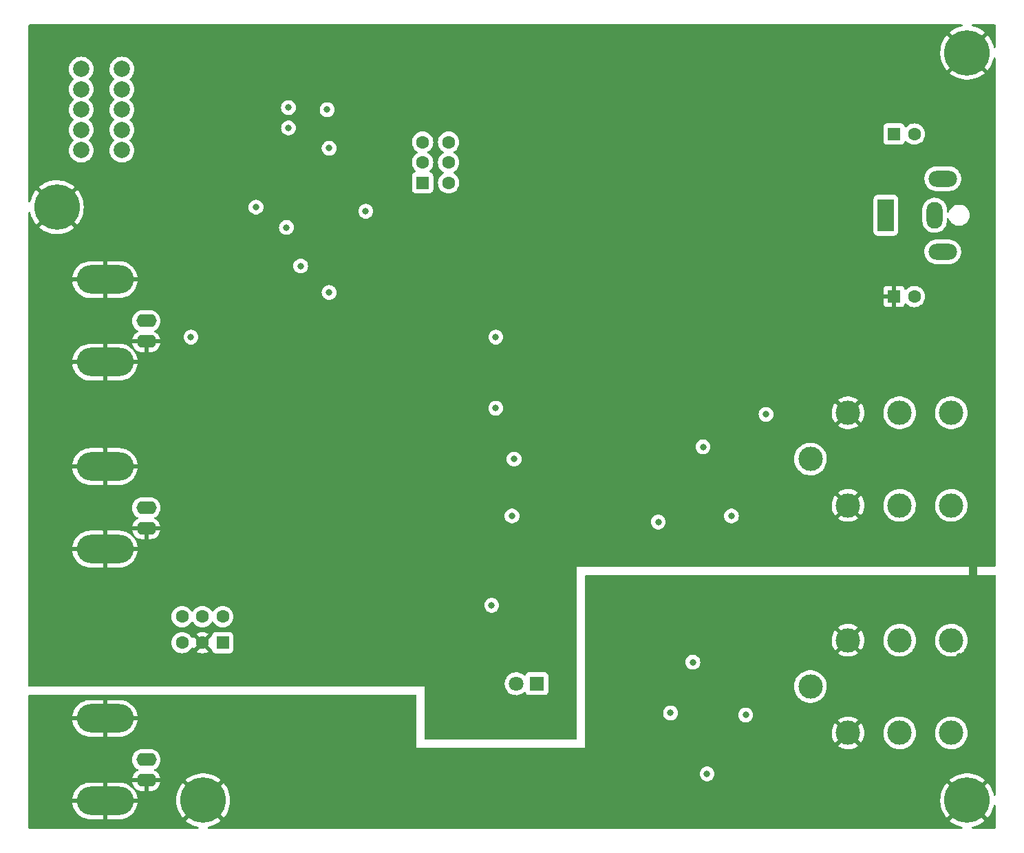
<source format=gbr>
%TF.GenerationSoftware,KiCad,Pcbnew,(6.0.7-1)-1*%
%TF.CreationDate,2022-09-13T14:42:12-07:00*%
%TF.ProjectId,preamp_board,70726561-6d70-45f6-926f-6172642e6b69,rev?*%
%TF.SameCoordinates,Original*%
%TF.FileFunction,Copper,L4,Bot*%
%TF.FilePolarity,Positive*%
%FSLAX46Y46*%
G04 Gerber Fmt 4.6, Leading zero omitted, Abs format (unit mm)*
G04 Created by KiCad (PCBNEW (6.0.7-1)-1) date 2022-09-13 14:42:12*
%MOMM*%
%LPD*%
G01*
G04 APERTURE LIST*
%TA.AperFunction,WasherPad*%
%ADD10C,3.000000*%
%TD*%
%TA.AperFunction,ComponentPad*%
%ADD11C,3.000000*%
%TD*%
%TA.AperFunction,ComponentPad*%
%ADD12C,5.600000*%
%TD*%
%TA.AperFunction,ComponentPad*%
%ADD13R,2.000000X4.000000*%
%TD*%
%TA.AperFunction,ComponentPad*%
%ADD14O,2.000000X3.300000*%
%TD*%
%TA.AperFunction,ComponentPad*%
%ADD15O,3.500000X2.000000*%
%TD*%
%TA.AperFunction,ComponentPad*%
%ADD16R,1.600000X1.600000*%
%TD*%
%TA.AperFunction,ComponentPad*%
%ADD17C,1.600000*%
%TD*%
%TA.AperFunction,ComponentPad*%
%ADD18O,2.500000X1.600000*%
%TD*%
%TA.AperFunction,ComponentPad*%
%ADD19O,7.000000X3.500000*%
%TD*%
%TA.AperFunction,ComponentPad*%
%ADD20R,1.800000X1.800000*%
%TD*%
%TA.AperFunction,ComponentPad*%
%ADD21C,1.800000*%
%TD*%
%TA.AperFunction,ComponentPad*%
%ADD22C,2.000000*%
%TD*%
%TA.AperFunction,ViaPad*%
%ADD23C,0.800000*%
%TD*%
%TA.AperFunction,Conductor*%
%ADD24C,1.000000*%
%TD*%
G04 APERTURE END LIST*
D10*
%TO.P,J5,*%
%TO.N,*%
X96720000Y-82000000D03*
D11*
%TO.P,J5,R*%
%TO.N,/differential_to_single/V-*%
X107700000Y-87700000D03*
X107700000Y-76300000D03*
%TO.P,J5,S*%
%TO.N,GND*%
X101350000Y-76300000D03*
X101350000Y-87700000D03*
%TO.P,J5,T*%
%TO.N,/differential_to_single/V+*%
X114050000Y-87700000D03*
X114050000Y-76300000D03*
%TD*%
D12*
%TO.P,H3,1,1*%
%TO.N,GND*%
X22000000Y-96000000D03*
%TD*%
D13*
%TO.P,J4,1*%
%TO.N,+5V*%
X106000000Y-24000000D03*
D14*
%TO.P,J4,2*%
%TO.N,-3V3*%
X112000000Y-24000000D03*
D15*
%TO.P,J4,MP,MountPin*%
%TO.N,unconnected-(J4-PadMP)*%
X113000000Y-28500000D03*
X113000000Y-19500000D03*
%TD*%
D16*
%TO.P,SW2,1,A*%
%TO.N,/INA*%
X49000000Y-20000000D03*
D17*
%TO.P,SW2,2,B*%
%TO.N,/INA_TIA*%
X49000000Y-17500000D03*
%TO.P,SW2,3,C*%
%TO.N,/CURRIN*%
X49000000Y-15000000D03*
%TO.P,SW2,4,A*%
%TO.N,/AMP_OUT*%
X52200000Y-20000000D03*
%TO.P,SW2,5,B*%
%TO.N,/OUTPUT*%
X52200000Y-17500000D03*
%TO.P,SW2,6,C*%
%TO.N,/TIA_OUT*%
X52200000Y-15000000D03*
%TD*%
D16*
%TO.P,C1,1*%
%TO.N,+5V*%
X107000000Y-14000000D03*
D17*
%TO.P,C1,2*%
%TO.N,-3V3*%
X109500000Y-14000000D03*
%TD*%
D18*
%TO.P,J2,1,In*%
%TO.N,Net-(J2-Pad1)*%
X15000000Y-37000000D03*
%TO.P,J2,2,Ext*%
%TO.N,GND*%
X15000000Y-39540000D03*
D19*
X9920000Y-42080000D03*
X9920000Y-31920000D03*
%TD*%
D10*
%TO.P,J6,*%
%TO.N,*%
X96720000Y-54000000D03*
D11*
%TO.P,J6,R*%
%TO.N,Net-(J6-PadR)*%
X107700000Y-59700000D03*
X107700000Y-48300000D03*
%TO.P,J6,S*%
%TO.N,GND*%
X101350000Y-59700000D03*
X101350000Y-48300000D03*
%TO.P,J6,T*%
%TO.N,Net-(J6-PadT)*%
X114050000Y-48300000D03*
X114050000Y-59700000D03*
%TD*%
D16*
%TO.P,SW1,1,A*%
%TO.N,/INB*%
X24407500Y-76600000D03*
D17*
%TO.P,SW1,2,B*%
%TO.N,GND*%
X21907500Y-76600000D03*
%TO.P,SW1,3*%
%TO.N,N/C*%
X19407500Y-76600000D03*
%TO.P,SW1,4*%
X24407500Y-73400000D03*
%TO.P,SW1,5*%
X21907500Y-73400000D03*
%TO.P,SW1,6*%
X19407500Y-73400000D03*
%TD*%
D12*
%TO.P,H4,1,1*%
%TO.N,GND*%
X116000000Y-4000000D03*
%TD*%
D18*
%TO.P,J3,1,In*%
%TO.N,Net-(J3-Pad1)*%
X15000000Y-60000000D03*
D19*
%TO.P,J3,2,Ext*%
%TO.N,GND*%
X9920000Y-65080000D03*
D18*
X15000000Y-62540000D03*
D19*
X9920000Y-54920000D03*
%TD*%
D12*
%TO.P,H1,1,1*%
%TO.N,GND*%
X116000000Y-96000000D03*
%TD*%
D16*
%TO.P,C2,1*%
%TO.N,GND*%
X107000000Y-34000000D03*
D17*
%TO.P,C2,2*%
%TO.N,-3V3*%
X109500000Y-34000000D03*
%TD*%
D12*
%TO.P,H2,1,1*%
%TO.N,GND*%
X4000000Y-23000000D03*
%TD*%
D20*
%TO.P,D3,1,K*%
%TO.N,-3V3*%
X63050000Y-81650000D03*
D21*
%TO.P,D3,2,A*%
%TO.N,Net-(D3-Pad2)*%
X60510000Y-81650000D03*
%TD*%
D18*
%TO.P,J1,1,In*%
%TO.N,/REFOUT*%
X15000000Y-91000000D03*
D19*
%TO.P,J1,2,Ext*%
%TO.N,GND*%
X9920000Y-96080000D03*
D18*
X15000000Y-93540000D03*
D19*
X9920000Y-85920000D03*
%TD*%
D22*
%TO.P,U7,1*%
%TO.N,/preamp/V_RG_1*%
X7000000Y-16000000D03*
%TO.P,U7,2*%
%TO.N,Net-(R24-Pad1)*%
X7000000Y-13500000D03*
%TO.P,U7,3*%
%TO.N,Net-(R23-Pad1)*%
X7000000Y-11000000D03*
%TO.P,U7,4*%
%TO.N,Net-(R22-Pad1)*%
X7000000Y-8500000D03*
%TO.P,U7,5*%
%TO.N,Net-(R21-Pad1)*%
X7000000Y-6000000D03*
%TO.P,U7,6*%
%TO.N,/CURRIN*%
X12000000Y-6000000D03*
%TO.P,U7,7*%
%TO.N,/preamp/TIA_RG_G4*%
X12000000Y-8500000D03*
%TO.P,U7,8*%
%TO.N,/preamp/TIA_RG_G3*%
X12000000Y-11000000D03*
%TO.P,U7,9*%
%TO.N,/preamp/TIA_RG_G2*%
X12000000Y-13500000D03*
%TO.P,U7,10*%
%TO.N,/preamp/TIA_RG_G1*%
X12000000Y-16000000D03*
%TD*%
D23*
%TO.N,GND*%
X110000000Y-10000000D03*
X40000000Y-60000000D03*
X20000000Y-70000000D03*
X105000000Y-50000000D03*
X115000000Y-15000000D03*
X60000000Y-20000000D03*
X105000000Y-78250000D03*
X5000000Y-75000000D03*
X85000000Y-10000000D03*
X65000000Y-5000000D03*
X5000000Y-35000000D03*
X110000000Y-55000000D03*
X60000000Y-35000000D03*
X90000000Y-15000000D03*
X65000000Y-93250000D03*
X45000000Y-15000000D03*
X5000000Y-45000000D03*
X95000000Y-10000000D03*
X75000000Y-93250000D03*
X25000000Y-85000000D03*
X10000000Y-60000000D03*
X90000000Y-55000000D03*
X55000000Y-35000000D03*
X40000000Y-45000000D03*
X100000000Y-10000000D03*
X90000000Y-45000000D03*
X75000000Y-73250000D03*
X35000000Y-5000000D03*
X85000000Y-55000000D03*
X10000000Y-70000000D03*
X10000000Y-50000000D03*
X115000000Y-45000000D03*
X55000000Y-45000000D03*
X110000000Y-98250000D03*
X75000000Y-55000000D03*
X60000000Y-10000000D03*
X35000000Y-55000000D03*
X5000000Y-5000000D03*
X110000000Y-5000000D03*
X75000000Y-20000000D03*
X55000000Y-15000000D03*
X100000000Y-15000000D03*
X15000000Y-70000000D03*
X105000000Y-30000000D03*
X5000000Y-60000000D03*
X25000000Y-30000000D03*
X65000000Y-75000000D03*
X95000000Y-93250000D03*
X110000000Y-93250000D03*
X115000000Y-35000000D03*
X65000000Y-25000000D03*
X80000000Y-45000000D03*
X35000000Y-45000000D03*
X55000000Y-50000000D03*
X65000000Y-60000000D03*
X40000000Y-55000000D03*
X80000000Y-25000000D03*
X90000000Y-93250000D03*
X65000000Y-55000000D03*
X105000000Y-55000000D03*
X115000000Y-78250000D03*
X25000000Y-50000000D03*
X75000000Y-60000000D03*
X95000000Y-50000000D03*
X25000000Y-45000000D03*
X75000000Y-35000000D03*
X40000000Y-15000000D03*
X85000000Y-15000000D03*
X30000000Y-85000000D03*
X10000000Y-5000000D03*
X85000000Y-73250000D03*
X10000000Y-75000000D03*
X85000000Y-5000000D03*
X55000000Y-60000000D03*
X60000000Y-85000000D03*
X35000000Y-60000000D03*
X40000000Y-20000000D03*
X35000000Y-70000000D03*
X15000000Y-75000000D03*
X80000000Y-5000000D03*
X60000000Y-15000000D03*
X65000000Y-70000000D03*
X15000000Y-55000000D03*
X65000000Y-45000000D03*
X95000000Y-78250000D03*
X35000000Y-15000000D03*
X35000000Y-75000000D03*
X90000000Y-10000000D03*
X95000000Y-20000000D03*
X10000000Y-35000000D03*
X40000000Y-70000000D03*
X100000000Y-93250000D03*
X10000000Y-45000000D03*
X110000000Y-40000000D03*
X30000000Y-60000000D03*
X90000000Y-40000000D03*
X85000000Y-45000000D03*
X5000000Y-30000000D03*
X105000000Y-20000000D03*
X75000000Y-15000000D03*
X60000000Y-70000000D03*
X80000000Y-73250000D03*
X65000000Y-10000000D03*
X90000000Y-78250000D03*
X55000000Y-10000000D03*
X45000000Y-55000000D03*
X20000000Y-75000000D03*
X65000000Y-15000000D03*
X65000000Y-50000000D03*
X115000000Y-40000000D03*
X115000000Y-10000000D03*
X105000000Y-15000000D03*
X15000000Y-30000000D03*
X115000000Y-73250000D03*
X100000000Y-5000000D03*
X5000000Y-15000000D03*
X65000000Y-35000000D03*
X115000000Y-30000000D03*
X25000000Y-35000000D03*
X110000000Y-78250000D03*
X40000000Y-40000000D03*
X95000000Y-25000000D03*
X60000000Y-50000000D03*
X85000000Y-40000000D03*
X25000000Y-55000000D03*
X90000000Y-73250000D03*
X80000000Y-20000000D03*
X5000000Y-98250000D03*
X25000000Y-40000000D03*
X45000000Y-10000000D03*
X5000000Y-50000000D03*
X15000000Y-98250000D03*
X55000000Y-5000000D03*
X45000000Y-30000000D03*
X105000000Y-60000000D03*
X65000000Y-20000000D03*
X20000000Y-85000000D03*
X35000000Y-50000000D03*
X30000000Y-40000000D03*
X115000000Y-55000000D03*
X5000000Y-70000000D03*
X105000000Y-5000000D03*
X15000000Y-35000000D03*
X75000000Y-5000000D03*
X90000000Y-60000000D03*
X35000000Y-93250000D03*
X55000000Y-55000000D03*
X90000000Y-35000000D03*
X40000000Y-75000000D03*
X80000000Y-10000000D03*
X75000000Y-78250000D03*
X60000000Y-5000000D03*
X30000000Y-10000000D03*
X110000000Y-45000000D03*
X55000000Y-25000000D03*
X5000000Y-10000000D03*
X80000000Y-35000000D03*
X45000000Y-60000000D03*
X30000000Y-50000000D03*
X45000000Y-45000000D03*
X40000000Y-93250000D03*
X105000000Y-40000000D03*
X85000000Y-20000000D03*
X10000000Y-93250000D03*
X15000000Y-45000000D03*
X95000000Y-40000000D03*
X55000000Y-85000000D03*
X20000000Y-50000000D03*
X80000000Y-93250000D03*
X90000000Y-20000000D03*
X40000000Y-50000000D03*
X110000000Y-60000000D03*
X25000000Y-10000000D03*
X60000000Y-25000000D03*
X95000000Y-60000000D03*
X45000000Y-35000000D03*
X45000000Y-70000000D03*
X45000000Y-93250000D03*
X65000000Y-85000000D03*
X35000000Y-40000000D03*
X80000000Y-15000000D03*
X85000000Y-35000000D03*
X40000000Y-35000000D03*
X30000000Y-45000000D03*
X20000000Y-30000000D03*
X100000000Y-25000000D03*
X60000000Y-45000000D03*
X5000000Y-40000000D03*
X25000000Y-5000000D03*
X35000000Y-35000000D03*
X30000000Y-55000000D03*
X45000000Y-40000000D03*
X30000000Y-75000000D03*
X15000000Y-50000000D03*
X75000000Y-10000000D03*
X95000000Y-35000000D03*
X5000000Y-55000000D03*
X95000000Y-15000000D03*
X45000000Y-50000000D03*
X30000000Y-30000000D03*
X60000000Y-93250000D03*
X30000000Y-35000000D03*
X55000000Y-93250000D03*
X40000000Y-10000000D03*
X85000000Y-25000000D03*
X75000000Y-25000000D03*
X105000000Y-35000000D03*
X110000000Y-50000000D03*
X85000000Y-60000000D03*
X55000000Y-70000000D03*
X30000000Y-70000000D03*
X105000000Y-93250000D03*
X80000000Y-78250000D03*
X5000000Y-93250000D03*
X45000000Y-75000000D03*
X20000000Y-55000000D03*
X41250000Y-26000000D03*
X28500000Y-3750000D03*
X85500000Y-90750000D03*
X108000000Y-39500000D03*
X34000000Y-33250000D03*
X89000000Y-54500000D03*
X38250000Y-19500000D03*
X85500000Y-83750000D03*
X37750000Y-4750000D03*
%TO.N,/TIA_OUT*%
X37250000Y-11000000D03*
%TO.N,/single_to_differential/Vo+*%
X87000000Y-61000000D03*
X91250000Y-48500000D03*
%TO.N,/INB*%
X20500000Y-39000000D03*
X28500000Y-23000000D03*
%TO.N,/OUTPUT*%
X58000000Y-39000000D03*
X58000000Y-47750000D03*
%TO.N,/INA*%
X32250000Y-25500000D03*
%TO.N,/AMP_OUT*%
X42000000Y-23500000D03*
%TO.N,+5V*%
X82250000Y-79000000D03*
X32500000Y-10750000D03*
X88750000Y-85500000D03*
X32500000Y-13250000D03*
X60000000Y-61000000D03*
X57500000Y-72000000D03*
X78000000Y-61750000D03*
X34000000Y-30250000D03*
%TO.N,-3V3*%
X83500000Y-52500000D03*
X60250000Y-54000000D03*
X37500000Y-15750000D03*
X84000000Y-92750000D03*
X79500000Y-85250000D03*
X37500000Y-33500000D03*
%TD*%
D24*
%TO.N,GND*%
X116750000Y-64750000D02*
X116750000Y-70250000D01*
%TD*%
%TA.AperFunction,Conductor*%
%TO.N,GND*%
G36*
X115383879Y-528502D02*
G01*
X115430372Y-582158D01*
X115440476Y-652432D01*
X115410982Y-717012D01*
X115351256Y-755396D01*
X115342600Y-757608D01*
X115123586Y-805361D01*
X115117011Y-807172D01*
X114783683Y-918702D01*
X114777361Y-921205D01*
X114458034Y-1068079D01*
X114451991Y-1071265D01*
X114150401Y-1251763D01*
X114144755Y-1255571D01*
X113864408Y-1467596D01*
X113859211Y-1471987D01*
X113857972Y-1473155D01*
X113849950Y-1486862D01*
X113849986Y-1487704D01*
X113855037Y-1495826D01*
X115987190Y-3627980D01*
X116001131Y-3635592D01*
X116002966Y-3635461D01*
X116009580Y-3631210D01*
X118142798Y-1497991D01*
X118150412Y-1484047D01*
X118150344Y-1483089D01*
X118145836Y-1476272D01*
X118144418Y-1475065D01*
X117864813Y-1262064D01*
X117859187Y-1258240D01*
X117558214Y-1076681D01*
X117552202Y-1073484D01*
X117233370Y-925487D01*
X117227070Y-922967D01*
X116894129Y-810273D01*
X116887551Y-808437D01*
X116657846Y-757513D01*
X116595669Y-723241D01*
X116561891Y-660795D01*
X116567237Y-590000D01*
X116610009Y-533333D01*
X116676627Y-508786D01*
X116685117Y-508500D01*
X119365500Y-508500D01*
X119433621Y-528502D01*
X119480114Y-582158D01*
X119491500Y-634500D01*
X119491500Y-3302313D01*
X119471498Y-3370434D01*
X119417842Y-3416927D01*
X119347568Y-3427031D01*
X119282988Y-3397537D01*
X119244604Y-3337811D01*
X119241156Y-3322675D01*
X119236130Y-3291985D01*
X119234663Y-3285313D01*
X119140736Y-2946627D01*
X119138562Y-2940163D01*
X119008598Y-2613578D01*
X119005742Y-2607398D01*
X118841269Y-2296763D01*
X118837769Y-2290937D01*
X118640697Y-1999862D01*
X118636590Y-1994453D01*
X118523565Y-1861179D01*
X118510740Y-1852743D01*
X118500416Y-1858795D01*
X116372020Y-3987190D01*
X116364408Y-4001131D01*
X116364539Y-4002966D01*
X116368790Y-4009580D01*
X118499009Y-6139798D01*
X118512605Y-6147223D01*
X118522218Y-6140522D01*
X118622518Y-6023912D01*
X118626676Y-6018514D01*
X118825762Y-5728840D01*
X118829310Y-5723029D01*
X118995942Y-5413559D01*
X118998849Y-5407381D01*
X119131090Y-5081713D01*
X119133304Y-5075283D01*
X119229598Y-4737237D01*
X119231105Y-4730607D01*
X119241301Y-4670958D01*
X119272495Y-4607182D01*
X119333217Y-4570394D01*
X119404189Y-4572275D01*
X119462877Y-4612227D01*
X119490649Y-4677567D01*
X119491500Y-4692188D01*
X119491500Y-67124000D01*
X119471498Y-67192121D01*
X119417842Y-67238614D01*
X119365500Y-67250000D01*
X68000000Y-67250000D01*
X68000000Y-88374000D01*
X67979998Y-88442121D01*
X67926342Y-88488614D01*
X67874000Y-88500000D01*
X49376000Y-88500000D01*
X49307879Y-88479998D01*
X49261386Y-88426342D01*
X49250000Y-88374000D01*
X49250000Y-82000000D01*
X634500Y-82000000D01*
X566379Y-81979998D01*
X519886Y-81926342D01*
X508500Y-81874000D01*
X508500Y-81615469D01*
X59097095Y-81615469D01*
X59110427Y-81846697D01*
X59111564Y-81851743D01*
X59111565Y-81851749D01*
X59116580Y-81874000D01*
X59161346Y-82072642D01*
X59163288Y-82077424D01*
X59163289Y-82077428D01*
X59246540Y-82282450D01*
X59248484Y-82287237D01*
X59369501Y-82484719D01*
X59521147Y-82659784D01*
X59699349Y-82807730D01*
X59899322Y-82924584D01*
X60115694Y-83007209D01*
X60120760Y-83008240D01*
X60120761Y-83008240D01*
X60173846Y-83019040D01*
X60342656Y-83053385D01*
X60472089Y-83058131D01*
X60568949Y-83061683D01*
X60568953Y-83061683D01*
X60574113Y-83061872D01*
X60579233Y-83061216D01*
X60579235Y-83061216D01*
X60653166Y-83051745D01*
X60803847Y-83032442D01*
X60808795Y-83030957D01*
X60808802Y-83030956D01*
X61020747Y-82967369D01*
X61025690Y-82965886D01*
X61106236Y-82926427D01*
X61229049Y-82866262D01*
X61229052Y-82866260D01*
X61233684Y-82863991D01*
X61422243Y-82729494D01*
X61467309Y-82684585D01*
X61529681Y-82650669D01*
X61600487Y-82655857D01*
X61657249Y-82698503D01*
X61674231Y-82729607D01*
X61693177Y-82780144D01*
X61699385Y-82796705D01*
X61786739Y-82913261D01*
X61903295Y-83000615D01*
X62039684Y-83051745D01*
X62101866Y-83058500D01*
X63998134Y-83058500D01*
X64060316Y-83051745D01*
X64196705Y-83000615D01*
X64313261Y-82913261D01*
X64400615Y-82796705D01*
X64451745Y-82660316D01*
X64458500Y-82598134D01*
X64458500Y-80701866D01*
X64451745Y-80639684D01*
X64400615Y-80503295D01*
X64313261Y-80386739D01*
X64196705Y-80299385D01*
X64060316Y-80248255D01*
X63998134Y-80241500D01*
X62101866Y-80241500D01*
X62039684Y-80248255D01*
X61903295Y-80299385D01*
X61786739Y-80386739D01*
X61699385Y-80503295D01*
X61696233Y-80511703D01*
X61696232Y-80511705D01*
X61675538Y-80566906D01*
X61632897Y-80623671D01*
X61566335Y-80648371D01*
X61496986Y-80633164D01*
X61474167Y-80616666D01*
X61473887Y-80616358D01*
X61411270Y-80566906D01*
X61296177Y-80476011D01*
X61296172Y-80476008D01*
X61292123Y-80472810D01*
X61287607Y-80470317D01*
X61287604Y-80470315D01*
X61093879Y-80363373D01*
X61093875Y-80363371D01*
X61089355Y-80360876D01*
X61084486Y-80359152D01*
X61084482Y-80359150D01*
X60875903Y-80285288D01*
X60875899Y-80285287D01*
X60871028Y-80283562D01*
X60865935Y-80282655D01*
X60865932Y-80282654D01*
X60648095Y-80243851D01*
X60648089Y-80243850D01*
X60643006Y-80242945D01*
X60570096Y-80242054D01*
X60416581Y-80240179D01*
X60416579Y-80240179D01*
X60411411Y-80240116D01*
X60182464Y-80275150D01*
X59962314Y-80347106D01*
X59957726Y-80349494D01*
X59957722Y-80349496D01*
X59761461Y-80451663D01*
X59756872Y-80454052D01*
X59752739Y-80457155D01*
X59752736Y-80457157D01*
X59575790Y-80590012D01*
X59571655Y-80593117D01*
X59411639Y-80760564D01*
X59281119Y-80951899D01*
X59183602Y-81161981D01*
X59121707Y-81385169D01*
X59097095Y-81615469D01*
X508500Y-81615469D01*
X508500Y-76600000D01*
X18094002Y-76600000D01*
X18113957Y-76828087D01*
X18115381Y-76833400D01*
X18115381Y-76833402D01*
X18152525Y-76972022D01*
X18173216Y-77049243D01*
X18175539Y-77054224D01*
X18175539Y-77054225D01*
X18267651Y-77251762D01*
X18267654Y-77251767D01*
X18269977Y-77256749D01*
X18401302Y-77444300D01*
X18563200Y-77606198D01*
X18567708Y-77609355D01*
X18567711Y-77609357D01*
X18609042Y-77638297D01*
X18750751Y-77737523D01*
X18755733Y-77739846D01*
X18755738Y-77739849D01*
X18952265Y-77831490D01*
X18958257Y-77834284D01*
X18963565Y-77835706D01*
X18963567Y-77835707D01*
X19174098Y-77892119D01*
X19174100Y-77892119D01*
X19179413Y-77893543D01*
X19407500Y-77913498D01*
X19635587Y-77893543D01*
X19640900Y-77892119D01*
X19640902Y-77892119D01*
X19851433Y-77835707D01*
X19851435Y-77835706D01*
X19856743Y-77834284D01*
X19862735Y-77831490D01*
X20059262Y-77739849D01*
X20059267Y-77739846D01*
X20064249Y-77737523D01*
X20137743Y-77686062D01*
X21185993Y-77686062D01*
X21195289Y-77698077D01*
X21246494Y-77733931D01*
X21255989Y-77739414D01*
X21453447Y-77831490D01*
X21463739Y-77835236D01*
X21674188Y-77891625D01*
X21684981Y-77893528D01*
X21902025Y-77912517D01*
X21912975Y-77912517D01*
X22130019Y-77893528D01*
X22140812Y-77891625D01*
X22351261Y-77835236D01*
X22361553Y-77831490D01*
X22559011Y-77739414D01*
X22568506Y-77733931D01*
X22620548Y-77697491D01*
X22628924Y-77687012D01*
X22621856Y-77673566D01*
X21920312Y-76972022D01*
X21906368Y-76964408D01*
X21904535Y-76964539D01*
X21897920Y-76968790D01*
X21192423Y-77674287D01*
X21185993Y-77686062D01*
X20137743Y-77686062D01*
X20205958Y-77638297D01*
X20247289Y-77609357D01*
X20247292Y-77609355D01*
X20251800Y-77606198D01*
X20413698Y-77444300D01*
X20545023Y-77256749D01*
X20547347Y-77251765D01*
X20548671Y-77249472D01*
X20600053Y-77200479D01*
X20669767Y-77187043D01*
X20735678Y-77213429D01*
X20766909Y-77249472D01*
X20773566Y-77261002D01*
X20810009Y-77313048D01*
X20820488Y-77321424D01*
X20833934Y-77314356D01*
X21535478Y-76612812D01*
X21541856Y-76601132D01*
X22271908Y-76601132D01*
X22272039Y-76602965D01*
X22276290Y-76609580D01*
X22981787Y-77315077D01*
X23023529Y-77337871D01*
X23033529Y-77340047D01*
X23083727Y-77390253D01*
X23098951Y-77443814D01*
X23099000Y-77444717D01*
X23099000Y-77448134D01*
X23105755Y-77510316D01*
X23156885Y-77646705D01*
X23244239Y-77763261D01*
X23360795Y-77850615D01*
X23497184Y-77901745D01*
X23559366Y-77908500D01*
X25255634Y-77908500D01*
X25317816Y-77901745D01*
X25454205Y-77850615D01*
X25570761Y-77763261D01*
X25658115Y-77646705D01*
X25709245Y-77510316D01*
X25716000Y-77448134D01*
X25716000Y-75751866D01*
X25709245Y-75689684D01*
X25658115Y-75553295D01*
X25570761Y-75436739D01*
X25454205Y-75349385D01*
X25317816Y-75298255D01*
X25255634Y-75291500D01*
X23559366Y-75291500D01*
X23497184Y-75298255D01*
X23360795Y-75349385D01*
X23244239Y-75436739D01*
X23156885Y-75553295D01*
X23105755Y-75689684D01*
X23099000Y-75751866D01*
X23099000Y-75755185D01*
X23075347Y-75822110D01*
X23029344Y-75857804D01*
X23030359Y-75859734D01*
X23019500Y-75865442D01*
X23019255Y-75865632D01*
X23019097Y-75865653D01*
X22981066Y-75885644D01*
X22279522Y-76587188D01*
X22271908Y-76601132D01*
X21541856Y-76601132D01*
X21543092Y-76598868D01*
X21542961Y-76597035D01*
X21538710Y-76590420D01*
X20833213Y-75884923D01*
X20821438Y-75878493D01*
X20809423Y-75887789D01*
X20773566Y-75938998D01*
X20766909Y-75950528D01*
X20715527Y-75999521D01*
X20645813Y-76012958D01*
X20579902Y-75986571D01*
X20548671Y-75950528D01*
X20547347Y-75948235D01*
X20545023Y-75943251D01*
X20413698Y-75755700D01*
X20251800Y-75593802D01*
X20247292Y-75590645D01*
X20247289Y-75590643D01*
X20136386Y-75512988D01*
X21186076Y-75512988D01*
X21193144Y-75526434D01*
X21894688Y-76227978D01*
X21908632Y-76235592D01*
X21910465Y-76235461D01*
X21917080Y-76231210D01*
X22622577Y-75525713D01*
X22629007Y-75513938D01*
X22619711Y-75501923D01*
X22568506Y-75466069D01*
X22559011Y-75460586D01*
X22361553Y-75368510D01*
X22351261Y-75364764D01*
X22140812Y-75308375D01*
X22130019Y-75306472D01*
X21912975Y-75287483D01*
X21902025Y-75287483D01*
X21684981Y-75306472D01*
X21674188Y-75308375D01*
X21463739Y-75364764D01*
X21453447Y-75368510D01*
X21255989Y-75460586D01*
X21246494Y-75466069D01*
X21194452Y-75502509D01*
X21186076Y-75512988D01*
X20136386Y-75512988D01*
X20121420Y-75502509D01*
X20064249Y-75462477D01*
X20059267Y-75460154D01*
X20059262Y-75460151D01*
X19861725Y-75368039D01*
X19861724Y-75368039D01*
X19856743Y-75365716D01*
X19851435Y-75364294D01*
X19851433Y-75364293D01*
X19640902Y-75307881D01*
X19640900Y-75307881D01*
X19635587Y-75306457D01*
X19407500Y-75286502D01*
X19179413Y-75306457D01*
X19174100Y-75307881D01*
X19174098Y-75307881D01*
X18963567Y-75364293D01*
X18963565Y-75364294D01*
X18958257Y-75365716D01*
X18953276Y-75368039D01*
X18953275Y-75368039D01*
X18755738Y-75460151D01*
X18755733Y-75460154D01*
X18750751Y-75462477D01*
X18693580Y-75502509D01*
X18567711Y-75590643D01*
X18567708Y-75590645D01*
X18563200Y-75593802D01*
X18401302Y-75755700D01*
X18269977Y-75943251D01*
X18267654Y-75948233D01*
X18267651Y-75948238D01*
X18243738Y-75999521D01*
X18173216Y-76150757D01*
X18171794Y-76156065D01*
X18171793Y-76156067D01*
X18150519Y-76235461D01*
X18113957Y-76371913D01*
X18094002Y-76600000D01*
X508500Y-76600000D01*
X508500Y-73400000D01*
X18094002Y-73400000D01*
X18113957Y-73628087D01*
X18173216Y-73849243D01*
X18175539Y-73854224D01*
X18175539Y-73854225D01*
X18267651Y-74051762D01*
X18267654Y-74051767D01*
X18269977Y-74056749D01*
X18401302Y-74244300D01*
X18563200Y-74406198D01*
X18567708Y-74409355D01*
X18567711Y-74409357D01*
X18645889Y-74464098D01*
X18750751Y-74537523D01*
X18755733Y-74539846D01*
X18755738Y-74539849D01*
X18953275Y-74631961D01*
X18958257Y-74634284D01*
X18963565Y-74635706D01*
X18963567Y-74635707D01*
X19174098Y-74692119D01*
X19174100Y-74692119D01*
X19179413Y-74693543D01*
X19407500Y-74713498D01*
X19635587Y-74693543D01*
X19640900Y-74692119D01*
X19640902Y-74692119D01*
X19851433Y-74635707D01*
X19851435Y-74635706D01*
X19856743Y-74634284D01*
X19861725Y-74631961D01*
X20059262Y-74539849D01*
X20059267Y-74539846D01*
X20064249Y-74537523D01*
X20169111Y-74464098D01*
X20247289Y-74409357D01*
X20247292Y-74409355D01*
X20251800Y-74406198D01*
X20413698Y-74244300D01*
X20545023Y-74056749D01*
X20547346Y-74051767D01*
X20548382Y-74049973D01*
X20599766Y-74000981D01*
X20669479Y-73987546D01*
X20735390Y-74013934D01*
X20766618Y-74049973D01*
X20767654Y-74051767D01*
X20769977Y-74056749D01*
X20901302Y-74244300D01*
X21063200Y-74406198D01*
X21067708Y-74409355D01*
X21067711Y-74409357D01*
X21145889Y-74464098D01*
X21250751Y-74537523D01*
X21255733Y-74539846D01*
X21255738Y-74539849D01*
X21453275Y-74631961D01*
X21458257Y-74634284D01*
X21463565Y-74635706D01*
X21463567Y-74635707D01*
X21674098Y-74692119D01*
X21674100Y-74692119D01*
X21679413Y-74693543D01*
X21907500Y-74713498D01*
X22135587Y-74693543D01*
X22140900Y-74692119D01*
X22140902Y-74692119D01*
X22351433Y-74635707D01*
X22351435Y-74635706D01*
X22356743Y-74634284D01*
X22361725Y-74631961D01*
X22559262Y-74539849D01*
X22559267Y-74539846D01*
X22564249Y-74537523D01*
X22669111Y-74464098D01*
X22747289Y-74409357D01*
X22747292Y-74409355D01*
X22751800Y-74406198D01*
X22913698Y-74244300D01*
X23045023Y-74056749D01*
X23047346Y-74051767D01*
X23048382Y-74049973D01*
X23099766Y-74000981D01*
X23169479Y-73987546D01*
X23235390Y-74013934D01*
X23266618Y-74049973D01*
X23267654Y-74051767D01*
X23269977Y-74056749D01*
X23401302Y-74244300D01*
X23563200Y-74406198D01*
X23567708Y-74409355D01*
X23567711Y-74409357D01*
X23645889Y-74464098D01*
X23750751Y-74537523D01*
X23755733Y-74539846D01*
X23755738Y-74539849D01*
X23953275Y-74631961D01*
X23958257Y-74634284D01*
X23963565Y-74635706D01*
X23963567Y-74635707D01*
X24174098Y-74692119D01*
X24174100Y-74692119D01*
X24179413Y-74693543D01*
X24407500Y-74713498D01*
X24635587Y-74693543D01*
X24640900Y-74692119D01*
X24640902Y-74692119D01*
X24851433Y-74635707D01*
X24851435Y-74635706D01*
X24856743Y-74634284D01*
X24861725Y-74631961D01*
X25059262Y-74539849D01*
X25059267Y-74539846D01*
X25064249Y-74537523D01*
X25169111Y-74464098D01*
X25247289Y-74409357D01*
X25247292Y-74409355D01*
X25251800Y-74406198D01*
X25413698Y-74244300D01*
X25545023Y-74056749D01*
X25547346Y-74051767D01*
X25547349Y-74051762D01*
X25639461Y-73854225D01*
X25639461Y-73854224D01*
X25641784Y-73849243D01*
X25701043Y-73628087D01*
X25720998Y-73400000D01*
X25701043Y-73171913D01*
X25641784Y-72950757D01*
X25639461Y-72945775D01*
X25547349Y-72748238D01*
X25547346Y-72748233D01*
X25545023Y-72743251D01*
X25413698Y-72555700D01*
X25251800Y-72393802D01*
X25247292Y-72390645D01*
X25247289Y-72390643D01*
X25169111Y-72335902D01*
X25064249Y-72262477D01*
X25059267Y-72260154D01*
X25059262Y-72260151D01*
X24861725Y-72168039D01*
X24861724Y-72168039D01*
X24856743Y-72165716D01*
X24851435Y-72164294D01*
X24851433Y-72164293D01*
X24640902Y-72107881D01*
X24640900Y-72107881D01*
X24635587Y-72106457D01*
X24407500Y-72086502D01*
X24179413Y-72106457D01*
X24174100Y-72107881D01*
X24174098Y-72107881D01*
X23963567Y-72164293D01*
X23963565Y-72164294D01*
X23958257Y-72165716D01*
X23953276Y-72168039D01*
X23953275Y-72168039D01*
X23755738Y-72260151D01*
X23755733Y-72260154D01*
X23750751Y-72262477D01*
X23645889Y-72335902D01*
X23567711Y-72390643D01*
X23567708Y-72390645D01*
X23563200Y-72393802D01*
X23401302Y-72555700D01*
X23269977Y-72743251D01*
X23267654Y-72748233D01*
X23266618Y-72750027D01*
X23215234Y-72799019D01*
X23145521Y-72812454D01*
X23079610Y-72786066D01*
X23048382Y-72750027D01*
X23047346Y-72748233D01*
X23045023Y-72743251D01*
X22913698Y-72555700D01*
X22751800Y-72393802D01*
X22747292Y-72390645D01*
X22747289Y-72390643D01*
X22669111Y-72335902D01*
X22564249Y-72262477D01*
X22559267Y-72260154D01*
X22559262Y-72260151D01*
X22361725Y-72168039D01*
X22361724Y-72168039D01*
X22356743Y-72165716D01*
X22351435Y-72164294D01*
X22351433Y-72164293D01*
X22140902Y-72107881D01*
X22140900Y-72107881D01*
X22135587Y-72106457D01*
X21907500Y-72086502D01*
X21679413Y-72106457D01*
X21674100Y-72107881D01*
X21674098Y-72107881D01*
X21463567Y-72164293D01*
X21463565Y-72164294D01*
X21458257Y-72165716D01*
X21453276Y-72168039D01*
X21453275Y-72168039D01*
X21255738Y-72260151D01*
X21255733Y-72260154D01*
X21250751Y-72262477D01*
X21145889Y-72335902D01*
X21067711Y-72390643D01*
X21067708Y-72390645D01*
X21063200Y-72393802D01*
X20901302Y-72555700D01*
X20769977Y-72743251D01*
X20767654Y-72748233D01*
X20766618Y-72750027D01*
X20715234Y-72799019D01*
X20645521Y-72812454D01*
X20579610Y-72786066D01*
X20548382Y-72750027D01*
X20547346Y-72748233D01*
X20545023Y-72743251D01*
X20413698Y-72555700D01*
X20251800Y-72393802D01*
X20247292Y-72390645D01*
X20247289Y-72390643D01*
X20169111Y-72335902D01*
X20064249Y-72262477D01*
X20059267Y-72260154D01*
X20059262Y-72260151D01*
X19861725Y-72168039D01*
X19861724Y-72168039D01*
X19856743Y-72165716D01*
X19851435Y-72164294D01*
X19851433Y-72164293D01*
X19640902Y-72107881D01*
X19640900Y-72107881D01*
X19635587Y-72106457D01*
X19407500Y-72086502D01*
X19179413Y-72106457D01*
X19174100Y-72107881D01*
X19174098Y-72107881D01*
X18963567Y-72164293D01*
X18963565Y-72164294D01*
X18958257Y-72165716D01*
X18953276Y-72168039D01*
X18953275Y-72168039D01*
X18755738Y-72260151D01*
X18755733Y-72260154D01*
X18750751Y-72262477D01*
X18645889Y-72335902D01*
X18567711Y-72390643D01*
X18567708Y-72390645D01*
X18563200Y-72393802D01*
X18401302Y-72555700D01*
X18269977Y-72743251D01*
X18267654Y-72748233D01*
X18267651Y-72748238D01*
X18175539Y-72945775D01*
X18173216Y-72950757D01*
X18113957Y-73171913D01*
X18094002Y-73400000D01*
X508500Y-73400000D01*
X508500Y-72000000D01*
X56586496Y-72000000D01*
X56587186Y-72006565D01*
X56603764Y-72164293D01*
X56606458Y-72189928D01*
X56665473Y-72371556D01*
X56760960Y-72536944D01*
X56888747Y-72678866D01*
X56971160Y-72738743D01*
X57036295Y-72786066D01*
X57043248Y-72791118D01*
X57049276Y-72793802D01*
X57049278Y-72793803D01*
X57211681Y-72866109D01*
X57217712Y-72868794D01*
X57311113Y-72888647D01*
X57398056Y-72907128D01*
X57398061Y-72907128D01*
X57404513Y-72908500D01*
X57595487Y-72908500D01*
X57601939Y-72907128D01*
X57601944Y-72907128D01*
X57688887Y-72888647D01*
X57782288Y-72868794D01*
X57788319Y-72866109D01*
X57950722Y-72793803D01*
X57950724Y-72793802D01*
X57956752Y-72791118D01*
X57963706Y-72786066D01*
X58028840Y-72738743D01*
X58111253Y-72678866D01*
X58239040Y-72536944D01*
X58334527Y-72371556D01*
X58393542Y-72189928D01*
X58396237Y-72164293D01*
X58412814Y-72006565D01*
X58413504Y-72000000D01*
X58393542Y-71810072D01*
X58334527Y-71628444D01*
X58239040Y-71463056D01*
X58111253Y-71321134D01*
X57956752Y-71208882D01*
X57950724Y-71206198D01*
X57950722Y-71206197D01*
X57788319Y-71133891D01*
X57788318Y-71133891D01*
X57782288Y-71131206D01*
X57688887Y-71111353D01*
X57601944Y-71092872D01*
X57601939Y-71092872D01*
X57595487Y-71091500D01*
X57404513Y-71091500D01*
X57398061Y-71092872D01*
X57398056Y-71092872D01*
X57311113Y-71111353D01*
X57217712Y-71131206D01*
X57211682Y-71133891D01*
X57211681Y-71133891D01*
X57049278Y-71206197D01*
X57049276Y-71206198D01*
X57043248Y-71208882D01*
X56888747Y-71321134D01*
X56760960Y-71463056D01*
X56665473Y-71628444D01*
X56606458Y-71810072D01*
X56586496Y-72000000D01*
X508500Y-72000000D01*
X508500Y-65350272D01*
X5926942Y-65350272D01*
X5933222Y-65422053D01*
X5934497Y-65430292D01*
X5998110Y-65714880D01*
X6000464Y-65722877D01*
X6101150Y-65996534D01*
X6104550Y-66004172D01*
X6240549Y-66262115D01*
X6244916Y-66269213D01*
X6413835Y-66506905D01*
X6419108Y-66513372D01*
X6617983Y-66726639D01*
X6624067Y-66732351D01*
X6849393Y-66917437D01*
X6856174Y-66922292D01*
X7104013Y-67075958D01*
X7111373Y-67079871D01*
X7377346Y-67199404D01*
X7385169Y-67202314D01*
X7664625Y-67285624D01*
X7672746Y-67287469D01*
X7961429Y-67333191D01*
X7968403Y-67333899D01*
X8057286Y-67337936D01*
X8060119Y-67338000D01*
X9647885Y-67338000D01*
X9663124Y-67333525D01*
X9664329Y-67332135D01*
X9666000Y-67324452D01*
X9666000Y-67319885D01*
X10174000Y-67319885D01*
X10178475Y-67335124D01*
X10179865Y-67336329D01*
X10187548Y-67338000D01*
X11743993Y-67338000D01*
X11748182Y-67337861D01*
X11965132Y-67323451D01*
X11973403Y-67322347D01*
X12259251Y-67264710D01*
X12267303Y-67262522D01*
X12543005Y-67167591D01*
X12550716Y-67164350D01*
X12811444Y-67033787D01*
X12818638Y-67029566D01*
X13059820Y-66865659D01*
X13066390Y-66860526D01*
X13283775Y-66666161D01*
X13289608Y-66660205D01*
X13479378Y-66438797D01*
X13484376Y-66432116D01*
X13643191Y-66187563D01*
X13647265Y-66180273D01*
X13772338Y-65916868D01*
X13775414Y-65909100D01*
X13864552Y-65631469D01*
X13866573Y-65623363D01*
X13915429Y-65351830D01*
X13913997Y-65338571D01*
X13899387Y-65334000D01*
X10192115Y-65334000D01*
X10176876Y-65338475D01*
X10175671Y-65339865D01*
X10174000Y-65347548D01*
X10174000Y-67319885D01*
X9666000Y-67319885D01*
X9666000Y-65352115D01*
X9661525Y-65336876D01*
X9660135Y-65335671D01*
X9652452Y-65334000D01*
X5943633Y-65334000D01*
X5929004Y-65338295D01*
X5926942Y-65350272D01*
X508500Y-65350272D01*
X508500Y-64808170D01*
X5924571Y-64808170D01*
X5926003Y-64821429D01*
X5940613Y-64826000D01*
X9647885Y-64826000D01*
X9663124Y-64821525D01*
X9664329Y-64820135D01*
X9666000Y-64812452D01*
X9666000Y-64807885D01*
X10174000Y-64807885D01*
X10178475Y-64823124D01*
X10179865Y-64824329D01*
X10187548Y-64826000D01*
X13896367Y-64826000D01*
X13910996Y-64821705D01*
X13913058Y-64809728D01*
X13906778Y-64737947D01*
X13905503Y-64729708D01*
X13841890Y-64445120D01*
X13839536Y-64437123D01*
X13738850Y-64163466D01*
X13735450Y-64155828D01*
X13599451Y-63897885D01*
X13595084Y-63890787D01*
X13426165Y-63653095D01*
X13420892Y-63646628D01*
X13222017Y-63433361D01*
X13215933Y-63427649D01*
X12990607Y-63242563D01*
X12983826Y-63237708D01*
X12735987Y-63084042D01*
X12728627Y-63080129D01*
X12462654Y-62960596D01*
X12454831Y-62957686D01*
X12175375Y-62874376D01*
X12167254Y-62872531D01*
X11878571Y-62826809D01*
X11871597Y-62826101D01*
X11782714Y-62822064D01*
X11779881Y-62822000D01*
X10192115Y-62822000D01*
X10176876Y-62826475D01*
X10175671Y-62827865D01*
X10174000Y-62835548D01*
X10174000Y-64807885D01*
X9666000Y-64807885D01*
X9666000Y-62840115D01*
X9661525Y-62824876D01*
X9660135Y-62823671D01*
X9652452Y-62822000D01*
X8096007Y-62822000D01*
X8091818Y-62822139D01*
X7874868Y-62836549D01*
X7866597Y-62837653D01*
X7580749Y-62895290D01*
X7572697Y-62897478D01*
X7296995Y-62992409D01*
X7289284Y-62995650D01*
X7028556Y-63126213D01*
X7021362Y-63130434D01*
X6780180Y-63294341D01*
X6773610Y-63299474D01*
X6556225Y-63493839D01*
X6550392Y-63499795D01*
X6360622Y-63721203D01*
X6355624Y-63727884D01*
X6196809Y-63972437D01*
X6192735Y-63979727D01*
X6067662Y-64243132D01*
X6064586Y-64250900D01*
X5975448Y-64528531D01*
X5973427Y-64536637D01*
X5924571Y-64808170D01*
X508500Y-64808170D01*
X508500Y-62806522D01*
X13267273Y-62806522D01*
X13314764Y-62983761D01*
X13318510Y-62994053D01*
X13410586Y-63191511D01*
X13416069Y-63201007D01*
X13541028Y-63379467D01*
X13548084Y-63387875D01*
X13702125Y-63541916D01*
X13710533Y-63548972D01*
X13888993Y-63673931D01*
X13898489Y-63679414D01*
X14095947Y-63771490D01*
X14106239Y-63775236D01*
X14316688Y-63831625D01*
X14327481Y-63833528D01*
X14490170Y-63847762D01*
X14495635Y-63848000D01*
X14727885Y-63848000D01*
X14743124Y-63843525D01*
X14744329Y-63842135D01*
X14746000Y-63834452D01*
X14746000Y-63829885D01*
X15254000Y-63829885D01*
X15258475Y-63845124D01*
X15259865Y-63846329D01*
X15267548Y-63848000D01*
X15504365Y-63848000D01*
X15509830Y-63847762D01*
X15672519Y-63833528D01*
X15683312Y-63831625D01*
X15893761Y-63775236D01*
X15904053Y-63771490D01*
X16101511Y-63679414D01*
X16111007Y-63673931D01*
X16289467Y-63548972D01*
X16297875Y-63541916D01*
X16451916Y-63387875D01*
X16458972Y-63379467D01*
X16583931Y-63201007D01*
X16589414Y-63191511D01*
X16681490Y-62994053D01*
X16685236Y-62983761D01*
X16731394Y-62811497D01*
X16731058Y-62797401D01*
X16723116Y-62794000D01*
X15272115Y-62794000D01*
X15256876Y-62798475D01*
X15255671Y-62799865D01*
X15254000Y-62807548D01*
X15254000Y-63829885D01*
X14746000Y-63829885D01*
X14746000Y-62812115D01*
X14741525Y-62796876D01*
X14740135Y-62795671D01*
X14732452Y-62794000D01*
X13282033Y-62794000D01*
X13268502Y-62797973D01*
X13267273Y-62806522D01*
X508500Y-62806522D01*
X508500Y-60000000D01*
X13236502Y-60000000D01*
X13256457Y-60228087D01*
X13257881Y-60233400D01*
X13257881Y-60233402D01*
X13280349Y-60317251D01*
X13315716Y-60449243D01*
X13318039Y-60454224D01*
X13318039Y-60454225D01*
X13410151Y-60651762D01*
X13410154Y-60651767D01*
X13412477Y-60656749D01*
X13415634Y-60661257D01*
X13524431Y-60816635D01*
X13543802Y-60844300D01*
X13705700Y-61006198D01*
X13710208Y-61009355D01*
X13710211Y-61009357D01*
X13788389Y-61064098D01*
X13893251Y-61137523D01*
X13898233Y-61139846D01*
X13898238Y-61139849D01*
X13933049Y-61156081D01*
X13986334Y-61202998D01*
X14005795Y-61271275D01*
X13985253Y-61339235D01*
X13933049Y-61384471D01*
X13898489Y-61400586D01*
X13888993Y-61406069D01*
X13710533Y-61531028D01*
X13702125Y-61538084D01*
X13548084Y-61692125D01*
X13541028Y-61700533D01*
X13416069Y-61878993D01*
X13410586Y-61888489D01*
X13318510Y-62085947D01*
X13314764Y-62096239D01*
X13268606Y-62268503D01*
X13268942Y-62282599D01*
X13276884Y-62286000D01*
X16717967Y-62286000D01*
X16731498Y-62282027D01*
X16732727Y-62273478D01*
X16685236Y-62096239D01*
X16681490Y-62085947D01*
X16589414Y-61888489D01*
X16583931Y-61878993D01*
X16458972Y-61700533D01*
X16451916Y-61692125D01*
X16297875Y-61538084D01*
X16289467Y-61531028D01*
X16111007Y-61406069D01*
X16101511Y-61400586D01*
X16066951Y-61384471D01*
X16013666Y-61337554D01*
X15994205Y-61269277D01*
X16014747Y-61201317D01*
X16066951Y-61156081D01*
X16101762Y-61139849D01*
X16101767Y-61139846D01*
X16106749Y-61137523D01*
X16211611Y-61064098D01*
X16289789Y-61009357D01*
X16289792Y-61009355D01*
X16294300Y-61006198D01*
X16300498Y-61000000D01*
X59086496Y-61000000D01*
X59087186Y-61006565D01*
X59102901Y-61156081D01*
X59106458Y-61189928D01*
X59165473Y-61371556D01*
X59168776Y-61377278D01*
X59168777Y-61377279D01*
X59185399Y-61406069D01*
X59260960Y-61536944D01*
X59265378Y-61541851D01*
X59265379Y-61541852D01*
X59323497Y-61606399D01*
X59388747Y-61678866D01*
X59543248Y-61791118D01*
X59549276Y-61793802D01*
X59549278Y-61793803D01*
X59711681Y-61866109D01*
X59717712Y-61868794D01*
X59810369Y-61888489D01*
X59898056Y-61907128D01*
X59898061Y-61907128D01*
X59904513Y-61908500D01*
X60095487Y-61908500D01*
X60101939Y-61907128D01*
X60101944Y-61907128D01*
X60189631Y-61888489D01*
X60282288Y-61868794D01*
X60288319Y-61866109D01*
X60450722Y-61793803D01*
X60450724Y-61793802D01*
X60456752Y-61791118D01*
X60513346Y-61750000D01*
X77086496Y-61750000D01*
X77087186Y-61756565D01*
X77103011Y-61907128D01*
X77106458Y-61939928D01*
X77165473Y-62121556D01*
X77260960Y-62286944D01*
X77388747Y-62428866D01*
X77543248Y-62541118D01*
X77549276Y-62543802D01*
X77549278Y-62543803D01*
X77711681Y-62616109D01*
X77717712Y-62618794D01*
X77811113Y-62638647D01*
X77898056Y-62657128D01*
X77898061Y-62657128D01*
X77904513Y-62658500D01*
X78095487Y-62658500D01*
X78101939Y-62657128D01*
X78101944Y-62657128D01*
X78188887Y-62638647D01*
X78282288Y-62618794D01*
X78288319Y-62616109D01*
X78450722Y-62543803D01*
X78450724Y-62543802D01*
X78456752Y-62541118D01*
X78611253Y-62428866D01*
X78739040Y-62286944D01*
X78834527Y-62121556D01*
X78893542Y-61939928D01*
X78896990Y-61907128D01*
X78912814Y-61756565D01*
X78913504Y-61750000D01*
X78912814Y-61743435D01*
X78894232Y-61566635D01*
X78894232Y-61566633D01*
X78893542Y-61560072D01*
X78834527Y-61378444D01*
X78739040Y-61213056D01*
X78726155Y-61198745D01*
X78615675Y-61076045D01*
X78615674Y-61076044D01*
X78611253Y-61071134D01*
X78513346Y-61000000D01*
X86086496Y-61000000D01*
X86087186Y-61006565D01*
X86102901Y-61156081D01*
X86106458Y-61189928D01*
X86165473Y-61371556D01*
X86168776Y-61377278D01*
X86168777Y-61377279D01*
X86185399Y-61406069D01*
X86260960Y-61536944D01*
X86265378Y-61541851D01*
X86265379Y-61541852D01*
X86323497Y-61606399D01*
X86388747Y-61678866D01*
X86543248Y-61791118D01*
X86549276Y-61793802D01*
X86549278Y-61793803D01*
X86711681Y-61866109D01*
X86717712Y-61868794D01*
X86810369Y-61888489D01*
X86898056Y-61907128D01*
X86898061Y-61907128D01*
X86904513Y-61908500D01*
X87095487Y-61908500D01*
X87101939Y-61907128D01*
X87101944Y-61907128D01*
X87189631Y-61888489D01*
X87282288Y-61868794D01*
X87288319Y-61866109D01*
X87450722Y-61793803D01*
X87450724Y-61793802D01*
X87456752Y-61791118D01*
X87611253Y-61678866D01*
X87676503Y-61606399D01*
X87734621Y-61541852D01*
X87734622Y-61541851D01*
X87739040Y-61536944D01*
X87814601Y-61406069D01*
X87831223Y-61377279D01*
X87831224Y-61377278D01*
X87834527Y-61371556D01*
X87861139Y-61289654D01*
X100125618Y-61289654D01*
X100132673Y-61299627D01*
X100163679Y-61325551D01*
X100170598Y-61330579D01*
X100395272Y-61471515D01*
X100402807Y-61475556D01*
X100644520Y-61584694D01*
X100652551Y-61587680D01*
X100906832Y-61663002D01*
X100915184Y-61664869D01*
X101177340Y-61704984D01*
X101185874Y-61705700D01*
X101451045Y-61709867D01*
X101459596Y-61709418D01*
X101722883Y-61677557D01*
X101731284Y-61675955D01*
X101987824Y-61608653D01*
X101995926Y-61605926D01*
X102240949Y-61504434D01*
X102248617Y-61500628D01*
X102477598Y-61366822D01*
X102484679Y-61362009D01*
X102564655Y-61299301D01*
X102573125Y-61287442D01*
X102566608Y-61275818D01*
X101362812Y-60072022D01*
X101348868Y-60064408D01*
X101347035Y-60064539D01*
X101340420Y-60068790D01*
X100132910Y-61276300D01*
X100125618Y-61289654D01*
X87861139Y-61289654D01*
X87893542Y-61189928D01*
X87897100Y-61156081D01*
X87912814Y-61006565D01*
X87913504Y-61000000D01*
X87901301Y-60883891D01*
X87894232Y-60816635D01*
X87894232Y-60816633D01*
X87893542Y-60810072D01*
X87834527Y-60628444D01*
X87739040Y-60463056D01*
X87611253Y-60321134D01*
X87473504Y-60221053D01*
X87462094Y-60212763D01*
X87462093Y-60212762D01*
X87456752Y-60208882D01*
X87450724Y-60206198D01*
X87450722Y-60206197D01*
X87288319Y-60133891D01*
X87288318Y-60133891D01*
X87282288Y-60131206D01*
X87188888Y-60111353D01*
X87101944Y-60092872D01*
X87101939Y-60092872D01*
X87095487Y-60091500D01*
X86904513Y-60091500D01*
X86898061Y-60092872D01*
X86898056Y-60092872D01*
X86811112Y-60111353D01*
X86717712Y-60131206D01*
X86711682Y-60133891D01*
X86711681Y-60133891D01*
X86549278Y-60206197D01*
X86549276Y-60206198D01*
X86543248Y-60208882D01*
X86537907Y-60212762D01*
X86537906Y-60212763D01*
X86526496Y-60221053D01*
X86388747Y-60321134D01*
X86260960Y-60463056D01*
X86165473Y-60628444D01*
X86106458Y-60810072D01*
X86105768Y-60816633D01*
X86105768Y-60816635D01*
X86098699Y-60883891D01*
X86086496Y-61000000D01*
X78513346Y-61000000D01*
X78456752Y-60958882D01*
X78450724Y-60956198D01*
X78450722Y-60956197D01*
X78288319Y-60883891D01*
X78288318Y-60883891D01*
X78282288Y-60881206D01*
X78188888Y-60861353D01*
X78101944Y-60842872D01*
X78101939Y-60842872D01*
X78095487Y-60841500D01*
X77904513Y-60841500D01*
X77898061Y-60842872D01*
X77898056Y-60842872D01*
X77811112Y-60861353D01*
X77717712Y-60881206D01*
X77711682Y-60883891D01*
X77711681Y-60883891D01*
X77549278Y-60956197D01*
X77549276Y-60956198D01*
X77543248Y-60958882D01*
X77388747Y-61071134D01*
X77384326Y-61076044D01*
X77384325Y-61076045D01*
X77273846Y-61198745D01*
X77260960Y-61213056D01*
X77165473Y-61378444D01*
X77106458Y-61560072D01*
X77105768Y-61566633D01*
X77105768Y-61566635D01*
X77087186Y-61743435D01*
X77086496Y-61750000D01*
X60513346Y-61750000D01*
X60611253Y-61678866D01*
X60676503Y-61606399D01*
X60734621Y-61541852D01*
X60734622Y-61541851D01*
X60739040Y-61536944D01*
X60814601Y-61406069D01*
X60831223Y-61377279D01*
X60831224Y-61377278D01*
X60834527Y-61371556D01*
X60893542Y-61189928D01*
X60897100Y-61156081D01*
X60912814Y-61006565D01*
X60913504Y-61000000D01*
X60901301Y-60883891D01*
X60894232Y-60816635D01*
X60894232Y-60816633D01*
X60893542Y-60810072D01*
X60834527Y-60628444D01*
X60739040Y-60463056D01*
X60611253Y-60321134D01*
X60473504Y-60221053D01*
X60462094Y-60212763D01*
X60462093Y-60212762D01*
X60456752Y-60208882D01*
X60450724Y-60206198D01*
X60450722Y-60206197D01*
X60288319Y-60133891D01*
X60288318Y-60133891D01*
X60282288Y-60131206D01*
X60188888Y-60111353D01*
X60101944Y-60092872D01*
X60101939Y-60092872D01*
X60095487Y-60091500D01*
X59904513Y-60091500D01*
X59898061Y-60092872D01*
X59898056Y-60092872D01*
X59811112Y-60111353D01*
X59717712Y-60131206D01*
X59711682Y-60133891D01*
X59711681Y-60133891D01*
X59549278Y-60206197D01*
X59549276Y-60206198D01*
X59543248Y-60208882D01*
X59537907Y-60212762D01*
X59537906Y-60212763D01*
X59526496Y-60221053D01*
X59388747Y-60321134D01*
X59260960Y-60463056D01*
X59165473Y-60628444D01*
X59106458Y-60810072D01*
X59105768Y-60816633D01*
X59105768Y-60816635D01*
X59098699Y-60883891D01*
X59086496Y-61000000D01*
X16300498Y-61000000D01*
X16456198Y-60844300D01*
X16475570Y-60816635D01*
X16584366Y-60661257D01*
X16587523Y-60656749D01*
X16589846Y-60651767D01*
X16589849Y-60651762D01*
X16681961Y-60454225D01*
X16681961Y-60454224D01*
X16684284Y-60449243D01*
X16719652Y-60317251D01*
X16742119Y-60233402D01*
X16742119Y-60233400D01*
X16743543Y-60228087D01*
X16763498Y-60000000D01*
X16743543Y-59771913D01*
X16724940Y-59702485D01*
X16719774Y-59683204D01*
X99337665Y-59683204D01*
X99352932Y-59947969D01*
X99354005Y-59956470D01*
X99405065Y-60216722D01*
X99407276Y-60224974D01*
X99493184Y-60475894D01*
X99496499Y-60483779D01*
X99615664Y-60720713D01*
X99620020Y-60728079D01*
X99749347Y-60916250D01*
X99759601Y-60924594D01*
X99773342Y-60917448D01*
X100977978Y-59712812D01*
X100984356Y-59701132D01*
X101714408Y-59701132D01*
X101714539Y-59702965D01*
X101718790Y-59709580D01*
X102925730Y-60916520D01*
X102937939Y-60923187D01*
X102949439Y-60914497D01*
X103046831Y-60781913D01*
X103051418Y-60774685D01*
X103177962Y-60541621D01*
X103181530Y-60533827D01*
X103275271Y-60285750D01*
X103277748Y-60277544D01*
X103336954Y-60019038D01*
X103338294Y-60010577D01*
X103362031Y-59744616D01*
X103362277Y-59739677D01*
X103362666Y-59702485D01*
X103362523Y-59697519D01*
X103361255Y-59678918D01*
X105686917Y-59678918D01*
X105702682Y-59952320D01*
X105703507Y-59956525D01*
X105703508Y-59956533D01*
X105724698Y-60064539D01*
X105755405Y-60221053D01*
X105756792Y-60225103D01*
X105756793Y-60225108D01*
X105791352Y-60326045D01*
X105844112Y-60480144D01*
X105846039Y-60483975D01*
X105932935Y-60656749D01*
X105967160Y-60724799D01*
X105969586Y-60728328D01*
X105969589Y-60728334D01*
X106098741Y-60916250D01*
X106122274Y-60950490D01*
X106125161Y-60953663D01*
X106125162Y-60953664D01*
X106228518Y-61067251D01*
X106306582Y-61153043D01*
X106516675Y-61328707D01*
X106520316Y-61330991D01*
X106745024Y-61471951D01*
X106745028Y-61471953D01*
X106748664Y-61474234D01*
X106816544Y-61504883D01*
X106994345Y-61585164D01*
X106994349Y-61585166D01*
X106998257Y-61586930D01*
X107002377Y-61588150D01*
X107002376Y-61588150D01*
X107256723Y-61663491D01*
X107256727Y-61663492D01*
X107260836Y-61664709D01*
X107265070Y-61665357D01*
X107265075Y-61665358D01*
X107527298Y-61705483D01*
X107527300Y-61705483D01*
X107531540Y-61706132D01*
X107670912Y-61708322D01*
X107801071Y-61710367D01*
X107801077Y-61710367D01*
X107805362Y-61710434D01*
X108077235Y-61677534D01*
X108342127Y-61608041D01*
X108346087Y-61606401D01*
X108346092Y-61606399D01*
X108501921Y-61541852D01*
X108595136Y-61503241D01*
X108797945Y-61384729D01*
X108827879Y-61367237D01*
X108827880Y-61367236D01*
X108831582Y-61365073D01*
X109047089Y-61196094D01*
X109053065Y-61189928D01*
X109228050Y-61009357D01*
X109237669Y-60999431D01*
X109240202Y-60995983D01*
X109240206Y-60995978D01*
X109397257Y-60782178D01*
X109399795Y-60778723D01*
X109401841Y-60774955D01*
X109528418Y-60541830D01*
X109528419Y-60541828D01*
X109530468Y-60538054D01*
X109578868Y-60409966D01*
X109625751Y-60285895D01*
X109625752Y-60285891D01*
X109627269Y-60281877D01*
X109688407Y-60014933D01*
X109690229Y-59994525D01*
X109712531Y-59744627D01*
X109712532Y-59744616D01*
X109712751Y-59742161D01*
X109713193Y-59700000D01*
X109711756Y-59678918D01*
X112036917Y-59678918D01*
X112052682Y-59952320D01*
X112053507Y-59956525D01*
X112053508Y-59956533D01*
X112074698Y-60064539D01*
X112105405Y-60221053D01*
X112106792Y-60225103D01*
X112106793Y-60225108D01*
X112141352Y-60326045D01*
X112194112Y-60480144D01*
X112196039Y-60483975D01*
X112282935Y-60656749D01*
X112317160Y-60724799D01*
X112319586Y-60728328D01*
X112319589Y-60728334D01*
X112448741Y-60916250D01*
X112472274Y-60950490D01*
X112475161Y-60953663D01*
X112475162Y-60953664D01*
X112578518Y-61067251D01*
X112656582Y-61153043D01*
X112866675Y-61328707D01*
X112870316Y-61330991D01*
X113095024Y-61471951D01*
X113095028Y-61471953D01*
X113098664Y-61474234D01*
X113166544Y-61504883D01*
X113344345Y-61585164D01*
X113344349Y-61585166D01*
X113348257Y-61586930D01*
X113352377Y-61588150D01*
X113352376Y-61588150D01*
X113606723Y-61663491D01*
X113606727Y-61663492D01*
X113610836Y-61664709D01*
X113615070Y-61665357D01*
X113615075Y-61665358D01*
X113877298Y-61705483D01*
X113877300Y-61705483D01*
X113881540Y-61706132D01*
X114020912Y-61708322D01*
X114151071Y-61710367D01*
X114151077Y-61710367D01*
X114155362Y-61710434D01*
X114427235Y-61677534D01*
X114692127Y-61608041D01*
X114696087Y-61606401D01*
X114696092Y-61606399D01*
X114851921Y-61541852D01*
X114945136Y-61503241D01*
X115147945Y-61384729D01*
X115177879Y-61367237D01*
X115177880Y-61367236D01*
X115181582Y-61365073D01*
X115397089Y-61196094D01*
X115403065Y-61189928D01*
X115578050Y-61009357D01*
X115587669Y-60999431D01*
X115590202Y-60995983D01*
X115590206Y-60995978D01*
X115747257Y-60782178D01*
X115749795Y-60778723D01*
X115751841Y-60774955D01*
X115878418Y-60541830D01*
X115878419Y-60541828D01*
X115880468Y-60538054D01*
X115928868Y-60409966D01*
X115975751Y-60285895D01*
X115975752Y-60285891D01*
X115977269Y-60281877D01*
X116038407Y-60014933D01*
X116040229Y-59994525D01*
X116062531Y-59744627D01*
X116062532Y-59744616D01*
X116062751Y-59742161D01*
X116063193Y-59700000D01*
X116053019Y-59550757D01*
X116044859Y-59431055D01*
X116044858Y-59431049D01*
X116044567Y-59426778D01*
X115989032Y-59158612D01*
X115897617Y-58900465D01*
X115772013Y-58657112D01*
X115762040Y-58642921D01*
X115617008Y-58436562D01*
X115614545Y-58433057D01*
X115428125Y-58232445D01*
X115424810Y-58229731D01*
X115424806Y-58229728D01*
X115219523Y-58061706D01*
X115216205Y-58058990D01*
X114982704Y-57915901D01*
X114978768Y-57914173D01*
X114735873Y-57807549D01*
X114735869Y-57807548D01*
X114731945Y-57805825D01*
X114468566Y-57730800D01*
X114464324Y-57730196D01*
X114464318Y-57730195D01*
X114263834Y-57701662D01*
X114197443Y-57692213D01*
X114053589Y-57691460D01*
X113927877Y-57690802D01*
X113927871Y-57690802D01*
X113923591Y-57690780D01*
X113919347Y-57691339D01*
X113919343Y-57691339D01*
X113800302Y-57707011D01*
X113652078Y-57726525D01*
X113647938Y-57727658D01*
X113647936Y-57727658D01*
X113575008Y-57747609D01*
X113387928Y-57798788D01*
X113383980Y-57800472D01*
X113139982Y-57904546D01*
X113139978Y-57904548D01*
X113136030Y-57906232D01*
X113116125Y-57918145D01*
X112904725Y-58044664D01*
X112904721Y-58044667D01*
X112901043Y-58046868D01*
X112687318Y-58218094D01*
X112498808Y-58416742D01*
X112339002Y-58639136D01*
X112210857Y-58881161D01*
X112209385Y-58885184D01*
X112209383Y-58885188D01*
X112118214Y-59134317D01*
X112116743Y-59138337D01*
X112058404Y-59405907D01*
X112036917Y-59678918D01*
X109711756Y-59678918D01*
X109703019Y-59550757D01*
X109694859Y-59431055D01*
X109694858Y-59431049D01*
X109694567Y-59426778D01*
X109639032Y-59158612D01*
X109547617Y-58900465D01*
X109422013Y-58657112D01*
X109412040Y-58642921D01*
X109267008Y-58436562D01*
X109264545Y-58433057D01*
X109078125Y-58232445D01*
X109074810Y-58229731D01*
X109074806Y-58229728D01*
X108869523Y-58061706D01*
X108866205Y-58058990D01*
X108632704Y-57915901D01*
X108628768Y-57914173D01*
X108385873Y-57807549D01*
X108385869Y-57807548D01*
X108381945Y-57805825D01*
X108118566Y-57730800D01*
X108114324Y-57730196D01*
X108114318Y-57730195D01*
X107913834Y-57701662D01*
X107847443Y-57692213D01*
X107703589Y-57691460D01*
X107577877Y-57690802D01*
X107577871Y-57690802D01*
X107573591Y-57690780D01*
X107569347Y-57691339D01*
X107569343Y-57691339D01*
X107450302Y-57707011D01*
X107302078Y-57726525D01*
X107297938Y-57727658D01*
X107297936Y-57727658D01*
X107225008Y-57747609D01*
X107037928Y-57798788D01*
X107033980Y-57800472D01*
X106789982Y-57904546D01*
X106789978Y-57904548D01*
X106786030Y-57906232D01*
X106766125Y-57918145D01*
X106554725Y-58044664D01*
X106554721Y-58044667D01*
X106551043Y-58046868D01*
X106337318Y-58218094D01*
X106148808Y-58416742D01*
X105989002Y-58639136D01*
X105860857Y-58881161D01*
X105859385Y-58885184D01*
X105859383Y-58885188D01*
X105768214Y-59134317D01*
X105766743Y-59138337D01*
X105708404Y-59405907D01*
X105686917Y-59678918D01*
X103361255Y-59678918D01*
X103344362Y-59431123D01*
X103343201Y-59422649D01*
X103289419Y-59162944D01*
X103287120Y-59154709D01*
X103198588Y-58904705D01*
X103195191Y-58896854D01*
X103073550Y-58661178D01*
X103069122Y-58653866D01*
X102950031Y-58484417D01*
X102939509Y-58476037D01*
X102926121Y-58483089D01*
X101722022Y-59687188D01*
X101714408Y-59701132D01*
X100984356Y-59701132D01*
X100985592Y-59698868D01*
X100985461Y-59697035D01*
X100981210Y-59690420D01*
X99773814Y-58483024D01*
X99761804Y-58476466D01*
X99750064Y-58485434D01*
X99641935Y-58635911D01*
X99637418Y-58643196D01*
X99513325Y-58877567D01*
X99509839Y-58885395D01*
X99418700Y-59134446D01*
X99416311Y-59142670D01*
X99359812Y-59401795D01*
X99358563Y-59410250D01*
X99337754Y-59674653D01*
X99337665Y-59683204D01*
X16719774Y-59683204D01*
X16685707Y-59556067D01*
X16685706Y-59556065D01*
X16684284Y-59550757D01*
X16628498Y-59431123D01*
X16589849Y-59348238D01*
X16589846Y-59348233D01*
X16587523Y-59343251D01*
X16514098Y-59238389D01*
X16459357Y-59160211D01*
X16459355Y-59160208D01*
X16456198Y-59155700D01*
X16294300Y-58993802D01*
X16289792Y-58990645D01*
X16289789Y-58990643D01*
X16211611Y-58935902D01*
X16106749Y-58862477D01*
X16101767Y-58860154D01*
X16101762Y-58860151D01*
X15904225Y-58768039D01*
X15904224Y-58768039D01*
X15899243Y-58765716D01*
X15893935Y-58764294D01*
X15893933Y-58764293D01*
X15683402Y-58707881D01*
X15683400Y-58707881D01*
X15678087Y-58706457D01*
X15578520Y-58697746D01*
X15509851Y-58691738D01*
X15509844Y-58691738D01*
X15507127Y-58691500D01*
X14492873Y-58691500D01*
X14490156Y-58691738D01*
X14490149Y-58691738D01*
X14421480Y-58697746D01*
X14321913Y-58706457D01*
X14316600Y-58707881D01*
X14316598Y-58707881D01*
X14106067Y-58764293D01*
X14106065Y-58764294D01*
X14100757Y-58765716D01*
X14095776Y-58768039D01*
X14095775Y-58768039D01*
X13898238Y-58860151D01*
X13898233Y-58860154D01*
X13893251Y-58862477D01*
X13788389Y-58935902D01*
X13710211Y-58990643D01*
X13710208Y-58990645D01*
X13705700Y-58993802D01*
X13543802Y-59155700D01*
X13540645Y-59160208D01*
X13540643Y-59160211D01*
X13485902Y-59238389D01*
X13412477Y-59343251D01*
X13410154Y-59348233D01*
X13410151Y-59348238D01*
X13371502Y-59431123D01*
X13315716Y-59550757D01*
X13314294Y-59556065D01*
X13314293Y-59556067D01*
X13275060Y-59702485D01*
X13256457Y-59771913D01*
X13236502Y-60000000D01*
X508500Y-60000000D01*
X508500Y-58112500D01*
X100126584Y-58112500D01*
X100132980Y-58123770D01*
X101337188Y-59327978D01*
X101351132Y-59335592D01*
X101352965Y-59335461D01*
X101359580Y-59331210D01*
X102566604Y-58124186D01*
X102573795Y-58111017D01*
X102566473Y-58100780D01*
X102519233Y-58062115D01*
X102512261Y-58057160D01*
X102286122Y-57918582D01*
X102278552Y-57914624D01*
X102035704Y-57808022D01*
X102027644Y-57805120D01*
X101772592Y-57732467D01*
X101764214Y-57730685D01*
X101501656Y-57693318D01*
X101493111Y-57692691D01*
X101227908Y-57691302D01*
X101219374Y-57691839D01*
X100956433Y-57726456D01*
X100948035Y-57728149D01*
X100692238Y-57798127D01*
X100684143Y-57800946D01*
X100440199Y-57904997D01*
X100432577Y-57908881D01*
X100205013Y-58045075D01*
X100197981Y-58049962D01*
X100135053Y-58100377D01*
X100126584Y-58112500D01*
X508500Y-58112500D01*
X508500Y-55190272D01*
X5926942Y-55190272D01*
X5933222Y-55262053D01*
X5934497Y-55270292D01*
X5998110Y-55554880D01*
X6000464Y-55562877D01*
X6101150Y-55836534D01*
X6104550Y-55844172D01*
X6240549Y-56102115D01*
X6244916Y-56109213D01*
X6413835Y-56346905D01*
X6419108Y-56353372D01*
X6617983Y-56566639D01*
X6624067Y-56572351D01*
X6849393Y-56757437D01*
X6856174Y-56762292D01*
X7104013Y-56915958D01*
X7111373Y-56919871D01*
X7377346Y-57039404D01*
X7385169Y-57042314D01*
X7664625Y-57125624D01*
X7672746Y-57127469D01*
X7961429Y-57173191D01*
X7968403Y-57173899D01*
X8057286Y-57177936D01*
X8060119Y-57178000D01*
X9647885Y-57178000D01*
X9663124Y-57173525D01*
X9664329Y-57172135D01*
X9666000Y-57164452D01*
X9666000Y-57159885D01*
X10174000Y-57159885D01*
X10178475Y-57175124D01*
X10179865Y-57176329D01*
X10187548Y-57178000D01*
X11743993Y-57178000D01*
X11748182Y-57177861D01*
X11965132Y-57163451D01*
X11973403Y-57162347D01*
X12259251Y-57104710D01*
X12267303Y-57102522D01*
X12543005Y-57007591D01*
X12550716Y-57004350D01*
X12811444Y-56873787D01*
X12818638Y-56869566D01*
X13059820Y-56705659D01*
X13066390Y-56700526D01*
X13283775Y-56506161D01*
X13289608Y-56500205D01*
X13479378Y-56278797D01*
X13484376Y-56272116D01*
X13643191Y-56027563D01*
X13647265Y-56020273D01*
X13772338Y-55756868D01*
X13775414Y-55749100D01*
X13864552Y-55471469D01*
X13866573Y-55463363D01*
X13915429Y-55191830D01*
X13913997Y-55178571D01*
X13899387Y-55174000D01*
X10192115Y-55174000D01*
X10176876Y-55178475D01*
X10175671Y-55179865D01*
X10174000Y-55187548D01*
X10174000Y-57159885D01*
X9666000Y-57159885D01*
X9666000Y-55192115D01*
X9661525Y-55176876D01*
X9660135Y-55175671D01*
X9652452Y-55174000D01*
X5943633Y-55174000D01*
X5929004Y-55178295D01*
X5926942Y-55190272D01*
X508500Y-55190272D01*
X508500Y-54648170D01*
X5924571Y-54648170D01*
X5926003Y-54661429D01*
X5940613Y-54666000D01*
X9647885Y-54666000D01*
X9663124Y-54661525D01*
X9664329Y-54660135D01*
X9666000Y-54652452D01*
X9666000Y-54647885D01*
X10174000Y-54647885D01*
X10178475Y-54663124D01*
X10179865Y-54664329D01*
X10187548Y-54666000D01*
X13896367Y-54666000D01*
X13910996Y-54661705D01*
X13913058Y-54649728D01*
X13906778Y-54577947D01*
X13905503Y-54569708D01*
X13841890Y-54285120D01*
X13839536Y-54277123D01*
X13738850Y-54003466D01*
X13737307Y-54000000D01*
X59336496Y-54000000D01*
X59356458Y-54189928D01*
X59415473Y-54371556D01*
X59510960Y-54536944D01*
X59515378Y-54541851D01*
X59515379Y-54541852D01*
X59623047Y-54661429D01*
X59638747Y-54678866D01*
X59737843Y-54750864D01*
X59783417Y-54783975D01*
X59793248Y-54791118D01*
X59799276Y-54793802D01*
X59799278Y-54793803D01*
X59961681Y-54866109D01*
X59967712Y-54868794D01*
X60061112Y-54888647D01*
X60148056Y-54907128D01*
X60148061Y-54907128D01*
X60154513Y-54908500D01*
X60345487Y-54908500D01*
X60351939Y-54907128D01*
X60351944Y-54907128D01*
X60438887Y-54888647D01*
X60532288Y-54868794D01*
X60538319Y-54866109D01*
X60700722Y-54793803D01*
X60700724Y-54793802D01*
X60706752Y-54791118D01*
X60716584Y-54783975D01*
X60762157Y-54750864D01*
X60861253Y-54678866D01*
X60876953Y-54661429D01*
X60984621Y-54541852D01*
X60984622Y-54541851D01*
X60989040Y-54536944D01*
X61084527Y-54371556D01*
X61143542Y-54189928D01*
X61163504Y-54000000D01*
X61161288Y-53978918D01*
X94706917Y-53978918D01*
X94722682Y-54252320D01*
X94723507Y-54256525D01*
X94723508Y-54256533D01*
X94746075Y-54371556D01*
X94775405Y-54521053D01*
X94776792Y-54525103D01*
X94776793Y-54525108D01*
X94830766Y-54682749D01*
X94864112Y-54780144D01*
X94987160Y-55024799D01*
X94989586Y-55028328D01*
X94989589Y-55028334D01*
X95099015Y-55187548D01*
X95142274Y-55250490D01*
X95326582Y-55453043D01*
X95536675Y-55628707D01*
X95540316Y-55630991D01*
X95765024Y-55771951D01*
X95765028Y-55771953D01*
X95768664Y-55774234D01*
X95836544Y-55804883D01*
X96014345Y-55885164D01*
X96014349Y-55885166D01*
X96018257Y-55886930D01*
X96022377Y-55888150D01*
X96022376Y-55888150D01*
X96276723Y-55963491D01*
X96276727Y-55963492D01*
X96280836Y-55964709D01*
X96285070Y-55965357D01*
X96285075Y-55965358D01*
X96547298Y-56005483D01*
X96547300Y-56005483D01*
X96551540Y-56006132D01*
X96690912Y-56008322D01*
X96821071Y-56010367D01*
X96821077Y-56010367D01*
X96825362Y-56010434D01*
X97097235Y-55977534D01*
X97362127Y-55908041D01*
X97366087Y-55906401D01*
X97366092Y-55906399D01*
X97516320Y-55844172D01*
X97615136Y-55803241D01*
X97851582Y-55665073D01*
X98067089Y-55496094D01*
X98090953Y-55471469D01*
X98254686Y-55302509D01*
X98257669Y-55299431D01*
X98260202Y-55295983D01*
X98260206Y-55295978D01*
X98417257Y-55082178D01*
X98419795Y-55078723D01*
X98447154Y-55028334D01*
X98548418Y-54841830D01*
X98548419Y-54841828D01*
X98550468Y-54838054D01*
X98647269Y-54581877D01*
X98695439Y-54371556D01*
X98707449Y-54319117D01*
X98707450Y-54319113D01*
X98708407Y-54314933D01*
X98711782Y-54277123D01*
X98732531Y-54044627D01*
X98732531Y-54044625D01*
X98732751Y-54042161D01*
X98733193Y-54000000D01*
X98732909Y-53995828D01*
X98714859Y-53731055D01*
X98714858Y-53731049D01*
X98714567Y-53726778D01*
X98659032Y-53458612D01*
X98567617Y-53200465D01*
X98442013Y-52957112D01*
X98432040Y-52942921D01*
X98356648Y-52835650D01*
X98284545Y-52733057D01*
X98098125Y-52532445D01*
X98094810Y-52529731D01*
X98094806Y-52529728D01*
X97889523Y-52361706D01*
X97886205Y-52358990D01*
X97652704Y-52215901D01*
X97648768Y-52214173D01*
X97405873Y-52107549D01*
X97405869Y-52107548D01*
X97401945Y-52105825D01*
X97138566Y-52030800D01*
X97134324Y-52030196D01*
X97134318Y-52030195D01*
X96933834Y-52001662D01*
X96867443Y-51992213D01*
X96723589Y-51991460D01*
X96597877Y-51990802D01*
X96597871Y-51990802D01*
X96593591Y-51990780D01*
X96589347Y-51991339D01*
X96589343Y-51991339D01*
X96470302Y-52007011D01*
X96322078Y-52026525D01*
X96317938Y-52027658D01*
X96317936Y-52027658D01*
X96245008Y-52047609D01*
X96057928Y-52098788D01*
X96053980Y-52100472D01*
X95809982Y-52204546D01*
X95809978Y-52204548D01*
X95806030Y-52206232D01*
X95786125Y-52218145D01*
X95574725Y-52344664D01*
X95574721Y-52344667D01*
X95571043Y-52346868D01*
X95357318Y-52518094D01*
X95340717Y-52535588D01*
X95194254Y-52689928D01*
X95168808Y-52716742D01*
X95009002Y-52939136D01*
X94880857Y-53181161D01*
X94879385Y-53185184D01*
X94879383Y-53185188D01*
X94813175Y-53366109D01*
X94786743Y-53438337D01*
X94728404Y-53705907D01*
X94706917Y-53978918D01*
X61161288Y-53978918D01*
X61143542Y-53810072D01*
X61084527Y-53628444D01*
X60989040Y-53463056D01*
X60878056Y-53339795D01*
X60865675Y-53326045D01*
X60865674Y-53326044D01*
X60861253Y-53321134D01*
X60706752Y-53208882D01*
X60700724Y-53206198D01*
X60700722Y-53206197D01*
X60538319Y-53133891D01*
X60538318Y-53133891D01*
X60532288Y-53131206D01*
X60438887Y-53111353D01*
X60351944Y-53092872D01*
X60351939Y-53092872D01*
X60345487Y-53091500D01*
X60154513Y-53091500D01*
X60148061Y-53092872D01*
X60148056Y-53092872D01*
X60061113Y-53111353D01*
X59967712Y-53131206D01*
X59961682Y-53133891D01*
X59961681Y-53133891D01*
X59799278Y-53206197D01*
X59799276Y-53206198D01*
X59793248Y-53208882D01*
X59638747Y-53321134D01*
X59634326Y-53326044D01*
X59634325Y-53326045D01*
X59621945Y-53339795D01*
X59510960Y-53463056D01*
X59415473Y-53628444D01*
X59356458Y-53810072D01*
X59336496Y-54000000D01*
X13737307Y-54000000D01*
X13735450Y-53995828D01*
X13599451Y-53737885D01*
X13595084Y-53730787D01*
X13426165Y-53493095D01*
X13420892Y-53486628D01*
X13222017Y-53273361D01*
X13215933Y-53267649D01*
X12990607Y-53082563D01*
X12983826Y-53077708D01*
X12735987Y-52924042D01*
X12728627Y-52920129D01*
X12462654Y-52800596D01*
X12454831Y-52797686D01*
X12175375Y-52714376D01*
X12167254Y-52712531D01*
X11878571Y-52666809D01*
X11871597Y-52666101D01*
X11782714Y-52662064D01*
X11779881Y-52662000D01*
X10192115Y-52662000D01*
X10176876Y-52666475D01*
X10175671Y-52667865D01*
X10174000Y-52675548D01*
X10174000Y-54647885D01*
X9666000Y-54647885D01*
X9666000Y-52680115D01*
X9661525Y-52664876D01*
X9660135Y-52663671D01*
X9652452Y-52662000D01*
X8096007Y-52662000D01*
X8091818Y-52662139D01*
X7874868Y-52676549D01*
X7866597Y-52677653D01*
X7580749Y-52735290D01*
X7572697Y-52737478D01*
X7296995Y-52832409D01*
X7289284Y-52835650D01*
X7028556Y-52966213D01*
X7021362Y-52970434D01*
X6780180Y-53134341D01*
X6773610Y-53139474D01*
X6556225Y-53333839D01*
X6550392Y-53339795D01*
X6360622Y-53561203D01*
X6355624Y-53567884D01*
X6196809Y-53812437D01*
X6192735Y-53819727D01*
X6067662Y-54083132D01*
X6064586Y-54090900D01*
X5975448Y-54368531D01*
X5973427Y-54376637D01*
X5924571Y-54648170D01*
X508500Y-54648170D01*
X508500Y-52500000D01*
X82586496Y-52500000D01*
X82587186Y-52506565D01*
X82605427Y-52680115D01*
X82606458Y-52689928D01*
X82665473Y-52871556D01*
X82760960Y-53036944D01*
X82765378Y-53041851D01*
X82765379Y-53041852D01*
X82853278Y-53139474D01*
X82888747Y-53178866D01*
X83043248Y-53291118D01*
X83049276Y-53293802D01*
X83049278Y-53293803D01*
X83211681Y-53366109D01*
X83217712Y-53368794D01*
X83311112Y-53388647D01*
X83398056Y-53407128D01*
X83398061Y-53407128D01*
X83404513Y-53408500D01*
X83595487Y-53408500D01*
X83601939Y-53407128D01*
X83601944Y-53407128D01*
X83688888Y-53388647D01*
X83782288Y-53368794D01*
X83788319Y-53366109D01*
X83950722Y-53293803D01*
X83950724Y-53293802D01*
X83956752Y-53291118D01*
X84111253Y-53178866D01*
X84146722Y-53139474D01*
X84234621Y-53041852D01*
X84234622Y-53041851D01*
X84239040Y-53036944D01*
X84334527Y-52871556D01*
X84393542Y-52689928D01*
X84394574Y-52680115D01*
X84412814Y-52506565D01*
X84413504Y-52500000D01*
X84398969Y-52361706D01*
X84394232Y-52316635D01*
X84394232Y-52316633D01*
X84393542Y-52310072D01*
X84334527Y-52128444D01*
X84320790Y-52104650D01*
X84275684Y-52026525D01*
X84239040Y-51963056D01*
X84111253Y-51821134D01*
X83956752Y-51708882D01*
X83950724Y-51706198D01*
X83950722Y-51706197D01*
X83788319Y-51633891D01*
X83788318Y-51633891D01*
X83782288Y-51631206D01*
X83688887Y-51611353D01*
X83601944Y-51592872D01*
X83601939Y-51592872D01*
X83595487Y-51591500D01*
X83404513Y-51591500D01*
X83398061Y-51592872D01*
X83398056Y-51592872D01*
X83311113Y-51611353D01*
X83217712Y-51631206D01*
X83211682Y-51633891D01*
X83211681Y-51633891D01*
X83049278Y-51706197D01*
X83049276Y-51706198D01*
X83043248Y-51708882D01*
X82888747Y-51821134D01*
X82760960Y-51963056D01*
X82724316Y-52026525D01*
X82679211Y-52104650D01*
X82665473Y-52128444D01*
X82606458Y-52310072D01*
X82605768Y-52316633D01*
X82605768Y-52316635D01*
X82601031Y-52361706D01*
X82586496Y-52500000D01*
X508500Y-52500000D01*
X508500Y-49889654D01*
X100125618Y-49889654D01*
X100132673Y-49899627D01*
X100163679Y-49925551D01*
X100170598Y-49930579D01*
X100395272Y-50071515D01*
X100402807Y-50075556D01*
X100644520Y-50184694D01*
X100652551Y-50187680D01*
X100906832Y-50263002D01*
X100915184Y-50264869D01*
X101177340Y-50304984D01*
X101185874Y-50305700D01*
X101451045Y-50309867D01*
X101459596Y-50309418D01*
X101722883Y-50277557D01*
X101731284Y-50275955D01*
X101987824Y-50208653D01*
X101995926Y-50205926D01*
X102240949Y-50104434D01*
X102248617Y-50100628D01*
X102477598Y-49966822D01*
X102484679Y-49962009D01*
X102564655Y-49899301D01*
X102573125Y-49887442D01*
X102566608Y-49875818D01*
X101362812Y-48672022D01*
X101348868Y-48664408D01*
X101347035Y-48664539D01*
X101340420Y-48668790D01*
X100132910Y-49876300D01*
X100125618Y-49889654D01*
X508500Y-49889654D01*
X508500Y-47750000D01*
X57086496Y-47750000D01*
X57087186Y-47756565D01*
X57094489Y-47826045D01*
X57106458Y-47939928D01*
X57165473Y-48121556D01*
X57260960Y-48286944D01*
X57265378Y-48291851D01*
X57265379Y-48291852D01*
X57312888Y-48344616D01*
X57388747Y-48428866D01*
X57543248Y-48541118D01*
X57549276Y-48543802D01*
X57549278Y-48543803D01*
X57699256Y-48610577D01*
X57717712Y-48618794D01*
X57811113Y-48638647D01*
X57898056Y-48657128D01*
X57898061Y-48657128D01*
X57904513Y-48658500D01*
X58095487Y-48658500D01*
X58101939Y-48657128D01*
X58101944Y-48657128D01*
X58188887Y-48638647D01*
X58282288Y-48618794D01*
X58300744Y-48610577D01*
X58450722Y-48543803D01*
X58450724Y-48543802D01*
X58456752Y-48541118D01*
X58513346Y-48500000D01*
X90336496Y-48500000D01*
X90337186Y-48506565D01*
X90353790Y-48664539D01*
X90356458Y-48689928D01*
X90415473Y-48871556D01*
X90418776Y-48877278D01*
X90418777Y-48877279D01*
X90452686Y-48936010D01*
X90510960Y-49036944D01*
X90638747Y-49178866D01*
X90793248Y-49291118D01*
X90799276Y-49293802D01*
X90799278Y-49293803D01*
X90961681Y-49366109D01*
X90967712Y-49368794D01*
X91061113Y-49388647D01*
X91148056Y-49407128D01*
X91148061Y-49407128D01*
X91154513Y-49408500D01*
X91345487Y-49408500D01*
X91351939Y-49407128D01*
X91351944Y-49407128D01*
X91438887Y-49388647D01*
X91532288Y-49368794D01*
X91538319Y-49366109D01*
X91700722Y-49293803D01*
X91700724Y-49293802D01*
X91706752Y-49291118D01*
X91861253Y-49178866D01*
X91989040Y-49036944D01*
X92047314Y-48936010D01*
X92081223Y-48877279D01*
X92081224Y-48877278D01*
X92084527Y-48871556D01*
X92143542Y-48689928D01*
X92146211Y-48664539D01*
X92162814Y-48506565D01*
X92163504Y-48500000D01*
X92156028Y-48428866D01*
X92144232Y-48316635D01*
X92144232Y-48316633D01*
X92143542Y-48310072D01*
X92134812Y-48283204D01*
X99337665Y-48283204D01*
X99352932Y-48547969D01*
X99354005Y-48556470D01*
X99405065Y-48816722D01*
X99407276Y-48824974D01*
X99493184Y-49075894D01*
X99496499Y-49083779D01*
X99615664Y-49320713D01*
X99620020Y-49328079D01*
X99749347Y-49516250D01*
X99759601Y-49524594D01*
X99773342Y-49517448D01*
X100977978Y-48312812D01*
X100984356Y-48301132D01*
X101714408Y-48301132D01*
X101714539Y-48302965D01*
X101718790Y-48309580D01*
X102925730Y-49516520D01*
X102937939Y-49523187D01*
X102949439Y-49514497D01*
X103046831Y-49381913D01*
X103051418Y-49374685D01*
X103177962Y-49141621D01*
X103181530Y-49133827D01*
X103275271Y-48885750D01*
X103277748Y-48877544D01*
X103336954Y-48619038D01*
X103338294Y-48610577D01*
X103362031Y-48344616D01*
X103362277Y-48339677D01*
X103362666Y-48302485D01*
X103362523Y-48297519D01*
X103361255Y-48278918D01*
X105686917Y-48278918D01*
X105702682Y-48552320D01*
X105703507Y-48556525D01*
X105703508Y-48556533D01*
X105724698Y-48664539D01*
X105755405Y-48821053D01*
X105756792Y-48825103D01*
X105756793Y-48825108D01*
X105842657Y-49075894D01*
X105844112Y-49080144D01*
X105967160Y-49324799D01*
X105969586Y-49328328D01*
X105969589Y-49328334D01*
X106098741Y-49516250D01*
X106122274Y-49550490D01*
X106306582Y-49753043D01*
X106516675Y-49928707D01*
X106520316Y-49930991D01*
X106745024Y-50071951D01*
X106745028Y-50071953D01*
X106748664Y-50074234D01*
X106816544Y-50104883D01*
X106994345Y-50185164D01*
X106994349Y-50185166D01*
X106998257Y-50186930D01*
X107002377Y-50188150D01*
X107002376Y-50188150D01*
X107256723Y-50263491D01*
X107256727Y-50263492D01*
X107260836Y-50264709D01*
X107265070Y-50265357D01*
X107265075Y-50265358D01*
X107527298Y-50305483D01*
X107527300Y-50305483D01*
X107531540Y-50306132D01*
X107670912Y-50308322D01*
X107801071Y-50310367D01*
X107801077Y-50310367D01*
X107805362Y-50310434D01*
X108077235Y-50277534D01*
X108342127Y-50208041D01*
X108346087Y-50206401D01*
X108346092Y-50206399D01*
X108468632Y-50155641D01*
X108595136Y-50103241D01*
X108831582Y-49965073D01*
X109047089Y-49796094D01*
X109088809Y-49753043D01*
X109234686Y-49602509D01*
X109237669Y-49599431D01*
X109240202Y-49595983D01*
X109240206Y-49595978D01*
X109397257Y-49382178D01*
X109399795Y-49378723D01*
X109401841Y-49374955D01*
X109528418Y-49141830D01*
X109528419Y-49141828D01*
X109530468Y-49138054D01*
X109627269Y-48881877D01*
X109678743Y-48657128D01*
X109687449Y-48619117D01*
X109687450Y-48619113D01*
X109688407Y-48614933D01*
X109694384Y-48547969D01*
X109712531Y-48344627D01*
X109712532Y-48344616D01*
X109712751Y-48342161D01*
X109713193Y-48300000D01*
X109711756Y-48278918D01*
X112036917Y-48278918D01*
X112052682Y-48552320D01*
X112053507Y-48556525D01*
X112053508Y-48556533D01*
X112074698Y-48664539D01*
X112105405Y-48821053D01*
X112106792Y-48825103D01*
X112106793Y-48825108D01*
X112192657Y-49075894D01*
X112194112Y-49080144D01*
X112317160Y-49324799D01*
X112319586Y-49328328D01*
X112319589Y-49328334D01*
X112448741Y-49516250D01*
X112472274Y-49550490D01*
X112656582Y-49753043D01*
X112866675Y-49928707D01*
X112870316Y-49930991D01*
X113095024Y-50071951D01*
X113095028Y-50071953D01*
X113098664Y-50074234D01*
X113166544Y-50104883D01*
X113344345Y-50185164D01*
X113344349Y-50185166D01*
X113348257Y-50186930D01*
X113352377Y-50188150D01*
X113352376Y-50188150D01*
X113606723Y-50263491D01*
X113606727Y-50263492D01*
X113610836Y-50264709D01*
X113615070Y-50265357D01*
X113615075Y-50265358D01*
X113877298Y-50305483D01*
X113877300Y-50305483D01*
X113881540Y-50306132D01*
X114020912Y-50308322D01*
X114151071Y-50310367D01*
X114151077Y-50310367D01*
X114155362Y-50310434D01*
X114427235Y-50277534D01*
X114692127Y-50208041D01*
X114696087Y-50206401D01*
X114696092Y-50206399D01*
X114818632Y-50155641D01*
X114945136Y-50103241D01*
X115181582Y-49965073D01*
X115397089Y-49796094D01*
X115438809Y-49753043D01*
X115584686Y-49602509D01*
X115587669Y-49599431D01*
X115590202Y-49595983D01*
X115590206Y-49595978D01*
X115747257Y-49382178D01*
X115749795Y-49378723D01*
X115751841Y-49374955D01*
X115878418Y-49141830D01*
X115878419Y-49141828D01*
X115880468Y-49138054D01*
X115977269Y-48881877D01*
X116028743Y-48657128D01*
X116037449Y-48619117D01*
X116037450Y-48619113D01*
X116038407Y-48614933D01*
X116044384Y-48547969D01*
X116062531Y-48344627D01*
X116062532Y-48344616D01*
X116062751Y-48342161D01*
X116063193Y-48300000D01*
X116061465Y-48274648D01*
X116044859Y-48031055D01*
X116044858Y-48031049D01*
X116044567Y-48026778D01*
X115989032Y-47758612D01*
X115897617Y-47500465D01*
X115772013Y-47257112D01*
X115762040Y-47242921D01*
X115617008Y-47036562D01*
X115614545Y-47033057D01*
X115475932Y-46883891D01*
X115431046Y-46835588D01*
X115431043Y-46835585D01*
X115428125Y-46832445D01*
X115424810Y-46829731D01*
X115424806Y-46829728D01*
X115219523Y-46661706D01*
X115216205Y-46658990D01*
X114982704Y-46515901D01*
X114978768Y-46514173D01*
X114735873Y-46407549D01*
X114735869Y-46407548D01*
X114731945Y-46405825D01*
X114468566Y-46330800D01*
X114464324Y-46330196D01*
X114464318Y-46330195D01*
X114263834Y-46301662D01*
X114197443Y-46292213D01*
X114053589Y-46291460D01*
X113927877Y-46290802D01*
X113927871Y-46290802D01*
X113923591Y-46290780D01*
X113919347Y-46291339D01*
X113919343Y-46291339D01*
X113800302Y-46307011D01*
X113652078Y-46326525D01*
X113647938Y-46327658D01*
X113647936Y-46327658D01*
X113575008Y-46347609D01*
X113387928Y-46398788D01*
X113383980Y-46400472D01*
X113139982Y-46504546D01*
X113139978Y-46504548D01*
X113136030Y-46506232D01*
X113116125Y-46518145D01*
X112904725Y-46644664D01*
X112904721Y-46644667D01*
X112901043Y-46646868D01*
X112687318Y-46818094D01*
X112498808Y-47016742D01*
X112339002Y-47239136D01*
X112210857Y-47481161D01*
X112209385Y-47485184D01*
X112209383Y-47485188D01*
X112170478Y-47591500D01*
X112116743Y-47738337D01*
X112058404Y-48005907D01*
X112036917Y-48278918D01*
X109711756Y-48278918D01*
X109711465Y-48274648D01*
X109694859Y-48031055D01*
X109694858Y-48031049D01*
X109694567Y-48026778D01*
X109639032Y-47758612D01*
X109547617Y-47500465D01*
X109422013Y-47257112D01*
X109412040Y-47242921D01*
X109267008Y-47036562D01*
X109264545Y-47033057D01*
X109125932Y-46883891D01*
X109081046Y-46835588D01*
X109081043Y-46835585D01*
X109078125Y-46832445D01*
X109074810Y-46829731D01*
X109074806Y-46829728D01*
X108869523Y-46661706D01*
X108866205Y-46658990D01*
X108632704Y-46515901D01*
X108628768Y-46514173D01*
X108385873Y-46407549D01*
X108385869Y-46407548D01*
X108381945Y-46405825D01*
X108118566Y-46330800D01*
X108114324Y-46330196D01*
X108114318Y-46330195D01*
X107913834Y-46301662D01*
X107847443Y-46292213D01*
X107703589Y-46291460D01*
X107577877Y-46290802D01*
X107577871Y-46290802D01*
X107573591Y-46290780D01*
X107569347Y-46291339D01*
X107569343Y-46291339D01*
X107450302Y-46307011D01*
X107302078Y-46326525D01*
X107297938Y-46327658D01*
X107297936Y-46327658D01*
X107225008Y-46347609D01*
X107037928Y-46398788D01*
X107033980Y-46400472D01*
X106789982Y-46504546D01*
X106789978Y-46504548D01*
X106786030Y-46506232D01*
X106766125Y-46518145D01*
X106554725Y-46644664D01*
X106554721Y-46644667D01*
X106551043Y-46646868D01*
X106337318Y-46818094D01*
X106148808Y-47016742D01*
X105989002Y-47239136D01*
X105860857Y-47481161D01*
X105859385Y-47485184D01*
X105859383Y-47485188D01*
X105820478Y-47591500D01*
X105766743Y-47738337D01*
X105708404Y-48005907D01*
X105686917Y-48278918D01*
X103361255Y-48278918D01*
X103344362Y-48031123D01*
X103343201Y-48022649D01*
X103289419Y-47762944D01*
X103287120Y-47754709D01*
X103198588Y-47504705D01*
X103195191Y-47496854D01*
X103073550Y-47261178D01*
X103069122Y-47253866D01*
X102950031Y-47084417D01*
X102939509Y-47076037D01*
X102926121Y-47083089D01*
X101722022Y-48287188D01*
X101714408Y-48301132D01*
X100984356Y-48301132D01*
X100985592Y-48298868D01*
X100985461Y-48297035D01*
X100981210Y-48290420D01*
X99773814Y-47083024D01*
X99761804Y-47076466D01*
X99750064Y-47085434D01*
X99641935Y-47235911D01*
X99637418Y-47243196D01*
X99513325Y-47477567D01*
X99509839Y-47485395D01*
X99418700Y-47734446D01*
X99416311Y-47742670D01*
X99359812Y-48001795D01*
X99358563Y-48010250D01*
X99337754Y-48274653D01*
X99337665Y-48283204D01*
X92134812Y-48283204D01*
X92084527Y-48128444D01*
X91989040Y-47963056D01*
X91968216Y-47939928D01*
X91865675Y-47826045D01*
X91865674Y-47826044D01*
X91861253Y-47821134D01*
X91706752Y-47708882D01*
X91700724Y-47706198D01*
X91700722Y-47706197D01*
X91538319Y-47633891D01*
X91538318Y-47633891D01*
X91532288Y-47631206D01*
X91438887Y-47611353D01*
X91351944Y-47592872D01*
X91351939Y-47592872D01*
X91345487Y-47591500D01*
X91154513Y-47591500D01*
X91148061Y-47592872D01*
X91148056Y-47592872D01*
X91061113Y-47611353D01*
X90967712Y-47631206D01*
X90961682Y-47633891D01*
X90961681Y-47633891D01*
X90799278Y-47706197D01*
X90799276Y-47706198D01*
X90793248Y-47708882D01*
X90638747Y-47821134D01*
X90634326Y-47826044D01*
X90634325Y-47826045D01*
X90531785Y-47939928D01*
X90510960Y-47963056D01*
X90415473Y-48128444D01*
X90356458Y-48310072D01*
X90355768Y-48316633D01*
X90355768Y-48316635D01*
X90343972Y-48428866D01*
X90336496Y-48500000D01*
X58513346Y-48500000D01*
X58611253Y-48428866D01*
X58687112Y-48344616D01*
X58734621Y-48291852D01*
X58734622Y-48291851D01*
X58739040Y-48286944D01*
X58834527Y-48121556D01*
X58893542Y-47939928D01*
X58905512Y-47826045D01*
X58912814Y-47756565D01*
X58913504Y-47750000D01*
X58901301Y-47633891D01*
X58894232Y-47566635D01*
X58894232Y-47566633D01*
X58893542Y-47560072D01*
X58834527Y-47378444D01*
X58739040Y-47213056D01*
X58611253Y-47071134D01*
X58456752Y-46958882D01*
X58450724Y-46956198D01*
X58450722Y-46956197D01*
X58288319Y-46883891D01*
X58288318Y-46883891D01*
X58282288Y-46881206D01*
X58188888Y-46861353D01*
X58101944Y-46842872D01*
X58101939Y-46842872D01*
X58095487Y-46841500D01*
X57904513Y-46841500D01*
X57898061Y-46842872D01*
X57898056Y-46842872D01*
X57811113Y-46861353D01*
X57717712Y-46881206D01*
X57711682Y-46883891D01*
X57711681Y-46883891D01*
X57549278Y-46956197D01*
X57549276Y-46956198D01*
X57543248Y-46958882D01*
X57388747Y-47071134D01*
X57260960Y-47213056D01*
X57165473Y-47378444D01*
X57106458Y-47560072D01*
X57105768Y-47566633D01*
X57105768Y-47566635D01*
X57098699Y-47633891D01*
X57086496Y-47750000D01*
X508500Y-47750000D01*
X508500Y-46712500D01*
X100126584Y-46712500D01*
X100132980Y-46723770D01*
X101337188Y-47927978D01*
X101351132Y-47935592D01*
X101352965Y-47935461D01*
X101359580Y-47931210D01*
X102566604Y-46724186D01*
X102573795Y-46711017D01*
X102566473Y-46700780D01*
X102519233Y-46662115D01*
X102512261Y-46657160D01*
X102286122Y-46518582D01*
X102278552Y-46514624D01*
X102035704Y-46408022D01*
X102027644Y-46405120D01*
X101772592Y-46332467D01*
X101764214Y-46330685D01*
X101501656Y-46293318D01*
X101493111Y-46292691D01*
X101227908Y-46291302D01*
X101219374Y-46291839D01*
X100956433Y-46326456D01*
X100948035Y-46328149D01*
X100692238Y-46398127D01*
X100684143Y-46400946D01*
X100440199Y-46504997D01*
X100432577Y-46508881D01*
X100205013Y-46645075D01*
X100197981Y-46649962D01*
X100135053Y-46700377D01*
X100126584Y-46712500D01*
X508500Y-46712500D01*
X508500Y-42350272D01*
X5926942Y-42350272D01*
X5933222Y-42422053D01*
X5934497Y-42430292D01*
X5998110Y-42714880D01*
X6000464Y-42722877D01*
X6101150Y-42996534D01*
X6104550Y-43004172D01*
X6240549Y-43262115D01*
X6244916Y-43269213D01*
X6413835Y-43506905D01*
X6419108Y-43513372D01*
X6617983Y-43726639D01*
X6624067Y-43732351D01*
X6849393Y-43917437D01*
X6856174Y-43922292D01*
X7104013Y-44075958D01*
X7111373Y-44079871D01*
X7377346Y-44199404D01*
X7385169Y-44202314D01*
X7664625Y-44285624D01*
X7672746Y-44287469D01*
X7961429Y-44333191D01*
X7968403Y-44333899D01*
X8057286Y-44337936D01*
X8060119Y-44338000D01*
X9647885Y-44338000D01*
X9663124Y-44333525D01*
X9664329Y-44332135D01*
X9666000Y-44324452D01*
X9666000Y-44319885D01*
X10174000Y-44319885D01*
X10178475Y-44335124D01*
X10179865Y-44336329D01*
X10187548Y-44338000D01*
X11743993Y-44338000D01*
X11748182Y-44337861D01*
X11965132Y-44323451D01*
X11973403Y-44322347D01*
X12259251Y-44264710D01*
X12267303Y-44262522D01*
X12543005Y-44167591D01*
X12550716Y-44164350D01*
X12811444Y-44033787D01*
X12818638Y-44029566D01*
X13059820Y-43865659D01*
X13066390Y-43860526D01*
X13283775Y-43666161D01*
X13289608Y-43660205D01*
X13479378Y-43438797D01*
X13484376Y-43432116D01*
X13643191Y-43187563D01*
X13647265Y-43180273D01*
X13772338Y-42916868D01*
X13775414Y-42909100D01*
X13864552Y-42631469D01*
X13866573Y-42623363D01*
X13915429Y-42351830D01*
X13913997Y-42338571D01*
X13899387Y-42334000D01*
X10192115Y-42334000D01*
X10176876Y-42338475D01*
X10175671Y-42339865D01*
X10174000Y-42347548D01*
X10174000Y-44319885D01*
X9666000Y-44319885D01*
X9666000Y-42352115D01*
X9661525Y-42336876D01*
X9660135Y-42335671D01*
X9652452Y-42334000D01*
X5943633Y-42334000D01*
X5929004Y-42338295D01*
X5926942Y-42350272D01*
X508500Y-42350272D01*
X508500Y-41808170D01*
X5924571Y-41808170D01*
X5926003Y-41821429D01*
X5940613Y-41826000D01*
X9647885Y-41826000D01*
X9663124Y-41821525D01*
X9664329Y-41820135D01*
X9666000Y-41812452D01*
X9666000Y-41807885D01*
X10174000Y-41807885D01*
X10178475Y-41823124D01*
X10179865Y-41824329D01*
X10187548Y-41826000D01*
X13896367Y-41826000D01*
X13910996Y-41821705D01*
X13913058Y-41809728D01*
X13906778Y-41737947D01*
X13905503Y-41729708D01*
X13841890Y-41445120D01*
X13839536Y-41437123D01*
X13738850Y-41163466D01*
X13735450Y-41155828D01*
X13599451Y-40897885D01*
X13595084Y-40890787D01*
X13426165Y-40653095D01*
X13420892Y-40646628D01*
X13222017Y-40433361D01*
X13215933Y-40427649D01*
X12990607Y-40242563D01*
X12983826Y-40237708D01*
X12735987Y-40084042D01*
X12728627Y-40080129D01*
X12462654Y-39960596D01*
X12454831Y-39957686D01*
X12175375Y-39874376D01*
X12167254Y-39872531D01*
X11878571Y-39826809D01*
X11871597Y-39826101D01*
X11782714Y-39822064D01*
X11779881Y-39822000D01*
X10192115Y-39822000D01*
X10176876Y-39826475D01*
X10175671Y-39827865D01*
X10174000Y-39835548D01*
X10174000Y-41807885D01*
X9666000Y-41807885D01*
X9666000Y-39840115D01*
X9661525Y-39824876D01*
X9660135Y-39823671D01*
X9652452Y-39822000D01*
X8096007Y-39822000D01*
X8091818Y-39822139D01*
X7874868Y-39836549D01*
X7866597Y-39837653D01*
X7580749Y-39895290D01*
X7572697Y-39897478D01*
X7296995Y-39992409D01*
X7289284Y-39995650D01*
X7028556Y-40126213D01*
X7021362Y-40130434D01*
X6780180Y-40294341D01*
X6773610Y-40299474D01*
X6556225Y-40493839D01*
X6550392Y-40499795D01*
X6360622Y-40721203D01*
X6355624Y-40727884D01*
X6196809Y-40972437D01*
X6192735Y-40979727D01*
X6067662Y-41243132D01*
X6064586Y-41250900D01*
X5975448Y-41528531D01*
X5973427Y-41536637D01*
X5924571Y-41808170D01*
X508500Y-41808170D01*
X508500Y-39806522D01*
X13267273Y-39806522D01*
X13314764Y-39983761D01*
X13318510Y-39994053D01*
X13410586Y-40191511D01*
X13416069Y-40201007D01*
X13541028Y-40379467D01*
X13548084Y-40387875D01*
X13702125Y-40541916D01*
X13710533Y-40548972D01*
X13888993Y-40673931D01*
X13898489Y-40679414D01*
X14095947Y-40771490D01*
X14106239Y-40775236D01*
X14316688Y-40831625D01*
X14327481Y-40833528D01*
X14490170Y-40847762D01*
X14495635Y-40848000D01*
X14727885Y-40848000D01*
X14743124Y-40843525D01*
X14744329Y-40842135D01*
X14746000Y-40834452D01*
X14746000Y-40829885D01*
X15254000Y-40829885D01*
X15258475Y-40845124D01*
X15259865Y-40846329D01*
X15267548Y-40848000D01*
X15504365Y-40848000D01*
X15509830Y-40847762D01*
X15672519Y-40833528D01*
X15683312Y-40831625D01*
X15893761Y-40775236D01*
X15904053Y-40771490D01*
X16101511Y-40679414D01*
X16111007Y-40673931D01*
X16289467Y-40548972D01*
X16297875Y-40541916D01*
X16451916Y-40387875D01*
X16458972Y-40379467D01*
X16583931Y-40201007D01*
X16589414Y-40191511D01*
X16681490Y-39994053D01*
X16685236Y-39983761D01*
X16731394Y-39811497D01*
X16731058Y-39797401D01*
X16723116Y-39794000D01*
X15272115Y-39794000D01*
X15256876Y-39798475D01*
X15255671Y-39799865D01*
X15254000Y-39807548D01*
X15254000Y-40829885D01*
X14746000Y-40829885D01*
X14746000Y-39812115D01*
X14741525Y-39796876D01*
X14740135Y-39795671D01*
X14732452Y-39794000D01*
X13282033Y-39794000D01*
X13268502Y-39797973D01*
X13267273Y-39806522D01*
X508500Y-39806522D01*
X508500Y-37000000D01*
X13236502Y-37000000D01*
X13256457Y-37228087D01*
X13315716Y-37449243D01*
X13318039Y-37454224D01*
X13318039Y-37454225D01*
X13410151Y-37651762D01*
X13410154Y-37651767D01*
X13412477Y-37656749D01*
X13543802Y-37844300D01*
X13705700Y-38006198D01*
X13710208Y-38009355D01*
X13710211Y-38009357D01*
X13788389Y-38064098D01*
X13893251Y-38137523D01*
X13898233Y-38139846D01*
X13898238Y-38139849D01*
X13933049Y-38156081D01*
X13986334Y-38202998D01*
X14005795Y-38271275D01*
X13985253Y-38339235D01*
X13933049Y-38384471D01*
X13898489Y-38400586D01*
X13888993Y-38406069D01*
X13710533Y-38531028D01*
X13702125Y-38538084D01*
X13548084Y-38692125D01*
X13541028Y-38700533D01*
X13416069Y-38878993D01*
X13410586Y-38888489D01*
X13318510Y-39085947D01*
X13314764Y-39096239D01*
X13268606Y-39268503D01*
X13268942Y-39282599D01*
X13276884Y-39286000D01*
X16717967Y-39286000D01*
X16731498Y-39282027D01*
X16732727Y-39273478D01*
X16685236Y-39096239D01*
X16681490Y-39085947D01*
X16641412Y-39000000D01*
X19586496Y-39000000D01*
X19606458Y-39189928D01*
X19665473Y-39371556D01*
X19760960Y-39536944D01*
X19888747Y-39678866D01*
X20043248Y-39791118D01*
X20049276Y-39793802D01*
X20049278Y-39793803D01*
X20211681Y-39866109D01*
X20217712Y-39868794D01*
X20311112Y-39888647D01*
X20398056Y-39907128D01*
X20398061Y-39907128D01*
X20404513Y-39908500D01*
X20595487Y-39908500D01*
X20601939Y-39907128D01*
X20601944Y-39907128D01*
X20688888Y-39888647D01*
X20782288Y-39868794D01*
X20788319Y-39866109D01*
X20950722Y-39793803D01*
X20950724Y-39793802D01*
X20956752Y-39791118D01*
X21111253Y-39678866D01*
X21239040Y-39536944D01*
X21334527Y-39371556D01*
X21393542Y-39189928D01*
X21413504Y-39000000D01*
X57086496Y-39000000D01*
X57106458Y-39189928D01*
X57165473Y-39371556D01*
X57260960Y-39536944D01*
X57388747Y-39678866D01*
X57543248Y-39791118D01*
X57549276Y-39793802D01*
X57549278Y-39793803D01*
X57711681Y-39866109D01*
X57717712Y-39868794D01*
X57811112Y-39888647D01*
X57898056Y-39907128D01*
X57898061Y-39907128D01*
X57904513Y-39908500D01*
X58095487Y-39908500D01*
X58101939Y-39907128D01*
X58101944Y-39907128D01*
X58188888Y-39888647D01*
X58282288Y-39868794D01*
X58288319Y-39866109D01*
X58450722Y-39793803D01*
X58450724Y-39793802D01*
X58456752Y-39791118D01*
X58611253Y-39678866D01*
X58739040Y-39536944D01*
X58834527Y-39371556D01*
X58893542Y-39189928D01*
X58913504Y-39000000D01*
X58893542Y-38810072D01*
X58834527Y-38628444D01*
X58739040Y-38463056D01*
X58611253Y-38321134D01*
X58456752Y-38208882D01*
X58450724Y-38206198D01*
X58450722Y-38206197D01*
X58288319Y-38133891D01*
X58288318Y-38133891D01*
X58282288Y-38131206D01*
X58188887Y-38111353D01*
X58101944Y-38092872D01*
X58101939Y-38092872D01*
X58095487Y-38091500D01*
X57904513Y-38091500D01*
X57898061Y-38092872D01*
X57898056Y-38092872D01*
X57811113Y-38111353D01*
X57717712Y-38131206D01*
X57711682Y-38133891D01*
X57711681Y-38133891D01*
X57549278Y-38206197D01*
X57549276Y-38206198D01*
X57543248Y-38208882D01*
X57388747Y-38321134D01*
X57260960Y-38463056D01*
X57165473Y-38628444D01*
X57106458Y-38810072D01*
X57086496Y-39000000D01*
X21413504Y-39000000D01*
X21393542Y-38810072D01*
X21334527Y-38628444D01*
X21239040Y-38463056D01*
X21111253Y-38321134D01*
X20956752Y-38208882D01*
X20950724Y-38206198D01*
X20950722Y-38206197D01*
X20788319Y-38133891D01*
X20788318Y-38133891D01*
X20782288Y-38131206D01*
X20688887Y-38111353D01*
X20601944Y-38092872D01*
X20601939Y-38092872D01*
X20595487Y-38091500D01*
X20404513Y-38091500D01*
X20398061Y-38092872D01*
X20398056Y-38092872D01*
X20311113Y-38111353D01*
X20217712Y-38131206D01*
X20211682Y-38133891D01*
X20211681Y-38133891D01*
X20049278Y-38206197D01*
X20049276Y-38206198D01*
X20043248Y-38208882D01*
X19888747Y-38321134D01*
X19760960Y-38463056D01*
X19665473Y-38628444D01*
X19606458Y-38810072D01*
X19586496Y-39000000D01*
X16641412Y-39000000D01*
X16589414Y-38888489D01*
X16583931Y-38878993D01*
X16458972Y-38700533D01*
X16451916Y-38692125D01*
X16297875Y-38538084D01*
X16289467Y-38531028D01*
X16111007Y-38406069D01*
X16101511Y-38400586D01*
X16066951Y-38384471D01*
X16013666Y-38337554D01*
X15994205Y-38269277D01*
X16014747Y-38201317D01*
X16066951Y-38156081D01*
X16101762Y-38139849D01*
X16101767Y-38139846D01*
X16106749Y-38137523D01*
X16211611Y-38064098D01*
X16289789Y-38009357D01*
X16289792Y-38009355D01*
X16294300Y-38006198D01*
X16456198Y-37844300D01*
X16587523Y-37656749D01*
X16589846Y-37651767D01*
X16589849Y-37651762D01*
X16681961Y-37454225D01*
X16681961Y-37454224D01*
X16684284Y-37449243D01*
X16743543Y-37228087D01*
X16763498Y-37000000D01*
X16743543Y-36771913D01*
X16684284Y-36550757D01*
X16681961Y-36545775D01*
X16589849Y-36348238D01*
X16589846Y-36348233D01*
X16587523Y-36343251D01*
X16456198Y-36155700D01*
X16294300Y-35993802D01*
X16289792Y-35990645D01*
X16289789Y-35990643D01*
X16211611Y-35935902D01*
X16106749Y-35862477D01*
X16101767Y-35860154D01*
X16101762Y-35860151D01*
X15904225Y-35768039D01*
X15904224Y-35768039D01*
X15899243Y-35765716D01*
X15893935Y-35764294D01*
X15893933Y-35764293D01*
X15683402Y-35707881D01*
X15683400Y-35707881D01*
X15678087Y-35706457D01*
X15578520Y-35697746D01*
X15509851Y-35691738D01*
X15509844Y-35691738D01*
X15507127Y-35691500D01*
X14492873Y-35691500D01*
X14490156Y-35691738D01*
X14490149Y-35691738D01*
X14421480Y-35697746D01*
X14321913Y-35706457D01*
X14316600Y-35707881D01*
X14316598Y-35707881D01*
X14106067Y-35764293D01*
X14106065Y-35764294D01*
X14100757Y-35765716D01*
X14095776Y-35768039D01*
X14095775Y-35768039D01*
X13898238Y-35860151D01*
X13898233Y-35860154D01*
X13893251Y-35862477D01*
X13788389Y-35935902D01*
X13710211Y-35990643D01*
X13710208Y-35990645D01*
X13705700Y-35993802D01*
X13543802Y-36155700D01*
X13412477Y-36343251D01*
X13410154Y-36348233D01*
X13410151Y-36348238D01*
X13318039Y-36545775D01*
X13315716Y-36550757D01*
X13256457Y-36771913D01*
X13236502Y-37000000D01*
X508500Y-37000000D01*
X508500Y-34844669D01*
X105692001Y-34844669D01*
X105692371Y-34851490D01*
X105697895Y-34902352D01*
X105701521Y-34917604D01*
X105746676Y-35038054D01*
X105755214Y-35053649D01*
X105831715Y-35155724D01*
X105844276Y-35168285D01*
X105946351Y-35244786D01*
X105961946Y-35253324D01*
X106082394Y-35298478D01*
X106097649Y-35302105D01*
X106148514Y-35307631D01*
X106155328Y-35308000D01*
X106727885Y-35308000D01*
X106743124Y-35303525D01*
X106744329Y-35302135D01*
X106746000Y-35294452D01*
X106746000Y-35289884D01*
X107254000Y-35289884D01*
X107258475Y-35305123D01*
X107259865Y-35306328D01*
X107267548Y-35307999D01*
X107844669Y-35307999D01*
X107851490Y-35307629D01*
X107902352Y-35302105D01*
X107917604Y-35298479D01*
X108038054Y-35253324D01*
X108053649Y-35244786D01*
X108155724Y-35168285D01*
X108168285Y-35155724D01*
X108244786Y-35053649D01*
X108253324Y-35038054D01*
X108301252Y-34910207D01*
X108303112Y-34910904D01*
X108333131Y-34858372D01*
X108396090Y-34825558D01*
X108466794Y-34831992D01*
X108509581Y-34860079D01*
X108655700Y-35006198D01*
X108660208Y-35009355D01*
X108660211Y-35009357D01*
X108701195Y-35038054D01*
X108843251Y-35137523D01*
X108848233Y-35139846D01*
X108848238Y-35139849D01*
X109045775Y-35231961D01*
X109050757Y-35234284D01*
X109056065Y-35235706D01*
X109056067Y-35235707D01*
X109266598Y-35292119D01*
X109266600Y-35292119D01*
X109271913Y-35293543D01*
X109500000Y-35313498D01*
X109728087Y-35293543D01*
X109733400Y-35292119D01*
X109733402Y-35292119D01*
X109943933Y-35235707D01*
X109943935Y-35235706D01*
X109949243Y-35234284D01*
X109954225Y-35231961D01*
X110151762Y-35139849D01*
X110151767Y-35139846D01*
X110156749Y-35137523D01*
X110298805Y-35038054D01*
X110339789Y-35009357D01*
X110339792Y-35009355D01*
X110344300Y-35006198D01*
X110506198Y-34844300D01*
X110519322Y-34825558D01*
X110634366Y-34661257D01*
X110637523Y-34656749D01*
X110639846Y-34651767D01*
X110639849Y-34651762D01*
X110731961Y-34454225D01*
X110731961Y-34454224D01*
X110734284Y-34449243D01*
X110755841Y-34368794D01*
X110792119Y-34233402D01*
X110792119Y-34233400D01*
X110793543Y-34228087D01*
X110813498Y-34000000D01*
X110793543Y-33771913D01*
X110785028Y-33740135D01*
X110735707Y-33556067D01*
X110735706Y-33556065D01*
X110734284Y-33550757D01*
X110713489Y-33506161D01*
X110639849Y-33348238D01*
X110639846Y-33348233D01*
X110637523Y-33343251D01*
X110564098Y-33238389D01*
X110509357Y-33160211D01*
X110509355Y-33160208D01*
X110506198Y-33155700D01*
X110344300Y-32993802D01*
X110339792Y-32990645D01*
X110339789Y-32990643D01*
X110261611Y-32935902D01*
X110156749Y-32862477D01*
X110151767Y-32860154D01*
X110151762Y-32860151D01*
X109954225Y-32768039D01*
X109954224Y-32768039D01*
X109949243Y-32765716D01*
X109943935Y-32764294D01*
X109943933Y-32764293D01*
X109733402Y-32707881D01*
X109733400Y-32707881D01*
X109728087Y-32706457D01*
X109500000Y-32686502D01*
X109271913Y-32706457D01*
X109266600Y-32707881D01*
X109266598Y-32707881D01*
X109056067Y-32764293D01*
X109056065Y-32764294D01*
X109050757Y-32765716D01*
X109045776Y-32768039D01*
X109045775Y-32768039D01*
X108848238Y-32860151D01*
X108848233Y-32860154D01*
X108843251Y-32862477D01*
X108738389Y-32935902D01*
X108660211Y-32990643D01*
X108660208Y-32990645D01*
X108655700Y-32993802D01*
X108509580Y-33139922D01*
X108447268Y-33173948D01*
X108376453Y-33168883D01*
X108319617Y-33126336D01*
X108302317Y-33089394D01*
X108301252Y-33089793D01*
X108253324Y-32961946D01*
X108244786Y-32946351D01*
X108168285Y-32844276D01*
X108155724Y-32831715D01*
X108053649Y-32755214D01*
X108038054Y-32746676D01*
X107917606Y-32701522D01*
X107902351Y-32697895D01*
X107851486Y-32692369D01*
X107844672Y-32692000D01*
X107272115Y-32692000D01*
X107256876Y-32696475D01*
X107255671Y-32697865D01*
X107254000Y-32705548D01*
X107254000Y-35289884D01*
X106746000Y-35289884D01*
X106746000Y-34272115D01*
X106741525Y-34256876D01*
X106740135Y-34255671D01*
X106732452Y-34254000D01*
X105710116Y-34254000D01*
X105694877Y-34258475D01*
X105693672Y-34259865D01*
X105692001Y-34267548D01*
X105692001Y-34844669D01*
X508500Y-34844669D01*
X508500Y-32190272D01*
X5926942Y-32190272D01*
X5933222Y-32262053D01*
X5934497Y-32270292D01*
X5998110Y-32554880D01*
X6000464Y-32562877D01*
X6101150Y-32836534D01*
X6104550Y-32844172D01*
X6240549Y-33102115D01*
X6244916Y-33109213D01*
X6413835Y-33346905D01*
X6419108Y-33353372D01*
X6617983Y-33566639D01*
X6624067Y-33572351D01*
X6849393Y-33757437D01*
X6856174Y-33762292D01*
X7104013Y-33915958D01*
X7111373Y-33919871D01*
X7377346Y-34039404D01*
X7385169Y-34042314D01*
X7664625Y-34125624D01*
X7672746Y-34127469D01*
X7961429Y-34173191D01*
X7968403Y-34173899D01*
X8057286Y-34177936D01*
X8060119Y-34178000D01*
X9647885Y-34178000D01*
X9663124Y-34173525D01*
X9664329Y-34172135D01*
X9666000Y-34164452D01*
X9666000Y-34159885D01*
X10174000Y-34159885D01*
X10178475Y-34175124D01*
X10179865Y-34176329D01*
X10187548Y-34178000D01*
X11743993Y-34178000D01*
X11748182Y-34177861D01*
X11965132Y-34163451D01*
X11973403Y-34162347D01*
X12259251Y-34104710D01*
X12267303Y-34102522D01*
X12543005Y-34007591D01*
X12550716Y-34004350D01*
X12811444Y-33873787D01*
X12818638Y-33869566D01*
X13059820Y-33705659D01*
X13066390Y-33700526D01*
X13283775Y-33506161D01*
X13289608Y-33500205D01*
X13289784Y-33500000D01*
X36586496Y-33500000D01*
X36606458Y-33689928D01*
X36665473Y-33871556D01*
X36668776Y-33877278D01*
X36668777Y-33877279D01*
X36693368Y-33919871D01*
X36760960Y-34036944D01*
X36765378Y-34041851D01*
X36765379Y-34041852D01*
X36882686Y-34172135D01*
X36888747Y-34178866D01*
X37043248Y-34291118D01*
X37049276Y-34293802D01*
X37049278Y-34293803D01*
X37211681Y-34366109D01*
X37217712Y-34368794D01*
X37311112Y-34388647D01*
X37398056Y-34407128D01*
X37398061Y-34407128D01*
X37404513Y-34408500D01*
X37595487Y-34408500D01*
X37601939Y-34407128D01*
X37601944Y-34407128D01*
X37688888Y-34388647D01*
X37782288Y-34368794D01*
X37788319Y-34366109D01*
X37950722Y-34293803D01*
X37950724Y-34293802D01*
X37956752Y-34291118D01*
X38111253Y-34178866D01*
X38117314Y-34172135D01*
X38234621Y-34041852D01*
X38234622Y-34041851D01*
X38239040Y-34036944D01*
X38306632Y-33919871D01*
X38331223Y-33877279D01*
X38331224Y-33877278D01*
X38334527Y-33871556D01*
X38381209Y-33727885D01*
X105692000Y-33727885D01*
X105696475Y-33743124D01*
X105697865Y-33744329D01*
X105705548Y-33746000D01*
X106727885Y-33746000D01*
X106743124Y-33741525D01*
X106744329Y-33740135D01*
X106746000Y-33732452D01*
X106746000Y-32710116D01*
X106741525Y-32694877D01*
X106740135Y-32693672D01*
X106732452Y-32692001D01*
X106155331Y-32692001D01*
X106148510Y-32692371D01*
X106097648Y-32697895D01*
X106082396Y-32701521D01*
X105961946Y-32746676D01*
X105946351Y-32755214D01*
X105844276Y-32831715D01*
X105831715Y-32844276D01*
X105755214Y-32946351D01*
X105746676Y-32961946D01*
X105701522Y-33082394D01*
X105697895Y-33097649D01*
X105692369Y-33148514D01*
X105692000Y-33155328D01*
X105692000Y-33727885D01*
X38381209Y-33727885D01*
X38393542Y-33689928D01*
X38413504Y-33500000D01*
X38398093Y-33353372D01*
X38394232Y-33316635D01*
X38394232Y-33316633D01*
X38393542Y-33310072D01*
X38334527Y-33128444D01*
X38316748Y-33097649D01*
X38242341Y-32968774D01*
X38239040Y-32963056D01*
X38131997Y-32844172D01*
X38115675Y-32826045D01*
X38115674Y-32826044D01*
X38111253Y-32821134D01*
X37956752Y-32708882D01*
X37950724Y-32706198D01*
X37950722Y-32706197D01*
X37788319Y-32633891D01*
X37788318Y-32633891D01*
X37782288Y-32631206D01*
X37688887Y-32611353D01*
X37601944Y-32592872D01*
X37601939Y-32592872D01*
X37595487Y-32591500D01*
X37404513Y-32591500D01*
X37398061Y-32592872D01*
X37398056Y-32592872D01*
X37311113Y-32611353D01*
X37217712Y-32631206D01*
X37211682Y-32633891D01*
X37211681Y-32633891D01*
X37049278Y-32706197D01*
X37049276Y-32706198D01*
X37043248Y-32708882D01*
X36888747Y-32821134D01*
X36884326Y-32826044D01*
X36884325Y-32826045D01*
X36868004Y-32844172D01*
X36760960Y-32963056D01*
X36757659Y-32968774D01*
X36683253Y-33097649D01*
X36665473Y-33128444D01*
X36606458Y-33310072D01*
X36605768Y-33316633D01*
X36605768Y-33316635D01*
X36601907Y-33353372D01*
X36586496Y-33500000D01*
X13289784Y-33500000D01*
X13479378Y-33278797D01*
X13484376Y-33272116D01*
X13643191Y-33027563D01*
X13647265Y-33020273D01*
X13772338Y-32756868D01*
X13775414Y-32749100D01*
X13864552Y-32471469D01*
X13866573Y-32463363D01*
X13915429Y-32191830D01*
X13913997Y-32178571D01*
X13899387Y-32174000D01*
X10192115Y-32174000D01*
X10176876Y-32178475D01*
X10175671Y-32179865D01*
X10174000Y-32187548D01*
X10174000Y-34159885D01*
X9666000Y-34159885D01*
X9666000Y-32192115D01*
X9661525Y-32176876D01*
X9660135Y-32175671D01*
X9652452Y-32174000D01*
X5943633Y-32174000D01*
X5929004Y-32178295D01*
X5926942Y-32190272D01*
X508500Y-32190272D01*
X508500Y-31648170D01*
X5924571Y-31648170D01*
X5926003Y-31661429D01*
X5940613Y-31666000D01*
X9647885Y-31666000D01*
X9663124Y-31661525D01*
X9664329Y-31660135D01*
X9666000Y-31652452D01*
X9666000Y-31647885D01*
X10174000Y-31647885D01*
X10178475Y-31663124D01*
X10179865Y-31664329D01*
X10187548Y-31666000D01*
X13896367Y-31666000D01*
X13910996Y-31661705D01*
X13913058Y-31649728D01*
X13906778Y-31577947D01*
X13905503Y-31569708D01*
X13841890Y-31285120D01*
X13839536Y-31277123D01*
X13738850Y-31003466D01*
X13735450Y-30995828D01*
X13599451Y-30737885D01*
X13595084Y-30730787D01*
X13426165Y-30493095D01*
X13420892Y-30486628D01*
X13222017Y-30273361D01*
X13215933Y-30267649D01*
X13194447Y-30250000D01*
X33086496Y-30250000D01*
X33106458Y-30439928D01*
X33165473Y-30621556D01*
X33260960Y-30786944D01*
X33388747Y-30928866D01*
X33543248Y-31041118D01*
X33549276Y-31043802D01*
X33549278Y-31043803D01*
X33711681Y-31116109D01*
X33717712Y-31118794D01*
X33811113Y-31138647D01*
X33898056Y-31157128D01*
X33898061Y-31157128D01*
X33904513Y-31158500D01*
X34095487Y-31158500D01*
X34101939Y-31157128D01*
X34101944Y-31157128D01*
X34188887Y-31138647D01*
X34282288Y-31118794D01*
X34288319Y-31116109D01*
X34450722Y-31043803D01*
X34450724Y-31043802D01*
X34456752Y-31041118D01*
X34611253Y-30928866D01*
X34739040Y-30786944D01*
X34834527Y-30621556D01*
X34893542Y-30439928D01*
X34913504Y-30250000D01*
X34912814Y-30243435D01*
X34894232Y-30066635D01*
X34894232Y-30066633D01*
X34893542Y-30060072D01*
X34834527Y-29878444D01*
X34739040Y-29713056D01*
X34656154Y-29621001D01*
X34615675Y-29576045D01*
X34615674Y-29576044D01*
X34611253Y-29571134D01*
X34456752Y-29458882D01*
X34450724Y-29456198D01*
X34450722Y-29456197D01*
X34288319Y-29383891D01*
X34288318Y-29383891D01*
X34282288Y-29381206D01*
X34179483Y-29359354D01*
X34101944Y-29342872D01*
X34101939Y-29342872D01*
X34095487Y-29341500D01*
X33904513Y-29341500D01*
X33898061Y-29342872D01*
X33898056Y-29342872D01*
X33820517Y-29359354D01*
X33717712Y-29381206D01*
X33711682Y-29383891D01*
X33711681Y-29383891D01*
X33549278Y-29456197D01*
X33549276Y-29456198D01*
X33543248Y-29458882D01*
X33388747Y-29571134D01*
X33384326Y-29576044D01*
X33384325Y-29576045D01*
X33343847Y-29621001D01*
X33260960Y-29713056D01*
X33165473Y-29878444D01*
X33106458Y-30060072D01*
X33105768Y-30066633D01*
X33105768Y-30066635D01*
X33087186Y-30243435D01*
X33086496Y-30250000D01*
X13194447Y-30250000D01*
X12990607Y-30082563D01*
X12983826Y-30077708D01*
X12735987Y-29924042D01*
X12728627Y-29920129D01*
X12462654Y-29800596D01*
X12454831Y-29797686D01*
X12175375Y-29714376D01*
X12167254Y-29712531D01*
X11878571Y-29666809D01*
X11871597Y-29666101D01*
X11782714Y-29662064D01*
X11779881Y-29662000D01*
X10192115Y-29662000D01*
X10176876Y-29666475D01*
X10175671Y-29667865D01*
X10174000Y-29675548D01*
X10174000Y-31647885D01*
X9666000Y-31647885D01*
X9666000Y-29680115D01*
X9661525Y-29664876D01*
X9660135Y-29663671D01*
X9652452Y-29662000D01*
X8096007Y-29662000D01*
X8091818Y-29662139D01*
X7874868Y-29676549D01*
X7866597Y-29677653D01*
X7580749Y-29735290D01*
X7572697Y-29737478D01*
X7296995Y-29832409D01*
X7289284Y-29835650D01*
X7028556Y-29966213D01*
X7021362Y-29970434D01*
X6780180Y-30134341D01*
X6773610Y-30139474D01*
X6556225Y-30333839D01*
X6550392Y-30339795D01*
X6360622Y-30561203D01*
X6355624Y-30567884D01*
X6196809Y-30812437D01*
X6192735Y-30819727D01*
X6067662Y-31083132D01*
X6064586Y-31090900D01*
X5975448Y-31368531D01*
X5973427Y-31376637D01*
X5924571Y-31648170D01*
X508500Y-31648170D01*
X508500Y-28552817D01*
X110737514Y-28552817D01*
X110738095Y-28557837D01*
X110738095Y-28557841D01*
X110753923Y-28694631D01*
X110765415Y-28793956D01*
X110766791Y-28798820D01*
X110766792Y-28798823D01*
X110812476Y-28960266D01*
X110831510Y-29027532D01*
X110833644Y-29032108D01*
X110833646Y-29032114D01*
X110890446Y-29153922D01*
X110934099Y-29247536D01*
X111070544Y-29448307D01*
X111237332Y-29624681D01*
X111241358Y-29627759D01*
X111241359Y-29627760D01*
X111426154Y-29769047D01*
X111426158Y-29769050D01*
X111430174Y-29772120D01*
X111644109Y-29886831D01*
X111873631Y-29965862D01*
X111972978Y-29983022D01*
X112108926Y-30006504D01*
X112108932Y-30006505D01*
X112112836Y-30007179D01*
X112116797Y-30007359D01*
X112116798Y-30007359D01*
X112140506Y-30008436D01*
X112140525Y-30008436D01*
X112141925Y-30008500D01*
X113811001Y-30008500D01*
X113813509Y-30008298D01*
X113813514Y-30008298D01*
X113986924Y-29994346D01*
X113986929Y-29994345D01*
X113991965Y-29993940D01*
X113996873Y-29992734D01*
X113996876Y-29992734D01*
X114222792Y-29937244D01*
X114227706Y-29936037D01*
X114232358Y-29934062D01*
X114232362Y-29934061D01*
X114446498Y-29843165D01*
X114451156Y-29841188D01*
X114557037Y-29774511D01*
X114652288Y-29714528D01*
X114652291Y-29714526D01*
X114656567Y-29711833D01*
X114709830Y-29664876D01*
X114834858Y-29554650D01*
X114834861Y-29554647D01*
X114838655Y-29551302D01*
X114841866Y-29547393D01*
X114989526Y-29367628D01*
X114989528Y-29367625D01*
X114992734Y-29363722D01*
X115114841Y-29153922D01*
X115201833Y-28927298D01*
X115251474Y-28689680D01*
X115262486Y-28447183D01*
X115247235Y-28315373D01*
X115235167Y-28211071D01*
X115235166Y-28211067D01*
X115234585Y-28206044D01*
X115195517Y-28067978D01*
X115169866Y-27977331D01*
X115168490Y-27972468D01*
X115166356Y-27967892D01*
X115166354Y-27967886D01*
X115068038Y-27757046D01*
X115068036Y-27757042D01*
X115065901Y-27752464D01*
X114929456Y-27551693D01*
X114762668Y-27375319D01*
X114758641Y-27372240D01*
X114573846Y-27230953D01*
X114573842Y-27230950D01*
X114569826Y-27227880D01*
X114355891Y-27113169D01*
X114126369Y-27034138D01*
X114027022Y-27016978D01*
X113891074Y-26993496D01*
X113891068Y-26993495D01*
X113887164Y-26992821D01*
X113883203Y-26992641D01*
X113883202Y-26992641D01*
X113859494Y-26991564D01*
X113859475Y-26991564D01*
X113858075Y-26991500D01*
X112188999Y-26991500D01*
X112186491Y-26991702D01*
X112186486Y-26991702D01*
X112013076Y-27005654D01*
X112013071Y-27005655D01*
X112008035Y-27006060D01*
X112003127Y-27007266D01*
X112003124Y-27007266D01*
X111887007Y-27035787D01*
X111772294Y-27063963D01*
X111767642Y-27065938D01*
X111767638Y-27065939D01*
X111660252Y-27111522D01*
X111548844Y-27158812D01*
X111544560Y-27161510D01*
X111347712Y-27285472D01*
X111347709Y-27285474D01*
X111343433Y-27288167D01*
X111339639Y-27291512D01*
X111165142Y-27445350D01*
X111165139Y-27445353D01*
X111161345Y-27448698D01*
X111007266Y-27636278D01*
X110885159Y-27846078D01*
X110798167Y-28072702D01*
X110748526Y-28310320D01*
X110737514Y-28552817D01*
X508500Y-28552817D01*
X508500Y-25516381D01*
X1849160Y-25516381D01*
X1849237Y-25517470D01*
X1851698Y-25521206D01*
X2125632Y-25731404D01*
X2131262Y-25735259D01*
X2431591Y-25917862D01*
X2437593Y-25921080D01*
X2755897Y-26070184D01*
X2762202Y-26072732D01*
X3094743Y-26186587D01*
X3101313Y-26188446D01*
X3444183Y-26265714D01*
X3450912Y-26266853D01*
X3800143Y-26306643D01*
X3806933Y-26307046D01*
X4158419Y-26308886D01*
X4165220Y-26308554D01*
X4514853Y-26272423D01*
X4521581Y-26271357D01*
X4865274Y-26197676D01*
X4871822Y-26195897D01*
X5205549Y-26085527D01*
X5211891Y-26083041D01*
X5531718Y-25937288D01*
X5537777Y-25934121D01*
X5839995Y-25754676D01*
X5845659Y-25750884D01*
X6126732Y-25539849D01*
X6131958Y-25535464D01*
X6141613Y-25526428D01*
X6149682Y-25512750D01*
X6149654Y-25512024D01*
X6144512Y-25503723D01*
X6140789Y-25500000D01*
X31336496Y-25500000D01*
X31337186Y-25506565D01*
X31353959Y-25666148D01*
X31356458Y-25689928D01*
X31415473Y-25871556D01*
X31510960Y-26036944D01*
X31515378Y-26041851D01*
X31515379Y-26041852D01*
X31552466Y-26083041D01*
X31638747Y-26178866D01*
X31732119Y-26246705D01*
X31767517Y-26272423D01*
X31793248Y-26291118D01*
X31799276Y-26293802D01*
X31799278Y-26293803D01*
X31961681Y-26366109D01*
X31967712Y-26368794D01*
X32061113Y-26388647D01*
X32148056Y-26407128D01*
X32148061Y-26407128D01*
X32154513Y-26408500D01*
X32345487Y-26408500D01*
X32351939Y-26407128D01*
X32351944Y-26407128D01*
X32438888Y-26388647D01*
X32532288Y-26368794D01*
X32538319Y-26366109D01*
X32700722Y-26293803D01*
X32700724Y-26293802D01*
X32706752Y-26291118D01*
X32732484Y-26272423D01*
X32767881Y-26246705D01*
X32861253Y-26178866D01*
X32947534Y-26083041D01*
X32978965Y-26048134D01*
X104491500Y-26048134D01*
X104498255Y-26110316D01*
X104549385Y-26246705D01*
X104636739Y-26363261D01*
X104753295Y-26450615D01*
X104889684Y-26501745D01*
X104951866Y-26508500D01*
X107048134Y-26508500D01*
X107110316Y-26501745D01*
X107246705Y-26450615D01*
X107363261Y-26363261D01*
X107450615Y-26246705D01*
X107501745Y-26110316D01*
X107508500Y-26048134D01*
X107508500Y-24711001D01*
X110491500Y-24711001D01*
X110491702Y-24713509D01*
X110491702Y-24713514D01*
X110502539Y-24848197D01*
X110506060Y-24891965D01*
X110507266Y-24896873D01*
X110507266Y-24896876D01*
X110531697Y-24996340D01*
X110563963Y-25127706D01*
X110565938Y-25132358D01*
X110565939Y-25132362D01*
X110572247Y-25147223D01*
X110658812Y-25351156D01*
X110661510Y-25355440D01*
X110774878Y-25535464D01*
X110788167Y-25556567D01*
X110791512Y-25560361D01*
X110945350Y-25734858D01*
X110945353Y-25734861D01*
X110948698Y-25738655D01*
X110952606Y-25741865D01*
X110952607Y-25741866D01*
X111117463Y-25877279D01*
X111136278Y-25892734D01*
X111346078Y-26014841D01*
X111350801Y-26016654D01*
X111567978Y-26100020D01*
X111567982Y-26100021D01*
X111572702Y-26101833D01*
X111577652Y-26102867D01*
X111577655Y-26102868D01*
X111805369Y-26150440D01*
X111805373Y-26150440D01*
X111810320Y-26151474D01*
X112052817Y-26162486D01*
X112057837Y-26161905D01*
X112057841Y-26161905D01*
X112288929Y-26135167D01*
X112288933Y-26135166D01*
X112293956Y-26134585D01*
X112298820Y-26133209D01*
X112298823Y-26133208D01*
X112522669Y-26069866D01*
X112522668Y-26069866D01*
X112527532Y-26068490D01*
X112532108Y-26066356D01*
X112532114Y-26066354D01*
X112742954Y-25968038D01*
X112742958Y-25968036D01*
X112747536Y-25965901D01*
X112794299Y-25934121D01*
X112944119Y-25832302D01*
X112948307Y-25829456D01*
X113124681Y-25662668D01*
X113202901Y-25560361D01*
X113269047Y-25473846D01*
X113269050Y-25473842D01*
X113272120Y-25469826D01*
X113386831Y-25255891D01*
X113465862Y-25026369D01*
X113497310Y-24844300D01*
X113506504Y-24791074D01*
X113506505Y-24791068D01*
X113507179Y-24787164D01*
X113508500Y-24758075D01*
X113508500Y-24446366D01*
X113528502Y-24378245D01*
X113582158Y-24331752D01*
X113652432Y-24321648D01*
X113717012Y-24351142D01*
X113756207Y-24413755D01*
X113765716Y-24449243D01*
X113768039Y-24454224D01*
X113768039Y-24454225D01*
X113860151Y-24651762D01*
X113860154Y-24651767D01*
X113862477Y-24656749D01*
X113908887Y-24723029D01*
X113981020Y-24826045D01*
X113993802Y-24844300D01*
X114155700Y-25006198D01*
X114160208Y-25009355D01*
X114160211Y-25009357D01*
X114180998Y-25023912D01*
X114343251Y-25137523D01*
X114348233Y-25139846D01*
X114348238Y-25139849D01*
X114545775Y-25231961D01*
X114550757Y-25234284D01*
X114556065Y-25235706D01*
X114556067Y-25235707D01*
X114766598Y-25292119D01*
X114766600Y-25292119D01*
X114771913Y-25293543D01*
X114871480Y-25302254D01*
X114940149Y-25308262D01*
X114940156Y-25308262D01*
X114942873Y-25308500D01*
X115057127Y-25308500D01*
X115059844Y-25308262D01*
X115059851Y-25308262D01*
X115128520Y-25302254D01*
X115228087Y-25293543D01*
X115233400Y-25292119D01*
X115233402Y-25292119D01*
X115443933Y-25235707D01*
X115443935Y-25235706D01*
X115449243Y-25234284D01*
X115454225Y-25231961D01*
X115651762Y-25139849D01*
X115651767Y-25139846D01*
X115656749Y-25137523D01*
X115819002Y-25023912D01*
X115839789Y-25009357D01*
X115839792Y-25009355D01*
X115844300Y-25006198D01*
X116006198Y-24844300D01*
X116018981Y-24826045D01*
X116091113Y-24723029D01*
X116137523Y-24656749D01*
X116139846Y-24651767D01*
X116139849Y-24651762D01*
X116231961Y-24454225D01*
X116231961Y-24454224D01*
X116234284Y-24449243D01*
X116252277Y-24382095D01*
X116292119Y-24233402D01*
X116292119Y-24233400D01*
X116293543Y-24228087D01*
X116313498Y-24000000D01*
X116293543Y-23771913D01*
X116271575Y-23689928D01*
X116235707Y-23556067D01*
X116235706Y-23556065D01*
X116234284Y-23550757D01*
X116210616Y-23500000D01*
X116139849Y-23348238D01*
X116139846Y-23348233D01*
X116137523Y-23343251D01*
X116064098Y-23238389D01*
X116009357Y-23160211D01*
X116009355Y-23160208D01*
X116006198Y-23155700D01*
X115844300Y-22993802D01*
X115839792Y-22990645D01*
X115839789Y-22990643D01*
X115761611Y-22935902D01*
X115656749Y-22862477D01*
X115651767Y-22860154D01*
X115651762Y-22860151D01*
X115454225Y-22768039D01*
X115454224Y-22768039D01*
X115449243Y-22765716D01*
X115443935Y-22764294D01*
X115443933Y-22764293D01*
X115233402Y-22707881D01*
X115233400Y-22707881D01*
X115228087Y-22706457D01*
X115128520Y-22697746D01*
X115059851Y-22691738D01*
X115059844Y-22691738D01*
X115057127Y-22691500D01*
X114942873Y-22691500D01*
X114940156Y-22691738D01*
X114940149Y-22691738D01*
X114871480Y-22697746D01*
X114771913Y-22706457D01*
X114766600Y-22707881D01*
X114766598Y-22707881D01*
X114556067Y-22764293D01*
X114556065Y-22764294D01*
X114550757Y-22765716D01*
X114545776Y-22768039D01*
X114545775Y-22768039D01*
X114348238Y-22860151D01*
X114348233Y-22860154D01*
X114343251Y-22862477D01*
X114238389Y-22935902D01*
X114160211Y-22990643D01*
X114160208Y-22990645D01*
X114155700Y-22993802D01*
X113993802Y-23155700D01*
X113990645Y-23160208D01*
X113990643Y-23160211D01*
X113935902Y-23238389D01*
X113862477Y-23343251D01*
X113860154Y-23348233D01*
X113860151Y-23348238D01*
X113789384Y-23500000D01*
X113765716Y-23550757D01*
X113764294Y-23556065D01*
X113764293Y-23556067D01*
X113756207Y-23586245D01*
X113719255Y-23646868D01*
X113655395Y-23677889D01*
X113584900Y-23669461D01*
X113530153Y-23624258D01*
X113508500Y-23553634D01*
X113508500Y-23288999D01*
X113508298Y-23286486D01*
X113494346Y-23113076D01*
X113494345Y-23113071D01*
X113493940Y-23108035D01*
X113473527Y-23024925D01*
X113437244Y-22877208D01*
X113436037Y-22872294D01*
X113416406Y-22826045D01*
X113343165Y-22653502D01*
X113341188Y-22648844D01*
X113227791Y-22468774D01*
X113214528Y-22447712D01*
X113214526Y-22447709D01*
X113211833Y-22443433D01*
X113160800Y-22385547D01*
X113054650Y-22265142D01*
X113054647Y-22265139D01*
X113051302Y-22261345D01*
X112987432Y-22208882D01*
X112867628Y-22110474D01*
X112867625Y-22110472D01*
X112863722Y-22107266D01*
X112653922Y-21985159D01*
X112567190Y-21951866D01*
X112432022Y-21899980D01*
X112432018Y-21899979D01*
X112427298Y-21898167D01*
X112422348Y-21897133D01*
X112422345Y-21897132D01*
X112194631Y-21849560D01*
X112194627Y-21849560D01*
X112189680Y-21848526D01*
X111947183Y-21837514D01*
X111942163Y-21838095D01*
X111942159Y-21838095D01*
X111711071Y-21864833D01*
X111711067Y-21864834D01*
X111706044Y-21865415D01*
X111701180Y-21866791D01*
X111701177Y-21866792D01*
X111593958Y-21897132D01*
X111472468Y-21931510D01*
X111467892Y-21933644D01*
X111467886Y-21933646D01*
X111257046Y-22031962D01*
X111257042Y-22031964D01*
X111252464Y-22034099D01*
X111051693Y-22170544D01*
X110875319Y-22337332D01*
X110872241Y-22341358D01*
X110872240Y-22341359D01*
X110730953Y-22526154D01*
X110730950Y-22526158D01*
X110727880Y-22530174D01*
X110613169Y-22744109D01*
X110534138Y-22973631D01*
X110527929Y-23009580D01*
X110501911Y-23160211D01*
X110492821Y-23212836D01*
X110491500Y-23241925D01*
X110491500Y-24711001D01*
X107508500Y-24711001D01*
X107508500Y-21951866D01*
X107501745Y-21889684D01*
X107450615Y-21753295D01*
X107363261Y-21636739D01*
X107246705Y-21549385D01*
X107110316Y-21498255D01*
X107048134Y-21491500D01*
X104951866Y-21491500D01*
X104889684Y-21498255D01*
X104753295Y-21549385D01*
X104636739Y-21636739D01*
X104549385Y-21753295D01*
X104498255Y-21889684D01*
X104491500Y-21951866D01*
X104491500Y-26048134D01*
X32978965Y-26048134D01*
X32984621Y-26041852D01*
X32984622Y-26041851D01*
X32989040Y-26036944D01*
X33084527Y-25871556D01*
X33143542Y-25689928D01*
X33146042Y-25666148D01*
X33162814Y-25506565D01*
X33163504Y-25500000D01*
X33147860Y-25351156D01*
X33144232Y-25316635D01*
X33144232Y-25316633D01*
X33143542Y-25310072D01*
X33084527Y-25128444D01*
X32989040Y-24963056D01*
X32925030Y-24891965D01*
X32865675Y-24826045D01*
X32865674Y-24826044D01*
X32861253Y-24821134D01*
X32726224Y-24723029D01*
X32712094Y-24712763D01*
X32712093Y-24712762D01*
X32706752Y-24708882D01*
X32700724Y-24706198D01*
X32700722Y-24706197D01*
X32538319Y-24633891D01*
X32538318Y-24633891D01*
X32532288Y-24631206D01*
X32438888Y-24611353D01*
X32351944Y-24592872D01*
X32351939Y-24592872D01*
X32345487Y-24591500D01*
X32154513Y-24591500D01*
X32148061Y-24592872D01*
X32148056Y-24592872D01*
X32061113Y-24611353D01*
X31967712Y-24631206D01*
X31961682Y-24633891D01*
X31961681Y-24633891D01*
X31799278Y-24706197D01*
X31799276Y-24706198D01*
X31793248Y-24708882D01*
X31787907Y-24712762D01*
X31787906Y-24712763D01*
X31773776Y-24723029D01*
X31638747Y-24821134D01*
X31634326Y-24826044D01*
X31634325Y-24826045D01*
X31574971Y-24891965D01*
X31510960Y-24963056D01*
X31415473Y-25128444D01*
X31356458Y-25310072D01*
X31355768Y-25316633D01*
X31355768Y-25316635D01*
X31352140Y-25351156D01*
X31336496Y-25500000D01*
X6140789Y-25500000D01*
X4012810Y-23372020D01*
X3998869Y-23364408D01*
X3997034Y-23364539D01*
X3990420Y-23368790D01*
X1856774Y-25502437D01*
X1849160Y-25516381D01*
X508500Y-25516381D01*
X508500Y-23701007D01*
X528502Y-23632886D01*
X582158Y-23586393D01*
X652432Y-23576289D01*
X717012Y-23605783D01*
X755396Y-23665509D01*
X758914Y-23681079D01*
X761420Y-23696723D01*
X762859Y-23703378D01*
X855608Y-24042410D01*
X857757Y-24048871D01*
X986581Y-24375912D01*
X989412Y-24382095D01*
X1152803Y-24693310D01*
X1156286Y-24699152D01*
X1352330Y-24990896D01*
X1356433Y-24996340D01*
X1476425Y-25138836D01*
X1489164Y-25147279D01*
X1499608Y-25141181D01*
X3627980Y-23012810D01*
X3634357Y-23001131D01*
X4364408Y-23001131D01*
X4364539Y-23002966D01*
X4368790Y-23009580D01*
X6499009Y-25139798D01*
X6512605Y-25147223D01*
X6522218Y-25140522D01*
X6622518Y-25023912D01*
X6626676Y-25018514D01*
X6825762Y-24728840D01*
X6829310Y-24723029D01*
X6995942Y-24413559D01*
X6998849Y-24407381D01*
X7131090Y-24081713D01*
X7133304Y-24075283D01*
X7229598Y-23737237D01*
X7231105Y-23730607D01*
X7290332Y-23384118D01*
X7291112Y-23377378D01*
X7312668Y-23024925D01*
X7312784Y-23021323D01*
X7312853Y-23001819D01*
X7312807Y-23000000D01*
X27586496Y-23000000D01*
X27587186Y-23006565D01*
X27603335Y-23160211D01*
X27606458Y-23189928D01*
X27665473Y-23371556D01*
X27760960Y-23536944D01*
X27888747Y-23678866D01*
X28043248Y-23791118D01*
X28049276Y-23793802D01*
X28049278Y-23793803D01*
X28209799Y-23865271D01*
X28217712Y-23868794D01*
X28311113Y-23888647D01*
X28398056Y-23907128D01*
X28398061Y-23907128D01*
X28404513Y-23908500D01*
X28595487Y-23908500D01*
X28601939Y-23907128D01*
X28601944Y-23907128D01*
X28688887Y-23888647D01*
X28782288Y-23868794D01*
X28790201Y-23865271D01*
X28950722Y-23793803D01*
X28950724Y-23793802D01*
X28956752Y-23791118D01*
X29111253Y-23678866D01*
X29239040Y-23536944D01*
X29260370Y-23500000D01*
X41086496Y-23500000D01*
X41087186Y-23506565D01*
X41105193Y-23677889D01*
X41106458Y-23689928D01*
X41165473Y-23871556D01*
X41168776Y-23877278D01*
X41168777Y-23877279D01*
X41186803Y-23908500D01*
X41260960Y-24036944D01*
X41265378Y-24041851D01*
X41265379Y-24041852D01*
X41301270Y-24081713D01*
X41388747Y-24178866D01*
X41543248Y-24291118D01*
X41549276Y-24293802D01*
X41549278Y-24293803D01*
X41711681Y-24366109D01*
X41717712Y-24368794D01*
X41811113Y-24388647D01*
X41898056Y-24407128D01*
X41898061Y-24407128D01*
X41904513Y-24408500D01*
X42095487Y-24408500D01*
X42101939Y-24407128D01*
X42101944Y-24407128D01*
X42188888Y-24388647D01*
X42282288Y-24368794D01*
X42288319Y-24366109D01*
X42450722Y-24293803D01*
X42450724Y-24293802D01*
X42456752Y-24291118D01*
X42611253Y-24178866D01*
X42698730Y-24081713D01*
X42734621Y-24041852D01*
X42734622Y-24041851D01*
X42739040Y-24036944D01*
X42813197Y-23908500D01*
X42831223Y-23877279D01*
X42831224Y-23877278D01*
X42834527Y-23871556D01*
X42893542Y-23689928D01*
X42894808Y-23677889D01*
X42912814Y-23506565D01*
X42913504Y-23500000D01*
X42912814Y-23493435D01*
X42894232Y-23316635D01*
X42894232Y-23316633D01*
X42893542Y-23310072D01*
X42834527Y-23128444D01*
X42819909Y-23103124D01*
X42774760Y-23024925D01*
X42739040Y-22963056D01*
X42611253Y-22821134D01*
X42456752Y-22708882D01*
X42450724Y-22706198D01*
X42450722Y-22706197D01*
X42288319Y-22633891D01*
X42288318Y-22633891D01*
X42282288Y-22631206D01*
X42188888Y-22611353D01*
X42101944Y-22592872D01*
X42101939Y-22592872D01*
X42095487Y-22591500D01*
X41904513Y-22591500D01*
X41898061Y-22592872D01*
X41898056Y-22592872D01*
X41811113Y-22611353D01*
X41717712Y-22631206D01*
X41711682Y-22633891D01*
X41711681Y-22633891D01*
X41549278Y-22706197D01*
X41549276Y-22706198D01*
X41543248Y-22708882D01*
X41388747Y-22821134D01*
X41260960Y-22963056D01*
X41225240Y-23024925D01*
X41180092Y-23103124D01*
X41165473Y-23128444D01*
X41106458Y-23310072D01*
X41105768Y-23316633D01*
X41105768Y-23316635D01*
X41087186Y-23493435D01*
X41086496Y-23500000D01*
X29260370Y-23500000D01*
X29334527Y-23371556D01*
X29393542Y-23189928D01*
X29396666Y-23160211D01*
X29412814Y-23006565D01*
X29413504Y-23000000D01*
X29400082Y-22872294D01*
X29394232Y-22816635D01*
X29394232Y-22816633D01*
X29393542Y-22810072D01*
X29334527Y-22628444D01*
X29313990Y-22592872D01*
X29242341Y-22468774D01*
X29239040Y-22463056D01*
X29221372Y-22443433D01*
X29115673Y-22326043D01*
X29111253Y-22321134D01*
X28956752Y-22208882D01*
X28950724Y-22206198D01*
X28950722Y-22206197D01*
X28788319Y-22133891D01*
X28788318Y-22133891D01*
X28782288Y-22131206D01*
X28669660Y-22107266D01*
X28601944Y-22092872D01*
X28601939Y-22092872D01*
X28595487Y-22091500D01*
X28404513Y-22091500D01*
X28398061Y-22092872D01*
X28398056Y-22092872D01*
X28330340Y-22107266D01*
X28217712Y-22131206D01*
X28211682Y-22133891D01*
X28211681Y-22133891D01*
X28049278Y-22206197D01*
X28049276Y-22206198D01*
X28043248Y-22208882D01*
X27888747Y-22321134D01*
X27884327Y-22326043D01*
X27778629Y-22443433D01*
X27760960Y-22463056D01*
X27757659Y-22468774D01*
X27686011Y-22592872D01*
X27665473Y-22628444D01*
X27606458Y-22810072D01*
X27605768Y-22816633D01*
X27605768Y-22816635D01*
X27599918Y-22872294D01*
X27586496Y-23000000D01*
X7312807Y-23000000D01*
X7312761Y-22998194D01*
X7293666Y-22645615D01*
X7292931Y-22638849D01*
X7236130Y-22291985D01*
X7234663Y-22285313D01*
X7140736Y-21946627D01*
X7138562Y-21940163D01*
X7008598Y-21613578D01*
X7005742Y-21607398D01*
X6841269Y-21296763D01*
X6837769Y-21290937D01*
X6640697Y-20999862D01*
X6636590Y-20994453D01*
X6523565Y-20861179D01*
X6510740Y-20852743D01*
X6500416Y-20858795D01*
X4372020Y-22987190D01*
X4364408Y-23001131D01*
X3634357Y-23001131D01*
X3635592Y-22998869D01*
X3635461Y-22997034D01*
X3631210Y-22990420D01*
X1500992Y-20860203D01*
X1487455Y-20852811D01*
X1477753Y-20859599D01*
X1370430Y-20985257D01*
X1366296Y-20990664D01*
X1168215Y-21281041D01*
X1164697Y-21286851D01*
X999134Y-21596922D01*
X996259Y-21603087D01*
X865155Y-21929218D01*
X862962Y-21935658D01*
X767846Y-22274044D01*
X766363Y-22280679D01*
X758772Y-22326043D01*
X727801Y-22389928D01*
X667208Y-22426928D01*
X596230Y-22425295D01*
X537403Y-22385547D01*
X509403Y-22320305D01*
X508500Y-22305247D01*
X508500Y-20486862D01*
X1849950Y-20486862D01*
X1849986Y-20487704D01*
X1855037Y-20495826D01*
X3987190Y-22627980D01*
X4001131Y-22635592D01*
X4002966Y-22635461D01*
X4009580Y-22631210D01*
X6142798Y-20497991D01*
X6150412Y-20484047D01*
X6150344Y-20483089D01*
X6145836Y-20476272D01*
X6144418Y-20475065D01*
X5864813Y-20262064D01*
X5859187Y-20258240D01*
X5558214Y-20076681D01*
X5552202Y-20073484D01*
X5233370Y-19925487D01*
X5227070Y-19922967D01*
X4894129Y-19810273D01*
X4887551Y-19808437D01*
X4544417Y-19732367D01*
X4537678Y-19731251D01*
X4188310Y-19692680D01*
X4181529Y-19692301D01*
X3830015Y-19691687D01*
X3823242Y-19692042D01*
X3473720Y-19729395D01*
X3467010Y-19730482D01*
X3123586Y-19805361D01*
X3117011Y-19807172D01*
X2783683Y-19918702D01*
X2777361Y-19921205D01*
X2458034Y-20068079D01*
X2451991Y-20071265D01*
X2150401Y-20251763D01*
X2144755Y-20255571D01*
X1864408Y-20467596D01*
X1859211Y-20471987D01*
X1857972Y-20473155D01*
X1849950Y-20486862D01*
X508500Y-20486862D01*
X508500Y-16000000D01*
X5486835Y-16000000D01*
X5505465Y-16236711D01*
X5560895Y-16467594D01*
X5562788Y-16472165D01*
X5562789Y-16472167D01*
X5638811Y-16655700D01*
X5651760Y-16686963D01*
X5654346Y-16691183D01*
X5773241Y-16885202D01*
X5773245Y-16885208D01*
X5775824Y-16889416D01*
X5930031Y-17069969D01*
X6110584Y-17224176D01*
X6114792Y-17226755D01*
X6114798Y-17226759D01*
X6308817Y-17345654D01*
X6313037Y-17348240D01*
X6317607Y-17350133D01*
X6317611Y-17350135D01*
X6527833Y-17437211D01*
X6532406Y-17439105D01*
X6612609Y-17458360D01*
X6758476Y-17493380D01*
X6758482Y-17493381D01*
X6763289Y-17494535D01*
X7000000Y-17513165D01*
X7236711Y-17494535D01*
X7241518Y-17493381D01*
X7241524Y-17493380D01*
X7387391Y-17458360D01*
X7467594Y-17439105D01*
X7472167Y-17437211D01*
X7682389Y-17350135D01*
X7682393Y-17350133D01*
X7686963Y-17348240D01*
X7691183Y-17345654D01*
X7885202Y-17226759D01*
X7885208Y-17226755D01*
X7889416Y-17224176D01*
X8069969Y-17069969D01*
X8224176Y-16889416D01*
X8226755Y-16885208D01*
X8226759Y-16885202D01*
X8345654Y-16691183D01*
X8348240Y-16686963D01*
X8361190Y-16655700D01*
X8437211Y-16472167D01*
X8437212Y-16472165D01*
X8439105Y-16467594D01*
X8494535Y-16236711D01*
X8513165Y-16000000D01*
X10486835Y-16000000D01*
X10505465Y-16236711D01*
X10560895Y-16467594D01*
X10562788Y-16472165D01*
X10562789Y-16472167D01*
X10638811Y-16655700D01*
X10651760Y-16686963D01*
X10654346Y-16691183D01*
X10773241Y-16885202D01*
X10773245Y-16885208D01*
X10775824Y-16889416D01*
X10930031Y-17069969D01*
X11110584Y-17224176D01*
X11114792Y-17226755D01*
X11114798Y-17226759D01*
X11308817Y-17345654D01*
X11313037Y-17348240D01*
X11317607Y-17350133D01*
X11317611Y-17350135D01*
X11527833Y-17437211D01*
X11532406Y-17439105D01*
X11612609Y-17458360D01*
X11758476Y-17493380D01*
X11758482Y-17493381D01*
X11763289Y-17494535D01*
X12000000Y-17513165D01*
X12167273Y-17500000D01*
X47686502Y-17500000D01*
X47706457Y-17728087D01*
X47765716Y-17949243D01*
X47768039Y-17954224D01*
X47768039Y-17954225D01*
X47860151Y-18151762D01*
X47860154Y-18151767D01*
X47862477Y-18156749D01*
X47993802Y-18344300D01*
X48139502Y-18490000D01*
X48173528Y-18552312D01*
X48168463Y-18623127D01*
X48125916Y-18679963D01*
X48089263Y-18697132D01*
X48089684Y-18698255D01*
X47953295Y-18749385D01*
X47836739Y-18836739D01*
X47749385Y-18953295D01*
X47698255Y-19089684D01*
X47691500Y-19151866D01*
X47691500Y-20848134D01*
X47698255Y-20910316D01*
X47749385Y-21046705D01*
X47836739Y-21163261D01*
X47953295Y-21250615D01*
X48089684Y-21301745D01*
X48151866Y-21308500D01*
X49848134Y-21308500D01*
X49910316Y-21301745D01*
X50046705Y-21250615D01*
X50163261Y-21163261D01*
X50250615Y-21046705D01*
X50301745Y-20910316D01*
X50308500Y-20848134D01*
X50308500Y-20000000D01*
X50886502Y-20000000D01*
X50906457Y-20228087D01*
X50907881Y-20233400D01*
X50907881Y-20233402D01*
X50942801Y-20363722D01*
X50965716Y-20449243D01*
X50968039Y-20454224D01*
X50968039Y-20454225D01*
X51060151Y-20651762D01*
X51060154Y-20651767D01*
X51062477Y-20656749D01*
X51135902Y-20761611D01*
X51189734Y-20838490D01*
X51193802Y-20844300D01*
X51355700Y-21006198D01*
X51360208Y-21009355D01*
X51360211Y-21009357D01*
X51401542Y-21038297D01*
X51543251Y-21137523D01*
X51548233Y-21139846D01*
X51548238Y-21139849D01*
X51745775Y-21231961D01*
X51750757Y-21234284D01*
X51756065Y-21235706D01*
X51756067Y-21235707D01*
X51966598Y-21292119D01*
X51966600Y-21292119D01*
X51971913Y-21293543D01*
X52200000Y-21313498D01*
X52428087Y-21293543D01*
X52433400Y-21292119D01*
X52433402Y-21292119D01*
X52643933Y-21235707D01*
X52643935Y-21235706D01*
X52649243Y-21234284D01*
X52654225Y-21231961D01*
X52851762Y-21139849D01*
X52851767Y-21139846D01*
X52856749Y-21137523D01*
X52998458Y-21038297D01*
X53039789Y-21009357D01*
X53039792Y-21009355D01*
X53044300Y-21006198D01*
X53206198Y-20844300D01*
X53210267Y-20838490D01*
X53264098Y-20761611D01*
X53337523Y-20656749D01*
X53339846Y-20651767D01*
X53339849Y-20651762D01*
X53431961Y-20454225D01*
X53431961Y-20454224D01*
X53434284Y-20449243D01*
X53457200Y-20363722D01*
X53492119Y-20233402D01*
X53492119Y-20233400D01*
X53493543Y-20228087D01*
X53513498Y-20000000D01*
X53493543Y-19771913D01*
X53472835Y-19694631D01*
X53435707Y-19556067D01*
X53435706Y-19556065D01*
X53434836Y-19552817D01*
X110737514Y-19552817D01*
X110738095Y-19557837D01*
X110738095Y-19557841D01*
X110763499Y-19777393D01*
X110765415Y-19793956D01*
X110766791Y-19798820D01*
X110766792Y-19798823D01*
X110812476Y-19960266D01*
X110831510Y-20027532D01*
X110833644Y-20032108D01*
X110833646Y-20032114D01*
X110927508Y-20233402D01*
X110934099Y-20247536D01*
X111070544Y-20448307D01*
X111237332Y-20624681D01*
X111241358Y-20627759D01*
X111241359Y-20627760D01*
X111426154Y-20769047D01*
X111426158Y-20769050D01*
X111430174Y-20772120D01*
X111644109Y-20886831D01*
X111873631Y-20965862D01*
X111972978Y-20983022D01*
X112108926Y-21006504D01*
X112108932Y-21006505D01*
X112112836Y-21007179D01*
X112116797Y-21007359D01*
X112116798Y-21007359D01*
X112140506Y-21008436D01*
X112140525Y-21008436D01*
X112141925Y-21008500D01*
X113811001Y-21008500D01*
X113813509Y-21008298D01*
X113813514Y-21008298D01*
X113986924Y-20994346D01*
X113986929Y-20994345D01*
X113991965Y-20993940D01*
X113996873Y-20992734D01*
X113996876Y-20992734D01*
X114222792Y-20937244D01*
X114227706Y-20936037D01*
X114232358Y-20934062D01*
X114232362Y-20934061D01*
X114404060Y-20861179D01*
X114451156Y-20841188D01*
X114557037Y-20774511D01*
X114652288Y-20714528D01*
X114652291Y-20714526D01*
X114656567Y-20711833D01*
X114755422Y-20624681D01*
X114834858Y-20554650D01*
X114834861Y-20554647D01*
X114838655Y-20551302D01*
X114890895Y-20487704D01*
X114989526Y-20367628D01*
X114989528Y-20367625D01*
X114992734Y-20363722D01*
X115114841Y-20153922D01*
X115201833Y-19927298D01*
X115226281Y-19810273D01*
X115250440Y-19694631D01*
X115250440Y-19694627D01*
X115251474Y-19689680D01*
X115262486Y-19447183D01*
X115247235Y-19315373D01*
X115235167Y-19211071D01*
X115235166Y-19211067D01*
X115234585Y-19206044D01*
X115219237Y-19151803D01*
X115169866Y-18977331D01*
X115168490Y-18972468D01*
X115166356Y-18967892D01*
X115166354Y-18967886D01*
X115068038Y-18757046D01*
X115068036Y-18757042D01*
X115065901Y-18752464D01*
X115056086Y-18738021D01*
X114989909Y-18640646D01*
X114929456Y-18551693D01*
X114762668Y-18375319D01*
X114716197Y-18339789D01*
X114573846Y-18230953D01*
X114573842Y-18230950D01*
X114569826Y-18227880D01*
X114355891Y-18113169D01*
X114126369Y-18034138D01*
X114027022Y-18016978D01*
X113891074Y-17993496D01*
X113891068Y-17993495D01*
X113887164Y-17992821D01*
X113883203Y-17992641D01*
X113883202Y-17992641D01*
X113859494Y-17991564D01*
X113859475Y-17991564D01*
X113858075Y-17991500D01*
X112188999Y-17991500D01*
X112186491Y-17991702D01*
X112186486Y-17991702D01*
X112013076Y-18005654D01*
X112013071Y-18005655D01*
X112008035Y-18006060D01*
X112003127Y-18007266D01*
X112003124Y-18007266D01*
X111887007Y-18035787D01*
X111772294Y-18063963D01*
X111767642Y-18065938D01*
X111767638Y-18065939D01*
X111660252Y-18111522D01*
X111548844Y-18158812D01*
X111544560Y-18161510D01*
X111347712Y-18285472D01*
X111347709Y-18285474D01*
X111343433Y-18288167D01*
X111339639Y-18291512D01*
X111165142Y-18445350D01*
X111165139Y-18445353D01*
X111161345Y-18448698D01*
X111007266Y-18636278D01*
X110986411Y-18672110D01*
X110895745Y-18827890D01*
X110885159Y-18846078D01*
X110883346Y-18850801D01*
X110826958Y-18997699D01*
X110798167Y-19072702D01*
X110797133Y-19077652D01*
X110797132Y-19077655D01*
X110781629Y-19151866D01*
X110748526Y-19310320D01*
X110737514Y-19552817D01*
X53434836Y-19552817D01*
X53434284Y-19550757D01*
X53385987Y-19447183D01*
X53339849Y-19348238D01*
X53339846Y-19348233D01*
X53337523Y-19343251D01*
X53241449Y-19206044D01*
X53209357Y-19160211D01*
X53209355Y-19160208D01*
X53206198Y-19155700D01*
X53044300Y-18993802D01*
X53039792Y-18990645D01*
X53039789Y-18990643D01*
X52861253Y-18865631D01*
X52856749Y-18862477D01*
X52851767Y-18860154D01*
X52849973Y-18859118D01*
X52800981Y-18807734D01*
X52787546Y-18738021D01*
X52813934Y-18672110D01*
X52849973Y-18640882D01*
X52851767Y-18639846D01*
X52856749Y-18637523D01*
X53006319Y-18532793D01*
X53039789Y-18509357D01*
X53039792Y-18509355D01*
X53044300Y-18506198D01*
X53206198Y-18344300D01*
X53337523Y-18156749D01*
X53339846Y-18151767D01*
X53339849Y-18151762D01*
X53431961Y-17954225D01*
X53431961Y-17954224D01*
X53434284Y-17949243D01*
X53493543Y-17728087D01*
X53513498Y-17500000D01*
X53493543Y-17271913D01*
X53480752Y-17224176D01*
X53435707Y-17056067D01*
X53435706Y-17056065D01*
X53434284Y-17050757D01*
X53357085Y-16885202D01*
X53339849Y-16848238D01*
X53339846Y-16848233D01*
X53337523Y-16843251D01*
X53206198Y-16655700D01*
X53044300Y-16493802D01*
X53039792Y-16490645D01*
X53039789Y-16490643D01*
X52861253Y-16365631D01*
X52856749Y-16362477D01*
X52851767Y-16360154D01*
X52849973Y-16359118D01*
X52800981Y-16307734D01*
X52787546Y-16238021D01*
X52813934Y-16172110D01*
X52849973Y-16140882D01*
X52851767Y-16139846D01*
X52856749Y-16137523D01*
X52936124Y-16081944D01*
X53039789Y-16009357D01*
X53039792Y-16009355D01*
X53044300Y-16006198D01*
X53206198Y-15844300D01*
X53337523Y-15656749D01*
X53339846Y-15651767D01*
X53339849Y-15651762D01*
X53431961Y-15454225D01*
X53431961Y-15454224D01*
X53434284Y-15449243D01*
X53470786Y-15313019D01*
X53492119Y-15233402D01*
X53492119Y-15233400D01*
X53493543Y-15228087D01*
X53513498Y-15000000D01*
X53500211Y-14848134D01*
X105691500Y-14848134D01*
X105698255Y-14910316D01*
X105749385Y-15046705D01*
X105836739Y-15163261D01*
X105953295Y-15250615D01*
X106089684Y-15301745D01*
X106151866Y-15308500D01*
X107848134Y-15308500D01*
X107910316Y-15301745D01*
X108046705Y-15250615D01*
X108163261Y-15163261D01*
X108250615Y-15046705D01*
X108301745Y-14910316D01*
X108303691Y-14911046D01*
X108333545Y-14858795D01*
X108396503Y-14825979D01*
X108467207Y-14832409D01*
X108510000Y-14860498D01*
X108655700Y-15006198D01*
X108660208Y-15009355D01*
X108660211Y-15009357D01*
X108701542Y-15038297D01*
X108843251Y-15137523D01*
X108848233Y-15139846D01*
X108848238Y-15139849D01*
X109005233Y-15213056D01*
X109050757Y-15234284D01*
X109056065Y-15235706D01*
X109056067Y-15235707D01*
X109266598Y-15292119D01*
X109266600Y-15292119D01*
X109271913Y-15293543D01*
X109500000Y-15313498D01*
X109728087Y-15293543D01*
X109733400Y-15292119D01*
X109733402Y-15292119D01*
X109943933Y-15235707D01*
X109943935Y-15235706D01*
X109949243Y-15234284D01*
X109994767Y-15213056D01*
X110151762Y-15139849D01*
X110151767Y-15139846D01*
X110156749Y-15137523D01*
X110298458Y-15038297D01*
X110339789Y-15009357D01*
X110339792Y-15009355D01*
X110344300Y-15006198D01*
X110506198Y-14844300D01*
X110514525Y-14832409D01*
X110634366Y-14661257D01*
X110637523Y-14656749D01*
X110639846Y-14651767D01*
X110639849Y-14651762D01*
X110731961Y-14454225D01*
X110731961Y-14454224D01*
X110734284Y-14449243D01*
X110749308Y-14393175D01*
X110792119Y-14233402D01*
X110792119Y-14233400D01*
X110793543Y-14228087D01*
X110813498Y-14000000D01*
X110793543Y-13771913D01*
X110775876Y-13705978D01*
X110735707Y-13556067D01*
X110735706Y-13556065D01*
X110734284Y-13550757D01*
X110691500Y-13459006D01*
X110639849Y-13348238D01*
X110639846Y-13348233D01*
X110637523Y-13343251D01*
X110564098Y-13238389D01*
X110509357Y-13160211D01*
X110509355Y-13160208D01*
X110506198Y-13155700D01*
X110344300Y-12993802D01*
X110339792Y-12990645D01*
X110339789Y-12990643D01*
X110179552Y-12878444D01*
X110156749Y-12862477D01*
X110151767Y-12860154D01*
X110151762Y-12860151D01*
X109954225Y-12768039D01*
X109954224Y-12768039D01*
X109949243Y-12765716D01*
X109943935Y-12764294D01*
X109943933Y-12764293D01*
X109733402Y-12707881D01*
X109733400Y-12707881D01*
X109728087Y-12706457D01*
X109500000Y-12686502D01*
X109271913Y-12706457D01*
X109266600Y-12707881D01*
X109266598Y-12707881D01*
X109056067Y-12764293D01*
X109056065Y-12764294D01*
X109050757Y-12765716D01*
X109045776Y-12768039D01*
X109045775Y-12768039D01*
X108848238Y-12860151D01*
X108848233Y-12860154D01*
X108843251Y-12862477D01*
X108820448Y-12878444D01*
X108660211Y-12990643D01*
X108660208Y-12990645D01*
X108655700Y-12993802D01*
X108510000Y-13139502D01*
X108447688Y-13173528D01*
X108376873Y-13168463D01*
X108320037Y-13125916D01*
X108302868Y-13089263D01*
X108301745Y-13089684D01*
X108253767Y-12961703D01*
X108250615Y-12953295D01*
X108163261Y-12836739D01*
X108046705Y-12749385D01*
X107910316Y-12698255D01*
X107848134Y-12691500D01*
X106151866Y-12691500D01*
X106089684Y-12698255D01*
X105953295Y-12749385D01*
X105836739Y-12836739D01*
X105749385Y-12953295D01*
X105698255Y-13089684D01*
X105691500Y-13151866D01*
X105691500Y-14848134D01*
X53500211Y-14848134D01*
X53493543Y-14771913D01*
X53492119Y-14766598D01*
X53435707Y-14556067D01*
X53435706Y-14556065D01*
X53434284Y-14550757D01*
X53431961Y-14545775D01*
X53339849Y-14348238D01*
X53339846Y-14348233D01*
X53337523Y-14343251D01*
X53206198Y-14155700D01*
X53044300Y-13993802D01*
X53039792Y-13990645D01*
X53039789Y-13990643D01*
X52944548Y-13923955D01*
X52856749Y-13862477D01*
X52851767Y-13860154D01*
X52851762Y-13860151D01*
X52654225Y-13768039D01*
X52654224Y-13768039D01*
X52649243Y-13765716D01*
X52643935Y-13764294D01*
X52643933Y-13764293D01*
X52433402Y-13707881D01*
X52433400Y-13707881D01*
X52428087Y-13706457D01*
X52200000Y-13686502D01*
X51971913Y-13706457D01*
X51966600Y-13707881D01*
X51966598Y-13707881D01*
X51756067Y-13764293D01*
X51756065Y-13764294D01*
X51750757Y-13765716D01*
X51745776Y-13768039D01*
X51745775Y-13768039D01*
X51548238Y-13860151D01*
X51548233Y-13860154D01*
X51543251Y-13862477D01*
X51455452Y-13923955D01*
X51360211Y-13990643D01*
X51360208Y-13990645D01*
X51355700Y-13993802D01*
X51193802Y-14155700D01*
X51062477Y-14343251D01*
X51060154Y-14348233D01*
X51060151Y-14348238D01*
X50968039Y-14545775D01*
X50965716Y-14550757D01*
X50964294Y-14556065D01*
X50964293Y-14556067D01*
X50907881Y-14766598D01*
X50906457Y-14771913D01*
X50886502Y-15000000D01*
X50906457Y-15228087D01*
X50907881Y-15233400D01*
X50907881Y-15233402D01*
X50929215Y-15313019D01*
X50965716Y-15449243D01*
X50968039Y-15454224D01*
X50968039Y-15454225D01*
X51060151Y-15651762D01*
X51060154Y-15651767D01*
X51062477Y-15656749D01*
X51193802Y-15844300D01*
X51355700Y-16006198D01*
X51360208Y-16009355D01*
X51360211Y-16009357D01*
X51463876Y-16081944D01*
X51543251Y-16137523D01*
X51548233Y-16139846D01*
X51550027Y-16140882D01*
X51599019Y-16192266D01*
X51612454Y-16261979D01*
X51586066Y-16327890D01*
X51550027Y-16359118D01*
X51548233Y-16360154D01*
X51543251Y-16362477D01*
X51538747Y-16365631D01*
X51360211Y-16490643D01*
X51360208Y-16490645D01*
X51355700Y-16493802D01*
X51193802Y-16655700D01*
X51062477Y-16843251D01*
X51060154Y-16848233D01*
X51060151Y-16848238D01*
X51042915Y-16885202D01*
X50965716Y-17050757D01*
X50964294Y-17056065D01*
X50964293Y-17056067D01*
X50919248Y-17224176D01*
X50906457Y-17271913D01*
X50886502Y-17500000D01*
X50906457Y-17728087D01*
X50965716Y-17949243D01*
X50968039Y-17954224D01*
X50968039Y-17954225D01*
X51060151Y-18151762D01*
X51060154Y-18151767D01*
X51062477Y-18156749D01*
X51193802Y-18344300D01*
X51355700Y-18506198D01*
X51360208Y-18509355D01*
X51360211Y-18509357D01*
X51393681Y-18532793D01*
X51543251Y-18637523D01*
X51548233Y-18639846D01*
X51550027Y-18640882D01*
X51599019Y-18692266D01*
X51612454Y-18761979D01*
X51586066Y-18827890D01*
X51550027Y-18859118D01*
X51548233Y-18860154D01*
X51543251Y-18862477D01*
X51538747Y-18865631D01*
X51360211Y-18990643D01*
X51360208Y-18990645D01*
X51355700Y-18993802D01*
X51193802Y-19155700D01*
X51190645Y-19160208D01*
X51190643Y-19160211D01*
X51158551Y-19206044D01*
X51062477Y-19343251D01*
X51060154Y-19348233D01*
X51060151Y-19348238D01*
X51014013Y-19447183D01*
X50965716Y-19550757D01*
X50964294Y-19556065D01*
X50964293Y-19556067D01*
X50927165Y-19694631D01*
X50906457Y-19771913D01*
X50886502Y-20000000D01*
X50308500Y-20000000D01*
X50308500Y-19151866D01*
X50301745Y-19089684D01*
X50250615Y-18953295D01*
X50163261Y-18836739D01*
X50046705Y-18749385D01*
X49910316Y-18698255D01*
X49911046Y-18696309D01*
X49858795Y-18666455D01*
X49825979Y-18603497D01*
X49832409Y-18532793D01*
X49860498Y-18490000D01*
X50006198Y-18344300D01*
X50137523Y-18156749D01*
X50139846Y-18151767D01*
X50139849Y-18151762D01*
X50231961Y-17954225D01*
X50231961Y-17954224D01*
X50234284Y-17949243D01*
X50293543Y-17728087D01*
X50313498Y-17500000D01*
X50293543Y-17271913D01*
X50280752Y-17224176D01*
X50235707Y-17056067D01*
X50235706Y-17056065D01*
X50234284Y-17050757D01*
X50157085Y-16885202D01*
X50139849Y-16848238D01*
X50139846Y-16848233D01*
X50137523Y-16843251D01*
X50006198Y-16655700D01*
X49844300Y-16493802D01*
X49839792Y-16490645D01*
X49839789Y-16490643D01*
X49661253Y-16365631D01*
X49656749Y-16362477D01*
X49651767Y-16360154D01*
X49649973Y-16359118D01*
X49600981Y-16307734D01*
X49587546Y-16238021D01*
X49613934Y-16172110D01*
X49649973Y-16140882D01*
X49651767Y-16139846D01*
X49656749Y-16137523D01*
X49736124Y-16081944D01*
X49839789Y-16009357D01*
X49839792Y-16009355D01*
X49844300Y-16006198D01*
X50006198Y-15844300D01*
X50137523Y-15656749D01*
X50139846Y-15651767D01*
X50139849Y-15651762D01*
X50231961Y-15454225D01*
X50231961Y-15454224D01*
X50234284Y-15449243D01*
X50270786Y-15313019D01*
X50292119Y-15233402D01*
X50292119Y-15233400D01*
X50293543Y-15228087D01*
X50313498Y-15000000D01*
X50293543Y-14771913D01*
X50292119Y-14766598D01*
X50235707Y-14556067D01*
X50235706Y-14556065D01*
X50234284Y-14550757D01*
X50231961Y-14545775D01*
X50139849Y-14348238D01*
X50139846Y-14348233D01*
X50137523Y-14343251D01*
X50006198Y-14155700D01*
X49844300Y-13993802D01*
X49839792Y-13990645D01*
X49839789Y-13990643D01*
X49744548Y-13923955D01*
X49656749Y-13862477D01*
X49651767Y-13860154D01*
X49651762Y-13860151D01*
X49454225Y-13768039D01*
X49454224Y-13768039D01*
X49449243Y-13765716D01*
X49443935Y-13764294D01*
X49443933Y-13764293D01*
X49233402Y-13707881D01*
X49233400Y-13707881D01*
X49228087Y-13706457D01*
X49000000Y-13686502D01*
X48771913Y-13706457D01*
X48766600Y-13707881D01*
X48766598Y-13707881D01*
X48556067Y-13764293D01*
X48556065Y-13764294D01*
X48550757Y-13765716D01*
X48545776Y-13768039D01*
X48545775Y-13768039D01*
X48348238Y-13860151D01*
X48348233Y-13860154D01*
X48343251Y-13862477D01*
X48255452Y-13923955D01*
X48160211Y-13990643D01*
X48160208Y-13990645D01*
X48155700Y-13993802D01*
X47993802Y-14155700D01*
X47862477Y-14343251D01*
X47860154Y-14348233D01*
X47860151Y-14348238D01*
X47768039Y-14545775D01*
X47765716Y-14550757D01*
X47764294Y-14556065D01*
X47764293Y-14556067D01*
X47707881Y-14766598D01*
X47706457Y-14771913D01*
X47686502Y-15000000D01*
X47706457Y-15228087D01*
X47707881Y-15233400D01*
X47707881Y-15233402D01*
X47729215Y-15313019D01*
X47765716Y-15449243D01*
X47768039Y-15454224D01*
X47768039Y-15454225D01*
X47860151Y-15651762D01*
X47860154Y-15651767D01*
X47862477Y-15656749D01*
X47993802Y-15844300D01*
X48155700Y-16006198D01*
X48160208Y-16009355D01*
X48160211Y-16009357D01*
X48263876Y-16081944D01*
X48343251Y-16137523D01*
X48348233Y-16139846D01*
X48350027Y-16140882D01*
X48399019Y-16192266D01*
X48412454Y-16261979D01*
X48386066Y-16327890D01*
X48350027Y-16359118D01*
X48348233Y-16360154D01*
X48343251Y-16362477D01*
X48338747Y-16365631D01*
X48160211Y-16490643D01*
X48160208Y-16490645D01*
X48155700Y-16493802D01*
X47993802Y-16655700D01*
X47862477Y-16843251D01*
X47860154Y-16848233D01*
X47860151Y-16848238D01*
X47842915Y-16885202D01*
X47765716Y-17050757D01*
X47764294Y-17056065D01*
X47764293Y-17056067D01*
X47719248Y-17224176D01*
X47706457Y-17271913D01*
X47686502Y-17500000D01*
X12167273Y-17500000D01*
X12236711Y-17494535D01*
X12241518Y-17493381D01*
X12241524Y-17493380D01*
X12387391Y-17458360D01*
X12467594Y-17439105D01*
X12472167Y-17437211D01*
X12682389Y-17350135D01*
X12682393Y-17350133D01*
X12686963Y-17348240D01*
X12691183Y-17345654D01*
X12885202Y-17226759D01*
X12885208Y-17226755D01*
X12889416Y-17224176D01*
X13069969Y-17069969D01*
X13224176Y-16889416D01*
X13226755Y-16885208D01*
X13226759Y-16885202D01*
X13345654Y-16691183D01*
X13348240Y-16686963D01*
X13361190Y-16655700D01*
X13437211Y-16472167D01*
X13437212Y-16472165D01*
X13439105Y-16467594D01*
X13494535Y-16236711D01*
X13513165Y-16000000D01*
X13494535Y-15763289D01*
X13491345Y-15750000D01*
X36586496Y-15750000D01*
X36606458Y-15939928D01*
X36665473Y-16121556D01*
X36668776Y-16127278D01*
X36668777Y-16127279D01*
X36676631Y-16140882D01*
X36760960Y-16286944D01*
X36888747Y-16428866D01*
X37043248Y-16541118D01*
X37049276Y-16543802D01*
X37049278Y-16543803D01*
X37211681Y-16616109D01*
X37217712Y-16618794D01*
X37311113Y-16638647D01*
X37398056Y-16657128D01*
X37398061Y-16657128D01*
X37404513Y-16658500D01*
X37595487Y-16658500D01*
X37601939Y-16657128D01*
X37601944Y-16657128D01*
X37688887Y-16638647D01*
X37782288Y-16618794D01*
X37788319Y-16616109D01*
X37950722Y-16543803D01*
X37950724Y-16543802D01*
X37956752Y-16541118D01*
X38111253Y-16428866D01*
X38239040Y-16286944D01*
X38323369Y-16140882D01*
X38331223Y-16127279D01*
X38331224Y-16127278D01*
X38334527Y-16121556D01*
X38393542Y-15939928D01*
X38413504Y-15750000D01*
X38393542Y-15560072D01*
X38334527Y-15378444D01*
X38239040Y-15213056D01*
X38199050Y-15168642D01*
X38115675Y-15076045D01*
X38115674Y-15076044D01*
X38111253Y-15071134D01*
X37956752Y-14958882D01*
X37950724Y-14956198D01*
X37950722Y-14956197D01*
X37788319Y-14883891D01*
X37788318Y-14883891D01*
X37782288Y-14881206D01*
X37676853Y-14858795D01*
X37601944Y-14842872D01*
X37601939Y-14842872D01*
X37595487Y-14841500D01*
X37404513Y-14841500D01*
X37398061Y-14842872D01*
X37398056Y-14842872D01*
X37323147Y-14858795D01*
X37217712Y-14881206D01*
X37211682Y-14883891D01*
X37211681Y-14883891D01*
X37049278Y-14956197D01*
X37049276Y-14956198D01*
X37043248Y-14958882D01*
X36888747Y-15071134D01*
X36884326Y-15076044D01*
X36884325Y-15076045D01*
X36800951Y-15168642D01*
X36760960Y-15213056D01*
X36665473Y-15378444D01*
X36606458Y-15560072D01*
X36586496Y-15750000D01*
X13491345Y-15750000D01*
X13489769Y-15743435D01*
X13458360Y-15612609D01*
X13439105Y-15532406D01*
X13377936Y-15384729D01*
X13350135Y-15317611D01*
X13350133Y-15317607D01*
X13348240Y-15313037D01*
X13299980Y-15234284D01*
X13226759Y-15114798D01*
X13226755Y-15114792D01*
X13224176Y-15110584D01*
X13069969Y-14930031D01*
X13066213Y-14926823D01*
X13066208Y-14926818D01*
X12971361Y-14845811D01*
X12932551Y-14786361D01*
X12932045Y-14715366D01*
X12971361Y-14654189D01*
X13066208Y-14573182D01*
X13066213Y-14573177D01*
X13069969Y-14569969D01*
X13224176Y-14389416D01*
X13226755Y-14385208D01*
X13226759Y-14385202D01*
X13345654Y-14191183D01*
X13348240Y-14186963D01*
X13361190Y-14155700D01*
X13437211Y-13972167D01*
X13437212Y-13972165D01*
X13439105Y-13967594D01*
X13483848Y-13781226D01*
X13493380Y-13741524D01*
X13493381Y-13741518D01*
X13494535Y-13736711D01*
X13513165Y-13500000D01*
X13494535Y-13263289D01*
X13491345Y-13250000D01*
X31586496Y-13250000D01*
X31606458Y-13439928D01*
X31665473Y-13621556D01*
X31760960Y-13786944D01*
X31888747Y-13928866D01*
X32043248Y-14041118D01*
X32049276Y-14043802D01*
X32049278Y-14043803D01*
X32211681Y-14116109D01*
X32217712Y-14118794D01*
X32311113Y-14138647D01*
X32398056Y-14157128D01*
X32398061Y-14157128D01*
X32404513Y-14158500D01*
X32595487Y-14158500D01*
X32601939Y-14157128D01*
X32601944Y-14157128D01*
X32688887Y-14138647D01*
X32782288Y-14118794D01*
X32788319Y-14116109D01*
X32950722Y-14043803D01*
X32950724Y-14043802D01*
X32956752Y-14041118D01*
X33111253Y-13928866D01*
X33239040Y-13786944D01*
X33334527Y-13621556D01*
X33393542Y-13439928D01*
X33413504Y-13250000D01*
X33401890Y-13139502D01*
X33394232Y-13066635D01*
X33394232Y-13066633D01*
X33393542Y-13060072D01*
X33334527Y-12878444D01*
X33325309Y-12862477D01*
X33294328Y-12808817D01*
X33239040Y-12713056D01*
X33234381Y-12707881D01*
X33115675Y-12576045D01*
X33115674Y-12576044D01*
X33111253Y-12571134D01*
X32956752Y-12458882D01*
X32950724Y-12456198D01*
X32950722Y-12456197D01*
X32788319Y-12383891D01*
X32788318Y-12383891D01*
X32782288Y-12381206D01*
X32688888Y-12361353D01*
X32601944Y-12342872D01*
X32601939Y-12342872D01*
X32595487Y-12341500D01*
X32404513Y-12341500D01*
X32398061Y-12342872D01*
X32398056Y-12342872D01*
X32311112Y-12361353D01*
X32217712Y-12381206D01*
X32211682Y-12383891D01*
X32211681Y-12383891D01*
X32049278Y-12456197D01*
X32049276Y-12456198D01*
X32043248Y-12458882D01*
X31888747Y-12571134D01*
X31884326Y-12576044D01*
X31884325Y-12576045D01*
X31765620Y-12707881D01*
X31760960Y-12713056D01*
X31705672Y-12808817D01*
X31674692Y-12862477D01*
X31665473Y-12878444D01*
X31606458Y-13060072D01*
X31605768Y-13066633D01*
X31605768Y-13066635D01*
X31598110Y-13139502D01*
X31586496Y-13250000D01*
X13491345Y-13250000D01*
X13489769Y-13243435D01*
X13451080Y-13082285D01*
X13439105Y-13032406D01*
X13423115Y-12993802D01*
X13350135Y-12817611D01*
X13350133Y-12817607D01*
X13348240Y-12813037D01*
X13319242Y-12765716D01*
X13226759Y-12614798D01*
X13226755Y-12614792D01*
X13224176Y-12610584D01*
X13069969Y-12430031D01*
X13066213Y-12426823D01*
X13066208Y-12426818D01*
X12971361Y-12345811D01*
X12932551Y-12286361D01*
X12932045Y-12215366D01*
X12971361Y-12154189D01*
X13066208Y-12073182D01*
X13066213Y-12073177D01*
X13069969Y-12069969D01*
X13224176Y-11889416D01*
X13226755Y-11885208D01*
X13226759Y-11885202D01*
X13345654Y-11691183D01*
X13348240Y-11686963D01*
X13376477Y-11618794D01*
X13437211Y-11472167D01*
X13437212Y-11472165D01*
X13439105Y-11467594D01*
X13494535Y-11236711D01*
X13513165Y-11000000D01*
X13494535Y-10763289D01*
X13491345Y-10750000D01*
X31586496Y-10750000D01*
X31587186Y-10756565D01*
X31593500Y-10816635D01*
X31606458Y-10939928D01*
X31665473Y-11121556D01*
X31760960Y-11286944D01*
X31888747Y-11428866D01*
X32043248Y-11541118D01*
X32049276Y-11543802D01*
X32049278Y-11543803D01*
X32211681Y-11616109D01*
X32217712Y-11618794D01*
X32311112Y-11638647D01*
X32398056Y-11657128D01*
X32398061Y-11657128D01*
X32404513Y-11658500D01*
X32595487Y-11658500D01*
X32601939Y-11657128D01*
X32601944Y-11657128D01*
X32688888Y-11638647D01*
X32782288Y-11618794D01*
X32788319Y-11616109D01*
X32950722Y-11543803D01*
X32950724Y-11543802D01*
X32956752Y-11541118D01*
X33111253Y-11428866D01*
X33239040Y-11286944D01*
X33334527Y-11121556D01*
X33374023Y-11000000D01*
X36336496Y-11000000D01*
X36356458Y-11189928D01*
X36415473Y-11371556D01*
X36510960Y-11536944D01*
X36638747Y-11678866D01*
X36793248Y-11791118D01*
X36799276Y-11793802D01*
X36799278Y-11793803D01*
X36961681Y-11866109D01*
X36967712Y-11868794D01*
X37061112Y-11888647D01*
X37148056Y-11907128D01*
X37148061Y-11907128D01*
X37154513Y-11908500D01*
X37345487Y-11908500D01*
X37351939Y-11907128D01*
X37351944Y-11907128D01*
X37438887Y-11888647D01*
X37532288Y-11868794D01*
X37538319Y-11866109D01*
X37700722Y-11793803D01*
X37700724Y-11793802D01*
X37706752Y-11791118D01*
X37861253Y-11678866D01*
X37989040Y-11536944D01*
X38084527Y-11371556D01*
X38143542Y-11189928D01*
X38163504Y-11000000D01*
X38157190Y-10939928D01*
X38144232Y-10816635D01*
X38144232Y-10816633D01*
X38143542Y-10810072D01*
X38084527Y-10628444D01*
X37989040Y-10463056D01*
X37861253Y-10321134D01*
X37706752Y-10208882D01*
X37700724Y-10206198D01*
X37700722Y-10206197D01*
X37538319Y-10133891D01*
X37538318Y-10133891D01*
X37532288Y-10131206D01*
X37435270Y-10110584D01*
X37351944Y-10092872D01*
X37351939Y-10092872D01*
X37345487Y-10091500D01*
X37154513Y-10091500D01*
X37148061Y-10092872D01*
X37148056Y-10092872D01*
X37064730Y-10110584D01*
X36967712Y-10131206D01*
X36961682Y-10133891D01*
X36961681Y-10133891D01*
X36799278Y-10206197D01*
X36799276Y-10206198D01*
X36793248Y-10208882D01*
X36638747Y-10321134D01*
X36510960Y-10463056D01*
X36415473Y-10628444D01*
X36356458Y-10810072D01*
X36355768Y-10816633D01*
X36355768Y-10816635D01*
X36342810Y-10939928D01*
X36336496Y-11000000D01*
X33374023Y-11000000D01*
X33393542Y-10939928D01*
X33406501Y-10816635D01*
X33412814Y-10756565D01*
X33413504Y-10750000D01*
X33393542Y-10560072D01*
X33334527Y-10378444D01*
X33239040Y-10213056D01*
X33111253Y-10071134D01*
X32956752Y-9958882D01*
X32950724Y-9956198D01*
X32950722Y-9956197D01*
X32788319Y-9883891D01*
X32788318Y-9883891D01*
X32782288Y-9881206D01*
X32688887Y-9861353D01*
X32601944Y-9842872D01*
X32601939Y-9842872D01*
X32595487Y-9841500D01*
X32404513Y-9841500D01*
X32398061Y-9842872D01*
X32398056Y-9842872D01*
X32311113Y-9861353D01*
X32217712Y-9881206D01*
X32211682Y-9883891D01*
X32211681Y-9883891D01*
X32049278Y-9956197D01*
X32049276Y-9956198D01*
X32043248Y-9958882D01*
X31888747Y-10071134D01*
X31760960Y-10213056D01*
X31665473Y-10378444D01*
X31606458Y-10560072D01*
X31586496Y-10750000D01*
X13491345Y-10750000D01*
X13489769Y-10743435D01*
X13458360Y-10612609D01*
X13439105Y-10532406D01*
X13412748Y-10468774D01*
X13350135Y-10317611D01*
X13350133Y-10317607D01*
X13348240Y-10313037D01*
X13345654Y-10308817D01*
X13226759Y-10114798D01*
X13226755Y-10114792D01*
X13224176Y-10110584D01*
X13069969Y-9930031D01*
X13066213Y-9926823D01*
X13066208Y-9926818D01*
X12971361Y-9845811D01*
X12932551Y-9786361D01*
X12932045Y-9715366D01*
X12971361Y-9654189D01*
X13066208Y-9573182D01*
X13066213Y-9573177D01*
X13069969Y-9569969D01*
X13224176Y-9389416D01*
X13226755Y-9385208D01*
X13226759Y-9385202D01*
X13345654Y-9191183D01*
X13348240Y-9186963D01*
X13439105Y-8967594D01*
X13494535Y-8736711D01*
X13513165Y-8500000D01*
X13494535Y-8263289D01*
X13439105Y-8032406D01*
X13348240Y-7813037D01*
X13345654Y-7808817D01*
X13226759Y-7614798D01*
X13226755Y-7614792D01*
X13224176Y-7610584D01*
X13069969Y-7430031D01*
X13066213Y-7426823D01*
X13066208Y-7426818D01*
X12971361Y-7345811D01*
X12932551Y-7286361D01*
X12932045Y-7215366D01*
X12971361Y-7154189D01*
X13066208Y-7073182D01*
X13066213Y-7073177D01*
X13069969Y-7069969D01*
X13224176Y-6889416D01*
X13226755Y-6885208D01*
X13226759Y-6885202D01*
X13345654Y-6691183D01*
X13348240Y-6686963D01*
X13414736Y-6526428D01*
X13418897Y-6516381D01*
X113849160Y-6516381D01*
X113849237Y-6517470D01*
X113851698Y-6521206D01*
X114125632Y-6731404D01*
X114131262Y-6735259D01*
X114431591Y-6917862D01*
X114437593Y-6921080D01*
X114755897Y-7070184D01*
X114762202Y-7072732D01*
X115094743Y-7186587D01*
X115101313Y-7188446D01*
X115444183Y-7265714D01*
X115450912Y-7266853D01*
X115800143Y-7306643D01*
X115806933Y-7307046D01*
X116158419Y-7308886D01*
X116165220Y-7308554D01*
X116514853Y-7272423D01*
X116521581Y-7271357D01*
X116865274Y-7197676D01*
X116871822Y-7195897D01*
X117205549Y-7085527D01*
X117211891Y-7083041D01*
X117531718Y-6937288D01*
X117537777Y-6934121D01*
X117839995Y-6754676D01*
X117845659Y-6750884D01*
X118126732Y-6539849D01*
X118131958Y-6535464D01*
X118141613Y-6526428D01*
X118149682Y-6512750D01*
X118149654Y-6512024D01*
X118144512Y-6503723D01*
X116012810Y-4372020D01*
X115998869Y-4364408D01*
X115997034Y-4364539D01*
X115990420Y-4368790D01*
X113856774Y-6502437D01*
X113849160Y-6516381D01*
X13418897Y-6516381D01*
X13437211Y-6472167D01*
X13437212Y-6472165D01*
X13439105Y-6467594D01*
X13494535Y-6236711D01*
X13513165Y-6000000D01*
X13494535Y-5763289D01*
X13484870Y-5723029D01*
X13440260Y-5537218D01*
X13439105Y-5532406D01*
X13437211Y-5527833D01*
X13350135Y-5317611D01*
X13350133Y-5317607D01*
X13348240Y-5313037D01*
X13345654Y-5308817D01*
X13226759Y-5114798D01*
X13226755Y-5114792D01*
X13224176Y-5110584D01*
X13069969Y-4930031D01*
X12889416Y-4775824D01*
X12885208Y-4773245D01*
X12885202Y-4773241D01*
X12691183Y-4654346D01*
X12686963Y-4651760D01*
X12682393Y-4649867D01*
X12682389Y-4649865D01*
X12472167Y-4562789D01*
X12472165Y-4562788D01*
X12467594Y-4560895D01*
X12387391Y-4541640D01*
X12241524Y-4506620D01*
X12241518Y-4506619D01*
X12236711Y-4505465D01*
X12000000Y-4486835D01*
X11763289Y-4505465D01*
X11758482Y-4506619D01*
X11758476Y-4506620D01*
X11612609Y-4541640D01*
X11532406Y-4560895D01*
X11527835Y-4562788D01*
X11527833Y-4562789D01*
X11317611Y-4649865D01*
X11317607Y-4649867D01*
X11313037Y-4651760D01*
X11308817Y-4654346D01*
X11114798Y-4773241D01*
X11114792Y-4773245D01*
X11110584Y-4775824D01*
X10930031Y-4930031D01*
X10775824Y-5110584D01*
X10773245Y-5114792D01*
X10773241Y-5114798D01*
X10654346Y-5308817D01*
X10651760Y-5313037D01*
X10649867Y-5317607D01*
X10649865Y-5317611D01*
X10562789Y-5527833D01*
X10560895Y-5532406D01*
X10559740Y-5537218D01*
X10515131Y-5723029D01*
X10505465Y-5763289D01*
X10486835Y-6000000D01*
X10505465Y-6236711D01*
X10560895Y-6467594D01*
X10562788Y-6472165D01*
X10562789Y-6472167D01*
X10585265Y-6526428D01*
X10651760Y-6686963D01*
X10654346Y-6691183D01*
X10773241Y-6885202D01*
X10773245Y-6885208D01*
X10775824Y-6889416D01*
X10930031Y-7069969D01*
X10933787Y-7073177D01*
X10933792Y-7073182D01*
X11028639Y-7154189D01*
X11067449Y-7213639D01*
X11067955Y-7284634D01*
X11028639Y-7345811D01*
X10933792Y-7426818D01*
X10933787Y-7426823D01*
X10930031Y-7430031D01*
X10775824Y-7610584D01*
X10773245Y-7614792D01*
X10773241Y-7614798D01*
X10654346Y-7808817D01*
X10651760Y-7813037D01*
X10560895Y-8032406D01*
X10505465Y-8263289D01*
X10486835Y-8500000D01*
X10505465Y-8736711D01*
X10560895Y-8967594D01*
X10651760Y-9186963D01*
X10654346Y-9191183D01*
X10773241Y-9385202D01*
X10773245Y-9385208D01*
X10775824Y-9389416D01*
X10930031Y-9569969D01*
X10933787Y-9573177D01*
X10933792Y-9573182D01*
X11028639Y-9654189D01*
X11067449Y-9713639D01*
X11067955Y-9784634D01*
X11028639Y-9845811D01*
X10933792Y-9926818D01*
X10933787Y-9926823D01*
X10930031Y-9930031D01*
X10775824Y-10110584D01*
X10773245Y-10114792D01*
X10773241Y-10114798D01*
X10654346Y-10308817D01*
X10651760Y-10313037D01*
X10649867Y-10317607D01*
X10649865Y-10317611D01*
X10587252Y-10468774D01*
X10560895Y-10532406D01*
X10541640Y-10612609D01*
X10510232Y-10743435D01*
X10505465Y-10763289D01*
X10486835Y-11000000D01*
X10505465Y-11236711D01*
X10560895Y-11467594D01*
X10562788Y-11472165D01*
X10562789Y-11472167D01*
X10623524Y-11618794D01*
X10651760Y-11686963D01*
X10654346Y-11691183D01*
X10773241Y-11885202D01*
X10773245Y-11885208D01*
X10775824Y-11889416D01*
X10930031Y-12069969D01*
X10933787Y-12073177D01*
X10933792Y-12073182D01*
X11028639Y-12154189D01*
X11067449Y-12213639D01*
X11067955Y-12284634D01*
X11028639Y-12345811D01*
X10933792Y-12426818D01*
X10933787Y-12426823D01*
X10930031Y-12430031D01*
X10775824Y-12610584D01*
X10773245Y-12614792D01*
X10773241Y-12614798D01*
X10680758Y-12765716D01*
X10651760Y-12813037D01*
X10649867Y-12817607D01*
X10649865Y-12817611D01*
X10576885Y-12993802D01*
X10560895Y-13032406D01*
X10548920Y-13082285D01*
X10510232Y-13243435D01*
X10505465Y-13263289D01*
X10486835Y-13500000D01*
X10505465Y-13736711D01*
X10506619Y-13741518D01*
X10506620Y-13741524D01*
X10516152Y-13781226D01*
X10560895Y-13967594D01*
X10562788Y-13972165D01*
X10562789Y-13972167D01*
X10638811Y-14155700D01*
X10651760Y-14186963D01*
X10654346Y-14191183D01*
X10773241Y-14385202D01*
X10773245Y-14385208D01*
X10775824Y-14389416D01*
X10930031Y-14569969D01*
X10933787Y-14573177D01*
X10933792Y-14573182D01*
X11028639Y-14654189D01*
X11067449Y-14713639D01*
X11067955Y-14784634D01*
X11028639Y-14845811D01*
X10933792Y-14926818D01*
X10933787Y-14926823D01*
X10930031Y-14930031D01*
X10775824Y-15110584D01*
X10773245Y-15114792D01*
X10773241Y-15114798D01*
X10700020Y-15234284D01*
X10651760Y-15313037D01*
X10649867Y-15317607D01*
X10649865Y-15317611D01*
X10622064Y-15384729D01*
X10560895Y-15532406D01*
X10541640Y-15612609D01*
X10510232Y-15743435D01*
X10505465Y-15763289D01*
X10486835Y-16000000D01*
X8513165Y-16000000D01*
X8494535Y-15763289D01*
X8489769Y-15743435D01*
X8458360Y-15612609D01*
X8439105Y-15532406D01*
X8377936Y-15384729D01*
X8350135Y-15317611D01*
X8350133Y-15317607D01*
X8348240Y-15313037D01*
X8299980Y-15234284D01*
X8226759Y-15114798D01*
X8226755Y-15114792D01*
X8224176Y-15110584D01*
X8069969Y-14930031D01*
X8066213Y-14926823D01*
X8066208Y-14926818D01*
X7971361Y-14845811D01*
X7932551Y-14786361D01*
X7932045Y-14715366D01*
X7971361Y-14654189D01*
X8066208Y-14573182D01*
X8066213Y-14573177D01*
X8069969Y-14569969D01*
X8224176Y-14389416D01*
X8226755Y-14385208D01*
X8226759Y-14385202D01*
X8345654Y-14191183D01*
X8348240Y-14186963D01*
X8361190Y-14155700D01*
X8437211Y-13972167D01*
X8437212Y-13972165D01*
X8439105Y-13967594D01*
X8483848Y-13781226D01*
X8493380Y-13741524D01*
X8493381Y-13741518D01*
X8494535Y-13736711D01*
X8513165Y-13500000D01*
X8494535Y-13263289D01*
X8489769Y-13243435D01*
X8451080Y-13082285D01*
X8439105Y-13032406D01*
X8423115Y-12993802D01*
X8350135Y-12817611D01*
X8350133Y-12817607D01*
X8348240Y-12813037D01*
X8319242Y-12765716D01*
X8226759Y-12614798D01*
X8226755Y-12614792D01*
X8224176Y-12610584D01*
X8069969Y-12430031D01*
X8066213Y-12426823D01*
X8066208Y-12426818D01*
X7971361Y-12345811D01*
X7932551Y-12286361D01*
X7932045Y-12215366D01*
X7971361Y-12154189D01*
X8066208Y-12073182D01*
X8066213Y-12073177D01*
X8069969Y-12069969D01*
X8224176Y-11889416D01*
X8226755Y-11885208D01*
X8226759Y-11885202D01*
X8345654Y-11691183D01*
X8348240Y-11686963D01*
X8376477Y-11618794D01*
X8437211Y-11472167D01*
X8437212Y-11472165D01*
X8439105Y-11467594D01*
X8494535Y-11236711D01*
X8513165Y-11000000D01*
X8494535Y-10763289D01*
X8489769Y-10743435D01*
X8458360Y-10612609D01*
X8439105Y-10532406D01*
X8412748Y-10468774D01*
X8350135Y-10317611D01*
X8350133Y-10317607D01*
X8348240Y-10313037D01*
X8345654Y-10308817D01*
X8226759Y-10114798D01*
X8226755Y-10114792D01*
X8224176Y-10110584D01*
X8069969Y-9930031D01*
X8066213Y-9926823D01*
X8066208Y-9926818D01*
X7971361Y-9845811D01*
X7932551Y-9786361D01*
X7932045Y-9715366D01*
X7971361Y-9654189D01*
X8066208Y-9573182D01*
X8066213Y-9573177D01*
X8069969Y-9569969D01*
X8224176Y-9389416D01*
X8226755Y-9385208D01*
X8226759Y-9385202D01*
X8345654Y-9191183D01*
X8348240Y-9186963D01*
X8439105Y-8967594D01*
X8494535Y-8736711D01*
X8513165Y-8500000D01*
X8494535Y-8263289D01*
X8439105Y-8032406D01*
X8348240Y-7813037D01*
X8345654Y-7808817D01*
X8226759Y-7614798D01*
X8226755Y-7614792D01*
X8224176Y-7610584D01*
X8069969Y-7430031D01*
X8066213Y-7426823D01*
X8066208Y-7426818D01*
X7971361Y-7345811D01*
X7932551Y-7286361D01*
X7932045Y-7215366D01*
X7971361Y-7154189D01*
X8066208Y-7073182D01*
X8066213Y-7073177D01*
X8069969Y-7069969D01*
X8224176Y-6889416D01*
X8226755Y-6885208D01*
X8226759Y-6885202D01*
X8345654Y-6691183D01*
X8348240Y-6686963D01*
X8414736Y-6526428D01*
X8437211Y-6472167D01*
X8437212Y-6472165D01*
X8439105Y-6467594D01*
X8494535Y-6236711D01*
X8513165Y-6000000D01*
X8494535Y-5763289D01*
X8484870Y-5723029D01*
X8440260Y-5537218D01*
X8439105Y-5532406D01*
X8437211Y-5527833D01*
X8350135Y-5317611D01*
X8350133Y-5317607D01*
X8348240Y-5313037D01*
X8345654Y-5308817D01*
X8226759Y-5114798D01*
X8226755Y-5114792D01*
X8224176Y-5110584D01*
X8069969Y-4930031D01*
X7889416Y-4775824D01*
X7885208Y-4773245D01*
X7885202Y-4773241D01*
X7691183Y-4654346D01*
X7686963Y-4651760D01*
X7682393Y-4649867D01*
X7682389Y-4649865D01*
X7472167Y-4562789D01*
X7472165Y-4562788D01*
X7467594Y-4560895D01*
X7387391Y-4541640D01*
X7241524Y-4506620D01*
X7241518Y-4506619D01*
X7236711Y-4505465D01*
X7000000Y-4486835D01*
X6763289Y-4505465D01*
X6758482Y-4506619D01*
X6758476Y-4506620D01*
X6612609Y-4541640D01*
X6532406Y-4560895D01*
X6527835Y-4562788D01*
X6527833Y-4562789D01*
X6317611Y-4649865D01*
X6317607Y-4649867D01*
X6313037Y-4651760D01*
X6308817Y-4654346D01*
X6114798Y-4773241D01*
X6114792Y-4773245D01*
X6110584Y-4775824D01*
X5930031Y-4930031D01*
X5775824Y-5110584D01*
X5773245Y-5114792D01*
X5773241Y-5114798D01*
X5654346Y-5308817D01*
X5651760Y-5313037D01*
X5649867Y-5317607D01*
X5649865Y-5317611D01*
X5562789Y-5527833D01*
X5560895Y-5532406D01*
X5559740Y-5537218D01*
X5515131Y-5723029D01*
X5505465Y-5763289D01*
X5486835Y-6000000D01*
X5505465Y-6236711D01*
X5560895Y-6467594D01*
X5562788Y-6472165D01*
X5562789Y-6472167D01*
X5585265Y-6526428D01*
X5651760Y-6686963D01*
X5654346Y-6691183D01*
X5773241Y-6885202D01*
X5773245Y-6885208D01*
X5775824Y-6889416D01*
X5930031Y-7069969D01*
X5933787Y-7073177D01*
X5933792Y-7073182D01*
X6028639Y-7154189D01*
X6067449Y-7213639D01*
X6067955Y-7284634D01*
X6028639Y-7345811D01*
X5933792Y-7426818D01*
X5933787Y-7426823D01*
X5930031Y-7430031D01*
X5775824Y-7610584D01*
X5773245Y-7614792D01*
X5773241Y-7614798D01*
X5654346Y-7808817D01*
X5651760Y-7813037D01*
X5560895Y-8032406D01*
X5505465Y-8263289D01*
X5486835Y-8500000D01*
X5505465Y-8736711D01*
X5560895Y-8967594D01*
X5651760Y-9186963D01*
X5654346Y-9191183D01*
X5773241Y-9385202D01*
X5773245Y-9385208D01*
X5775824Y-9389416D01*
X5930031Y-9569969D01*
X5933787Y-9573177D01*
X5933792Y-9573182D01*
X6028639Y-9654189D01*
X6067449Y-9713639D01*
X6067955Y-9784634D01*
X6028639Y-9845811D01*
X5933792Y-9926818D01*
X5933787Y-9926823D01*
X5930031Y-9930031D01*
X5775824Y-10110584D01*
X5773245Y-10114792D01*
X5773241Y-10114798D01*
X5654346Y-10308817D01*
X5651760Y-10313037D01*
X5649867Y-10317607D01*
X5649865Y-10317611D01*
X5587252Y-10468774D01*
X5560895Y-10532406D01*
X5541640Y-10612609D01*
X5510232Y-10743435D01*
X5505465Y-10763289D01*
X5486835Y-11000000D01*
X5505465Y-11236711D01*
X5560895Y-11467594D01*
X5562788Y-11472165D01*
X5562789Y-11472167D01*
X5623524Y-11618794D01*
X5651760Y-11686963D01*
X5654346Y-11691183D01*
X5773241Y-11885202D01*
X5773245Y-11885208D01*
X5775824Y-11889416D01*
X5930031Y-12069969D01*
X5933787Y-12073177D01*
X5933792Y-12073182D01*
X6028639Y-12154189D01*
X6067449Y-12213639D01*
X6067955Y-12284634D01*
X6028639Y-12345811D01*
X5933792Y-12426818D01*
X5933787Y-12426823D01*
X5930031Y-12430031D01*
X5775824Y-12610584D01*
X5773245Y-12614792D01*
X5773241Y-12614798D01*
X5680758Y-12765716D01*
X5651760Y-12813037D01*
X5649867Y-12817607D01*
X5649865Y-12817611D01*
X5576885Y-12993802D01*
X5560895Y-13032406D01*
X5548920Y-13082285D01*
X5510232Y-13243435D01*
X5505465Y-13263289D01*
X5486835Y-13500000D01*
X5505465Y-13736711D01*
X5506619Y-13741518D01*
X5506620Y-13741524D01*
X5516152Y-13781226D01*
X5560895Y-13967594D01*
X5562788Y-13972165D01*
X5562789Y-13972167D01*
X5638811Y-14155700D01*
X5651760Y-14186963D01*
X5654346Y-14191183D01*
X5773241Y-14385202D01*
X5773245Y-14385208D01*
X5775824Y-14389416D01*
X5930031Y-14569969D01*
X5933787Y-14573177D01*
X5933792Y-14573182D01*
X6028639Y-14654189D01*
X6067449Y-14713639D01*
X6067955Y-14784634D01*
X6028639Y-14845811D01*
X5933792Y-14926818D01*
X5933787Y-14926823D01*
X5930031Y-14930031D01*
X5775824Y-15110584D01*
X5773245Y-15114792D01*
X5773241Y-15114798D01*
X5700020Y-15234284D01*
X5651760Y-15313037D01*
X5649867Y-15317607D01*
X5649865Y-15317611D01*
X5622064Y-15384729D01*
X5560895Y-15532406D01*
X5541640Y-15612609D01*
X5510232Y-15743435D01*
X5505465Y-15763289D01*
X5486835Y-16000000D01*
X508500Y-16000000D01*
X508500Y-3991832D01*
X112687333Y-3991832D01*
X112705117Y-4342893D01*
X112705827Y-4349649D01*
X112761420Y-4696723D01*
X112762859Y-4703378D01*
X112855608Y-5042410D01*
X112857757Y-5048871D01*
X112986581Y-5375912D01*
X112989412Y-5382095D01*
X113152803Y-5693310D01*
X113156286Y-5699152D01*
X113352330Y-5990896D01*
X113356433Y-5996340D01*
X113476425Y-6138836D01*
X113489164Y-6147279D01*
X113499608Y-6141181D01*
X115627980Y-4012810D01*
X115635592Y-3998869D01*
X115635461Y-3997034D01*
X115631210Y-3990420D01*
X113500992Y-1860203D01*
X113487455Y-1852811D01*
X113477753Y-1859599D01*
X113370430Y-1985257D01*
X113366296Y-1990664D01*
X113168215Y-2281041D01*
X113164697Y-2286851D01*
X112999134Y-2596922D01*
X112996259Y-2603087D01*
X112865155Y-2929218D01*
X112862962Y-2935658D01*
X112767846Y-3274044D01*
X112766363Y-3280679D01*
X112708350Y-3627354D01*
X112707591Y-3634126D01*
X112687357Y-3985037D01*
X112687333Y-3991832D01*
X508500Y-3991832D01*
X508500Y-634500D01*
X528502Y-566379D01*
X582158Y-519886D01*
X634500Y-508500D01*
X115315758Y-508500D01*
X115383879Y-528502D01*
G37*
%TD.AperFunction*%
%TD*%
%TA.AperFunction,Conductor*%
%TO.N,GND*%
G36*
X119433621Y-68270002D02*
G01*
X119480114Y-68323658D01*
X119491500Y-68376000D01*
X119491500Y-95302313D01*
X119471498Y-95370434D01*
X119417842Y-95416927D01*
X119347568Y-95427031D01*
X119282988Y-95397537D01*
X119244604Y-95337811D01*
X119241156Y-95322675D01*
X119236130Y-95291985D01*
X119234663Y-95285313D01*
X119140736Y-94946627D01*
X119138562Y-94940163D01*
X119008598Y-94613578D01*
X119005742Y-94607398D01*
X118841269Y-94296763D01*
X118837769Y-94290937D01*
X118640697Y-93999862D01*
X118636590Y-93994453D01*
X118523565Y-93861179D01*
X118510740Y-93852743D01*
X118500416Y-93858795D01*
X116372020Y-95987190D01*
X116364408Y-96001131D01*
X116364539Y-96002966D01*
X116368790Y-96009580D01*
X118499009Y-98139798D01*
X118512605Y-98147223D01*
X118522218Y-98140522D01*
X118622518Y-98023912D01*
X118626676Y-98018514D01*
X118825762Y-97728840D01*
X118829310Y-97723029D01*
X118995942Y-97413559D01*
X118998849Y-97407381D01*
X119131090Y-97081713D01*
X119133304Y-97075283D01*
X119229598Y-96737237D01*
X119231105Y-96730607D01*
X119241301Y-96670958D01*
X119272495Y-96607182D01*
X119333217Y-96570394D01*
X119404189Y-96572275D01*
X119462877Y-96612227D01*
X119490649Y-96677567D01*
X119491500Y-96692188D01*
X119491500Y-99365500D01*
X119471498Y-99433621D01*
X119417842Y-99480114D01*
X119365500Y-99491500D01*
X116683537Y-99491500D01*
X116615416Y-99471498D01*
X116568923Y-99417842D01*
X116558819Y-99347568D01*
X116588313Y-99282988D01*
X116648039Y-99244604D01*
X116657125Y-99242299D01*
X116865274Y-99197676D01*
X116871822Y-99195897D01*
X117205549Y-99085527D01*
X117211891Y-99083041D01*
X117531718Y-98937288D01*
X117537777Y-98934121D01*
X117839995Y-98754676D01*
X117845659Y-98750884D01*
X118126732Y-98539849D01*
X118131958Y-98535464D01*
X118141613Y-98526428D01*
X118149682Y-98512750D01*
X118149654Y-98512024D01*
X118144512Y-98503723D01*
X116012810Y-96372020D01*
X115998869Y-96364408D01*
X115997034Y-96364539D01*
X115990420Y-96368790D01*
X113856774Y-98502437D01*
X113849160Y-98516381D01*
X113849237Y-98517470D01*
X113851698Y-98521206D01*
X114125632Y-98731404D01*
X114131262Y-98735259D01*
X114431591Y-98917862D01*
X114437593Y-98921080D01*
X114755897Y-99070184D01*
X114762202Y-99072732D01*
X115094743Y-99186587D01*
X115101309Y-99188444D01*
X115341542Y-99242583D01*
X115403598Y-99277071D01*
X115437158Y-99339636D01*
X115431565Y-99410412D01*
X115388596Y-99466928D01*
X115321892Y-99491242D01*
X115313841Y-99491500D01*
X22683537Y-99491500D01*
X22615416Y-99471498D01*
X22568923Y-99417842D01*
X22558819Y-99347568D01*
X22588313Y-99282988D01*
X22648039Y-99244604D01*
X22657125Y-99242299D01*
X22865274Y-99197676D01*
X22871822Y-99195897D01*
X23205549Y-99085527D01*
X23211891Y-99083041D01*
X23531718Y-98937288D01*
X23537777Y-98934121D01*
X23839995Y-98754676D01*
X23845659Y-98750884D01*
X24126732Y-98539849D01*
X24131958Y-98535464D01*
X24141613Y-98526428D01*
X24149682Y-98512750D01*
X24149654Y-98512024D01*
X24144512Y-98503723D01*
X22012810Y-96372020D01*
X21998869Y-96364408D01*
X21997034Y-96364539D01*
X21990420Y-96368790D01*
X19856774Y-98502437D01*
X19849160Y-98516381D01*
X19849237Y-98517470D01*
X19851698Y-98521206D01*
X20125632Y-98731404D01*
X20131262Y-98735259D01*
X20431591Y-98917862D01*
X20437593Y-98921080D01*
X20755897Y-99070184D01*
X20762202Y-99072732D01*
X21094743Y-99186587D01*
X21101309Y-99188444D01*
X21341542Y-99242583D01*
X21403598Y-99277071D01*
X21437158Y-99339636D01*
X21431565Y-99410412D01*
X21388596Y-99466928D01*
X21321892Y-99491242D01*
X21313841Y-99491500D01*
X634500Y-99491500D01*
X566379Y-99471498D01*
X519886Y-99417842D01*
X508500Y-99365500D01*
X508500Y-96350272D01*
X5926942Y-96350272D01*
X5933222Y-96422053D01*
X5934497Y-96430292D01*
X5998110Y-96714880D01*
X6000464Y-96722877D01*
X6101150Y-96996534D01*
X6104550Y-97004172D01*
X6240549Y-97262115D01*
X6244916Y-97269213D01*
X6413835Y-97506905D01*
X6419108Y-97513372D01*
X6617983Y-97726639D01*
X6624067Y-97732351D01*
X6849393Y-97917437D01*
X6856174Y-97922292D01*
X7104013Y-98075958D01*
X7111373Y-98079871D01*
X7377346Y-98199404D01*
X7385169Y-98202314D01*
X7664625Y-98285624D01*
X7672746Y-98287469D01*
X7961429Y-98333191D01*
X7968403Y-98333899D01*
X8057286Y-98337936D01*
X8060119Y-98338000D01*
X9647885Y-98338000D01*
X9663124Y-98333525D01*
X9664329Y-98332135D01*
X9666000Y-98324452D01*
X9666000Y-98319885D01*
X10174000Y-98319885D01*
X10178475Y-98335124D01*
X10179865Y-98336329D01*
X10187548Y-98338000D01*
X11743993Y-98338000D01*
X11748182Y-98337861D01*
X11965132Y-98323451D01*
X11973403Y-98322347D01*
X12259251Y-98264710D01*
X12267303Y-98262522D01*
X12543005Y-98167591D01*
X12550716Y-98164350D01*
X12811444Y-98033787D01*
X12818638Y-98029566D01*
X13059820Y-97865659D01*
X13066390Y-97860526D01*
X13283775Y-97666161D01*
X13289608Y-97660205D01*
X13479378Y-97438797D01*
X13484376Y-97432116D01*
X13643191Y-97187563D01*
X13647265Y-97180273D01*
X13772338Y-96916868D01*
X13775414Y-96909100D01*
X13864552Y-96631469D01*
X13866573Y-96623363D01*
X13915429Y-96351830D01*
X13913997Y-96338571D01*
X13899387Y-96334000D01*
X10192115Y-96334000D01*
X10176876Y-96338475D01*
X10175671Y-96339865D01*
X10174000Y-96347548D01*
X10174000Y-98319885D01*
X9666000Y-98319885D01*
X9666000Y-96352115D01*
X9661525Y-96336876D01*
X9660135Y-96335671D01*
X9652452Y-96334000D01*
X5943633Y-96334000D01*
X5929004Y-96338295D01*
X5926942Y-96350272D01*
X508500Y-96350272D01*
X508500Y-95991832D01*
X18687333Y-95991832D01*
X18705117Y-96342893D01*
X18705827Y-96349649D01*
X18761420Y-96696723D01*
X18762859Y-96703378D01*
X18855608Y-97042410D01*
X18857757Y-97048871D01*
X18986581Y-97375912D01*
X18989412Y-97382095D01*
X19152803Y-97693310D01*
X19156286Y-97699152D01*
X19352330Y-97990896D01*
X19356433Y-97996340D01*
X19476425Y-98138836D01*
X19489164Y-98147279D01*
X19499608Y-98141181D01*
X21627980Y-96012810D01*
X21634357Y-96001131D01*
X22364408Y-96001131D01*
X22364539Y-96002966D01*
X22368790Y-96009580D01*
X24499009Y-98139798D01*
X24512605Y-98147223D01*
X24522218Y-98140522D01*
X24622518Y-98023912D01*
X24626676Y-98018514D01*
X24825762Y-97728840D01*
X24829310Y-97723029D01*
X24995942Y-97413559D01*
X24998849Y-97407381D01*
X25131090Y-97081713D01*
X25133304Y-97075283D01*
X25229598Y-96737237D01*
X25231105Y-96730607D01*
X25290332Y-96384118D01*
X25291112Y-96377378D01*
X25312668Y-96024925D01*
X25312784Y-96021323D01*
X25312853Y-96001819D01*
X25312761Y-95998194D01*
X25312416Y-95991832D01*
X112687333Y-95991832D01*
X112705117Y-96342893D01*
X112705827Y-96349649D01*
X112761420Y-96696723D01*
X112762859Y-96703378D01*
X112855608Y-97042410D01*
X112857757Y-97048871D01*
X112986581Y-97375912D01*
X112989412Y-97382095D01*
X113152803Y-97693310D01*
X113156286Y-97699152D01*
X113352330Y-97990896D01*
X113356433Y-97996340D01*
X113476425Y-98138836D01*
X113489164Y-98147279D01*
X113499608Y-98141181D01*
X115627980Y-96012810D01*
X115635592Y-95998869D01*
X115635461Y-95997034D01*
X115631210Y-95990420D01*
X113500992Y-93860203D01*
X113487455Y-93852811D01*
X113477753Y-93859599D01*
X113370430Y-93985257D01*
X113366296Y-93990664D01*
X113168215Y-94281041D01*
X113164697Y-94286851D01*
X112999134Y-94596922D01*
X112996259Y-94603087D01*
X112865155Y-94929218D01*
X112862962Y-94935658D01*
X112767846Y-95274044D01*
X112766363Y-95280679D01*
X112708350Y-95627354D01*
X112707591Y-95634126D01*
X112687357Y-95985037D01*
X112687333Y-95991832D01*
X25312416Y-95991832D01*
X25293666Y-95645615D01*
X25292931Y-95638849D01*
X25236130Y-95291985D01*
X25234663Y-95285313D01*
X25140736Y-94946627D01*
X25138562Y-94940163D01*
X25008598Y-94613578D01*
X25005742Y-94607398D01*
X24841269Y-94296763D01*
X24837769Y-94290937D01*
X24640697Y-93999862D01*
X24636590Y-93994453D01*
X24523565Y-93861179D01*
X24510740Y-93852743D01*
X24500416Y-93858795D01*
X22372020Y-95987190D01*
X22364408Y-96001131D01*
X21634357Y-96001131D01*
X21635592Y-95998869D01*
X21635461Y-95997034D01*
X21631210Y-95990420D01*
X19500992Y-93860203D01*
X19487455Y-93852811D01*
X19477753Y-93859599D01*
X19370430Y-93985257D01*
X19366296Y-93990664D01*
X19168215Y-94281041D01*
X19164697Y-94286851D01*
X18999134Y-94596922D01*
X18996259Y-94603087D01*
X18865155Y-94929218D01*
X18862962Y-94935658D01*
X18767846Y-95274044D01*
X18766363Y-95280679D01*
X18708350Y-95627354D01*
X18707591Y-95634126D01*
X18687357Y-95985037D01*
X18687333Y-95991832D01*
X508500Y-95991832D01*
X508500Y-95808170D01*
X5924571Y-95808170D01*
X5926003Y-95821429D01*
X5940613Y-95826000D01*
X9647885Y-95826000D01*
X9663124Y-95821525D01*
X9664329Y-95820135D01*
X9666000Y-95812452D01*
X9666000Y-95807885D01*
X10174000Y-95807885D01*
X10178475Y-95823124D01*
X10179865Y-95824329D01*
X10187548Y-95826000D01*
X13896367Y-95826000D01*
X13910996Y-95821705D01*
X13913058Y-95809728D01*
X13906778Y-95737947D01*
X13905503Y-95729708D01*
X13841890Y-95445120D01*
X13839536Y-95437123D01*
X13738850Y-95163466D01*
X13735450Y-95155828D01*
X13599451Y-94897885D01*
X13595084Y-94890787D01*
X13426165Y-94653095D01*
X13420892Y-94646628D01*
X13222017Y-94433361D01*
X13215933Y-94427649D01*
X12990607Y-94242563D01*
X12983826Y-94237708D01*
X12735987Y-94084042D01*
X12728627Y-94080129D01*
X12462654Y-93960596D01*
X12454831Y-93957686D01*
X12175375Y-93874376D01*
X12167254Y-93872531D01*
X11878571Y-93826809D01*
X11871597Y-93826101D01*
X11782714Y-93822064D01*
X11779881Y-93822000D01*
X10192115Y-93822000D01*
X10176876Y-93826475D01*
X10175671Y-93827865D01*
X10174000Y-93835548D01*
X10174000Y-95807885D01*
X9666000Y-95807885D01*
X9666000Y-93840115D01*
X9661525Y-93824876D01*
X9660135Y-93823671D01*
X9652452Y-93822000D01*
X8096007Y-93822000D01*
X8091818Y-93822139D01*
X7874868Y-93836549D01*
X7866597Y-93837653D01*
X7580749Y-93895290D01*
X7572697Y-93897478D01*
X7296995Y-93992409D01*
X7289284Y-93995650D01*
X7028556Y-94126213D01*
X7021362Y-94130434D01*
X6780180Y-94294341D01*
X6773610Y-94299474D01*
X6556225Y-94493839D01*
X6550392Y-94499795D01*
X6360622Y-94721203D01*
X6355624Y-94727884D01*
X6196809Y-94972437D01*
X6192735Y-94979727D01*
X6067662Y-95243132D01*
X6064586Y-95250900D01*
X5975448Y-95528531D01*
X5973427Y-95536637D01*
X5924571Y-95808170D01*
X508500Y-95808170D01*
X508500Y-93806522D01*
X13267273Y-93806522D01*
X13314764Y-93983761D01*
X13318510Y-93994053D01*
X13410586Y-94191511D01*
X13416069Y-94201007D01*
X13541028Y-94379467D01*
X13548084Y-94387875D01*
X13702125Y-94541916D01*
X13710533Y-94548972D01*
X13888993Y-94673931D01*
X13898489Y-94679414D01*
X14095947Y-94771490D01*
X14106239Y-94775236D01*
X14316688Y-94831625D01*
X14327481Y-94833528D01*
X14490170Y-94847762D01*
X14495635Y-94848000D01*
X14727885Y-94848000D01*
X14743124Y-94843525D01*
X14744329Y-94842135D01*
X14746000Y-94834452D01*
X14746000Y-94829885D01*
X15254000Y-94829885D01*
X15258475Y-94845124D01*
X15259865Y-94846329D01*
X15267548Y-94848000D01*
X15504365Y-94848000D01*
X15509830Y-94847762D01*
X15672519Y-94833528D01*
X15683312Y-94831625D01*
X15893761Y-94775236D01*
X15904053Y-94771490D01*
X16101511Y-94679414D01*
X16111007Y-94673931D01*
X16289467Y-94548972D01*
X16297875Y-94541916D01*
X16451916Y-94387875D01*
X16458972Y-94379467D01*
X16583931Y-94201007D01*
X16589414Y-94191511D01*
X16681490Y-93994053D01*
X16685236Y-93983761D01*
X16731394Y-93811497D01*
X16731058Y-93797401D01*
X16723116Y-93794000D01*
X15272115Y-93794000D01*
X15256876Y-93798475D01*
X15255671Y-93799865D01*
X15254000Y-93807548D01*
X15254000Y-94829885D01*
X14746000Y-94829885D01*
X14746000Y-93812115D01*
X14741525Y-93796876D01*
X14740135Y-93795671D01*
X14732452Y-93794000D01*
X13282033Y-93794000D01*
X13268502Y-93797973D01*
X13267273Y-93806522D01*
X508500Y-93806522D01*
X508500Y-93486862D01*
X19849950Y-93486862D01*
X19849986Y-93487704D01*
X19855037Y-93495826D01*
X21987190Y-95627980D01*
X22001131Y-95635592D01*
X22002966Y-95635461D01*
X22009580Y-95631210D01*
X24142798Y-93497991D01*
X24150412Y-93484047D01*
X24150344Y-93483089D01*
X24145836Y-93476272D01*
X24144418Y-93475065D01*
X23864813Y-93262064D01*
X23859187Y-93258240D01*
X23558214Y-93076681D01*
X23552202Y-93073484D01*
X23233370Y-92925487D01*
X23227070Y-92922967D01*
X22894129Y-92810273D01*
X22887551Y-92808437D01*
X22623955Y-92750000D01*
X83086496Y-92750000D01*
X83087186Y-92756565D01*
X83101052Y-92888489D01*
X83106458Y-92939928D01*
X83165473Y-93121556D01*
X83260960Y-93286944D01*
X83388747Y-93428866D01*
X83543248Y-93541118D01*
X83549276Y-93543802D01*
X83549278Y-93543803D01*
X83711681Y-93616109D01*
X83717712Y-93618794D01*
X83811112Y-93638647D01*
X83898056Y-93657128D01*
X83898061Y-93657128D01*
X83904513Y-93658500D01*
X84095487Y-93658500D01*
X84101939Y-93657128D01*
X84101944Y-93657128D01*
X84188888Y-93638647D01*
X84282288Y-93618794D01*
X84288319Y-93616109D01*
X84450722Y-93543803D01*
X84450724Y-93543802D01*
X84456752Y-93541118D01*
X84531429Y-93486862D01*
X113849950Y-93486862D01*
X113849986Y-93487704D01*
X113855037Y-93495826D01*
X115987190Y-95627980D01*
X116001131Y-95635592D01*
X116002966Y-95635461D01*
X116009580Y-95631210D01*
X118142798Y-93497991D01*
X118150412Y-93484047D01*
X118150344Y-93483089D01*
X118145836Y-93476272D01*
X118144418Y-93475065D01*
X117864813Y-93262064D01*
X117859187Y-93258240D01*
X117558214Y-93076681D01*
X117552202Y-93073484D01*
X117233370Y-92925487D01*
X117227070Y-92922967D01*
X116894129Y-92810273D01*
X116887551Y-92808437D01*
X116544417Y-92732367D01*
X116537678Y-92731251D01*
X116188310Y-92692680D01*
X116181529Y-92692301D01*
X115830015Y-92691687D01*
X115823242Y-92692042D01*
X115473720Y-92729395D01*
X115467010Y-92730482D01*
X115123586Y-92805361D01*
X115117011Y-92807172D01*
X114783683Y-92918702D01*
X114777361Y-92921205D01*
X114458034Y-93068079D01*
X114451991Y-93071265D01*
X114150401Y-93251763D01*
X114144755Y-93255571D01*
X113864408Y-93467596D01*
X113859211Y-93471987D01*
X113857972Y-93473155D01*
X113849950Y-93486862D01*
X84531429Y-93486862D01*
X84611253Y-93428866D01*
X84739040Y-93286944D01*
X84834527Y-93121556D01*
X84893542Y-92939928D01*
X84898949Y-92888489D01*
X84912814Y-92756565D01*
X84913504Y-92750000D01*
X84908305Y-92700533D01*
X84894232Y-92566635D01*
X84894232Y-92566633D01*
X84893542Y-92560072D01*
X84834527Y-92378444D01*
X84739040Y-92213056D01*
X84611253Y-92071134D01*
X84456752Y-91958882D01*
X84450724Y-91956198D01*
X84450722Y-91956197D01*
X84288319Y-91883891D01*
X84288318Y-91883891D01*
X84282288Y-91881206D01*
X84188887Y-91861353D01*
X84101944Y-91842872D01*
X84101939Y-91842872D01*
X84095487Y-91841500D01*
X83904513Y-91841500D01*
X83898061Y-91842872D01*
X83898056Y-91842872D01*
X83811113Y-91861353D01*
X83717712Y-91881206D01*
X83711682Y-91883891D01*
X83711681Y-91883891D01*
X83549278Y-91956197D01*
X83549276Y-91956198D01*
X83543248Y-91958882D01*
X83388747Y-92071134D01*
X83260960Y-92213056D01*
X83165473Y-92378444D01*
X83106458Y-92560072D01*
X83105768Y-92566633D01*
X83105768Y-92566635D01*
X83091695Y-92700533D01*
X83086496Y-92750000D01*
X22623955Y-92750000D01*
X22544417Y-92732367D01*
X22537678Y-92731251D01*
X22188310Y-92692680D01*
X22181529Y-92692301D01*
X21830015Y-92691687D01*
X21823242Y-92692042D01*
X21473720Y-92729395D01*
X21467010Y-92730482D01*
X21123586Y-92805361D01*
X21117011Y-92807172D01*
X20783683Y-92918702D01*
X20777361Y-92921205D01*
X20458034Y-93068079D01*
X20451991Y-93071265D01*
X20150401Y-93251763D01*
X20144755Y-93255571D01*
X19864408Y-93467596D01*
X19859211Y-93471987D01*
X19857972Y-93473155D01*
X19849950Y-93486862D01*
X508500Y-93486862D01*
X508500Y-91000000D01*
X13236502Y-91000000D01*
X13256457Y-91228087D01*
X13315716Y-91449243D01*
X13318039Y-91454224D01*
X13318039Y-91454225D01*
X13410151Y-91651762D01*
X13410154Y-91651767D01*
X13412477Y-91656749D01*
X13543802Y-91844300D01*
X13705700Y-92006198D01*
X13710208Y-92009355D01*
X13710211Y-92009357D01*
X13788389Y-92064098D01*
X13893251Y-92137523D01*
X13898233Y-92139846D01*
X13898238Y-92139849D01*
X13933049Y-92156081D01*
X13986334Y-92202998D01*
X14005795Y-92271275D01*
X13985253Y-92339235D01*
X13933049Y-92384471D01*
X13898489Y-92400586D01*
X13888993Y-92406069D01*
X13710533Y-92531028D01*
X13702125Y-92538084D01*
X13548084Y-92692125D01*
X13541028Y-92700533D01*
X13416069Y-92878993D01*
X13410586Y-92888489D01*
X13318510Y-93085947D01*
X13314764Y-93096239D01*
X13268606Y-93268503D01*
X13268942Y-93282599D01*
X13276884Y-93286000D01*
X16717967Y-93286000D01*
X16731498Y-93282027D01*
X16732727Y-93273478D01*
X16685236Y-93096239D01*
X16681490Y-93085947D01*
X16589414Y-92888489D01*
X16583931Y-92878993D01*
X16458972Y-92700533D01*
X16451916Y-92692125D01*
X16297875Y-92538084D01*
X16289467Y-92531028D01*
X16111007Y-92406069D01*
X16101511Y-92400586D01*
X16066951Y-92384471D01*
X16013666Y-92337554D01*
X15994205Y-92269277D01*
X16014747Y-92201317D01*
X16066951Y-92156081D01*
X16101762Y-92139849D01*
X16101767Y-92139846D01*
X16106749Y-92137523D01*
X16211611Y-92064098D01*
X16289789Y-92009357D01*
X16289792Y-92009355D01*
X16294300Y-92006198D01*
X16456198Y-91844300D01*
X16587523Y-91656749D01*
X16589846Y-91651767D01*
X16589849Y-91651762D01*
X16681961Y-91454225D01*
X16681961Y-91454224D01*
X16684284Y-91449243D01*
X16743543Y-91228087D01*
X16763498Y-91000000D01*
X16743543Y-90771913D01*
X16684284Y-90550757D01*
X16681961Y-90545775D01*
X16589849Y-90348238D01*
X16589846Y-90348233D01*
X16587523Y-90343251D01*
X16456198Y-90155700D01*
X16294300Y-89993802D01*
X16289792Y-89990645D01*
X16289789Y-89990643D01*
X16211611Y-89935902D01*
X16106749Y-89862477D01*
X16101767Y-89860154D01*
X16101762Y-89860151D01*
X15904225Y-89768039D01*
X15904224Y-89768039D01*
X15899243Y-89765716D01*
X15893935Y-89764294D01*
X15893933Y-89764293D01*
X15683402Y-89707881D01*
X15683400Y-89707881D01*
X15678087Y-89706457D01*
X15578520Y-89697746D01*
X15509851Y-89691738D01*
X15509844Y-89691738D01*
X15507127Y-89691500D01*
X14492873Y-89691500D01*
X14490156Y-89691738D01*
X14490149Y-89691738D01*
X14421480Y-89697746D01*
X14321913Y-89706457D01*
X14316600Y-89707881D01*
X14316598Y-89707881D01*
X14106067Y-89764293D01*
X14106065Y-89764294D01*
X14100757Y-89765716D01*
X14095776Y-89768039D01*
X14095775Y-89768039D01*
X13898238Y-89860151D01*
X13898233Y-89860154D01*
X13893251Y-89862477D01*
X13788389Y-89935902D01*
X13710211Y-89990643D01*
X13710208Y-89990645D01*
X13705700Y-89993802D01*
X13543802Y-90155700D01*
X13412477Y-90343251D01*
X13410154Y-90348233D01*
X13410151Y-90348238D01*
X13318039Y-90545775D01*
X13315716Y-90550757D01*
X13256457Y-90771913D01*
X13236502Y-91000000D01*
X508500Y-91000000D01*
X508500Y-86190272D01*
X5926942Y-86190272D01*
X5933222Y-86262053D01*
X5934497Y-86270292D01*
X5998110Y-86554880D01*
X6000464Y-86562877D01*
X6101150Y-86836534D01*
X6104550Y-86844172D01*
X6240549Y-87102115D01*
X6244916Y-87109213D01*
X6413835Y-87346905D01*
X6419108Y-87353372D01*
X6617983Y-87566639D01*
X6624067Y-87572351D01*
X6849393Y-87757437D01*
X6856174Y-87762292D01*
X7104013Y-87915958D01*
X7111373Y-87919871D01*
X7377346Y-88039404D01*
X7385169Y-88042314D01*
X7664625Y-88125624D01*
X7672746Y-88127469D01*
X7961429Y-88173191D01*
X7968403Y-88173899D01*
X8057286Y-88177936D01*
X8060119Y-88178000D01*
X9647885Y-88178000D01*
X9663124Y-88173525D01*
X9664329Y-88172135D01*
X9666000Y-88164452D01*
X9666000Y-88159885D01*
X10174000Y-88159885D01*
X10178475Y-88175124D01*
X10179865Y-88176329D01*
X10187548Y-88178000D01*
X11743993Y-88178000D01*
X11748182Y-88177861D01*
X11965132Y-88163451D01*
X11973403Y-88162347D01*
X12259251Y-88104710D01*
X12267303Y-88102522D01*
X12543005Y-88007591D01*
X12550716Y-88004350D01*
X12811444Y-87873787D01*
X12818638Y-87869566D01*
X13059820Y-87705659D01*
X13066390Y-87700526D01*
X13283775Y-87506161D01*
X13289608Y-87500205D01*
X13479378Y-87278797D01*
X13484376Y-87272116D01*
X13643191Y-87027563D01*
X13647265Y-87020273D01*
X13772338Y-86756868D01*
X13775414Y-86749100D01*
X13864552Y-86471469D01*
X13866573Y-86463363D01*
X13915429Y-86191830D01*
X13913997Y-86178571D01*
X13899387Y-86174000D01*
X10192115Y-86174000D01*
X10176876Y-86178475D01*
X10175671Y-86179865D01*
X10174000Y-86187548D01*
X10174000Y-88159885D01*
X9666000Y-88159885D01*
X9666000Y-86192115D01*
X9661525Y-86176876D01*
X9660135Y-86175671D01*
X9652452Y-86174000D01*
X5943633Y-86174000D01*
X5929004Y-86178295D01*
X5926942Y-86190272D01*
X508500Y-86190272D01*
X508500Y-85648170D01*
X5924571Y-85648170D01*
X5926003Y-85661429D01*
X5940613Y-85666000D01*
X9647885Y-85666000D01*
X9663124Y-85661525D01*
X9664329Y-85660135D01*
X9666000Y-85652452D01*
X9666000Y-85647885D01*
X10174000Y-85647885D01*
X10178475Y-85663124D01*
X10179865Y-85664329D01*
X10187548Y-85666000D01*
X13896367Y-85666000D01*
X13910996Y-85661705D01*
X13913058Y-85649728D01*
X13906778Y-85577947D01*
X13905503Y-85569708D01*
X13841890Y-85285120D01*
X13839536Y-85277123D01*
X13738850Y-85003466D01*
X13735450Y-84995828D01*
X13599451Y-84737885D01*
X13595084Y-84730787D01*
X13426165Y-84493095D01*
X13420892Y-84486628D01*
X13222017Y-84273361D01*
X13215933Y-84267649D01*
X12990607Y-84082563D01*
X12983826Y-84077708D01*
X12735987Y-83924042D01*
X12728627Y-83920129D01*
X12462654Y-83800596D01*
X12454831Y-83797686D01*
X12175375Y-83714376D01*
X12167254Y-83712531D01*
X11878571Y-83666809D01*
X11871597Y-83666101D01*
X11782714Y-83662064D01*
X11779881Y-83662000D01*
X10192115Y-83662000D01*
X10176876Y-83666475D01*
X10175671Y-83667865D01*
X10174000Y-83675548D01*
X10174000Y-85647885D01*
X9666000Y-85647885D01*
X9666000Y-83680115D01*
X9661525Y-83664876D01*
X9660135Y-83663671D01*
X9652452Y-83662000D01*
X8096007Y-83662000D01*
X8091818Y-83662139D01*
X7874868Y-83676549D01*
X7866597Y-83677653D01*
X7580749Y-83735290D01*
X7572697Y-83737478D01*
X7296995Y-83832409D01*
X7289284Y-83835650D01*
X7028556Y-83966213D01*
X7021362Y-83970434D01*
X6780180Y-84134341D01*
X6773610Y-84139474D01*
X6556225Y-84333839D01*
X6550392Y-84339795D01*
X6360622Y-84561203D01*
X6355624Y-84567884D01*
X6196809Y-84812437D01*
X6192735Y-84819727D01*
X6067662Y-85083132D01*
X6064586Y-85090900D01*
X5975448Y-85368531D01*
X5973427Y-85376637D01*
X5924571Y-85648170D01*
X508500Y-85648170D01*
X508500Y-83126000D01*
X528502Y-83057879D01*
X582158Y-83011386D01*
X634500Y-83000000D01*
X48124000Y-83000000D01*
X48192121Y-83020002D01*
X48238614Y-83073658D01*
X48250000Y-83126000D01*
X48250000Y-89500000D01*
X69000000Y-89500000D01*
X69000000Y-89289654D01*
X100125618Y-89289654D01*
X100132673Y-89299627D01*
X100163679Y-89325551D01*
X100170598Y-89330579D01*
X100395272Y-89471515D01*
X100402807Y-89475556D01*
X100644520Y-89584694D01*
X100652551Y-89587680D01*
X100906832Y-89663002D01*
X100915184Y-89664869D01*
X101177340Y-89704984D01*
X101185874Y-89705700D01*
X101451045Y-89709867D01*
X101459596Y-89709418D01*
X101722883Y-89677557D01*
X101731284Y-89675955D01*
X101987824Y-89608653D01*
X101995926Y-89605926D01*
X102240949Y-89504434D01*
X102248617Y-89500628D01*
X102477598Y-89366822D01*
X102484679Y-89362009D01*
X102564655Y-89299301D01*
X102573125Y-89287442D01*
X102566608Y-89275818D01*
X101362812Y-88072022D01*
X101348868Y-88064408D01*
X101347035Y-88064539D01*
X101340420Y-88068790D01*
X100132910Y-89276300D01*
X100125618Y-89289654D01*
X69000000Y-89289654D01*
X69000000Y-87683204D01*
X99337665Y-87683204D01*
X99352932Y-87947969D01*
X99354005Y-87956470D01*
X99405065Y-88216722D01*
X99407276Y-88224974D01*
X99493184Y-88475894D01*
X99496499Y-88483779D01*
X99615664Y-88720713D01*
X99620020Y-88728079D01*
X99749347Y-88916250D01*
X99759601Y-88924594D01*
X99773342Y-88917448D01*
X100977978Y-87712812D01*
X100984356Y-87701132D01*
X101714408Y-87701132D01*
X101714539Y-87702965D01*
X101718790Y-87709580D01*
X102925730Y-88916520D01*
X102937939Y-88923187D01*
X102949439Y-88914497D01*
X103046831Y-88781913D01*
X103051418Y-88774685D01*
X103177962Y-88541621D01*
X103181530Y-88533827D01*
X103275271Y-88285750D01*
X103277748Y-88277544D01*
X103336954Y-88019038D01*
X103338294Y-88010577D01*
X103362031Y-87744616D01*
X103362277Y-87739677D01*
X103362666Y-87702485D01*
X103362523Y-87697519D01*
X103361255Y-87678918D01*
X105686917Y-87678918D01*
X105702682Y-87952320D01*
X105703507Y-87956525D01*
X105703508Y-87956533D01*
X105724698Y-88064539D01*
X105755405Y-88221053D01*
X105756792Y-88225103D01*
X105756793Y-88225108D01*
X105777605Y-88285895D01*
X105844112Y-88480144D01*
X105967160Y-88724799D01*
X105969586Y-88728328D01*
X105969589Y-88728334D01*
X106098741Y-88916250D01*
X106122274Y-88950490D01*
X106306582Y-89153043D01*
X106516675Y-89328707D01*
X106520316Y-89330991D01*
X106745024Y-89471951D01*
X106745028Y-89471953D01*
X106748664Y-89474234D01*
X106816544Y-89504883D01*
X106994345Y-89585164D01*
X106994349Y-89585166D01*
X106998257Y-89586930D01*
X107002377Y-89588150D01*
X107002376Y-89588150D01*
X107256723Y-89663491D01*
X107256727Y-89663492D01*
X107260836Y-89664709D01*
X107265070Y-89665357D01*
X107265075Y-89665358D01*
X107527298Y-89705483D01*
X107527300Y-89705483D01*
X107531540Y-89706132D01*
X107670912Y-89708322D01*
X107801071Y-89710367D01*
X107801077Y-89710367D01*
X107805362Y-89710434D01*
X108077235Y-89677534D01*
X108342127Y-89608041D01*
X108346087Y-89606401D01*
X108346092Y-89606399D01*
X108468632Y-89555641D01*
X108595136Y-89503241D01*
X108831582Y-89365073D01*
X109047089Y-89196094D01*
X109088809Y-89153043D01*
X109234686Y-89002509D01*
X109237669Y-88999431D01*
X109240202Y-88995983D01*
X109240206Y-88995978D01*
X109397257Y-88782178D01*
X109399795Y-88778723D01*
X109401841Y-88774955D01*
X109528418Y-88541830D01*
X109528419Y-88541828D01*
X109530468Y-88538054D01*
X109627269Y-88281877D01*
X109663056Y-88125624D01*
X109687449Y-88019117D01*
X109687450Y-88019113D01*
X109688407Y-88014933D01*
X109689063Y-88007591D01*
X109712531Y-87744627D01*
X109712532Y-87744616D01*
X109712751Y-87742161D01*
X109713193Y-87700000D01*
X109711756Y-87678918D01*
X112036917Y-87678918D01*
X112052682Y-87952320D01*
X112053507Y-87956525D01*
X112053508Y-87956533D01*
X112074698Y-88064539D01*
X112105405Y-88221053D01*
X112106792Y-88225103D01*
X112106793Y-88225108D01*
X112127605Y-88285895D01*
X112194112Y-88480144D01*
X112317160Y-88724799D01*
X112319586Y-88728328D01*
X112319589Y-88728334D01*
X112448741Y-88916250D01*
X112472274Y-88950490D01*
X112656582Y-89153043D01*
X112866675Y-89328707D01*
X112870316Y-89330991D01*
X113095024Y-89471951D01*
X113095028Y-89471953D01*
X113098664Y-89474234D01*
X113166544Y-89504883D01*
X113344345Y-89585164D01*
X113344349Y-89585166D01*
X113348257Y-89586930D01*
X113352377Y-89588150D01*
X113352376Y-89588150D01*
X113606723Y-89663491D01*
X113606727Y-89663492D01*
X113610836Y-89664709D01*
X113615070Y-89665357D01*
X113615075Y-89665358D01*
X113877298Y-89705483D01*
X113877300Y-89705483D01*
X113881540Y-89706132D01*
X114020912Y-89708322D01*
X114151071Y-89710367D01*
X114151077Y-89710367D01*
X114155362Y-89710434D01*
X114427235Y-89677534D01*
X114692127Y-89608041D01*
X114696087Y-89606401D01*
X114696092Y-89606399D01*
X114818632Y-89555641D01*
X114945136Y-89503241D01*
X115181582Y-89365073D01*
X115397089Y-89196094D01*
X115438809Y-89153043D01*
X115584686Y-89002509D01*
X115587669Y-88999431D01*
X115590202Y-88995983D01*
X115590206Y-88995978D01*
X115747257Y-88782178D01*
X115749795Y-88778723D01*
X115751841Y-88774955D01*
X115878418Y-88541830D01*
X115878419Y-88541828D01*
X115880468Y-88538054D01*
X115977269Y-88281877D01*
X116013056Y-88125624D01*
X116037449Y-88019117D01*
X116037450Y-88019113D01*
X116038407Y-88014933D01*
X116039063Y-88007591D01*
X116062531Y-87744627D01*
X116062532Y-87744616D01*
X116062751Y-87742161D01*
X116063193Y-87700000D01*
X116049573Y-87500205D01*
X116044859Y-87431055D01*
X116044858Y-87431049D01*
X116044567Y-87426778D01*
X115989032Y-87158612D01*
X115897617Y-86900465D01*
X115772013Y-86657112D01*
X115762040Y-86642921D01*
X115617008Y-86436562D01*
X115614545Y-86433057D01*
X115544466Y-86357643D01*
X115431046Y-86235588D01*
X115431043Y-86235585D01*
X115428125Y-86232445D01*
X115424810Y-86229731D01*
X115424806Y-86229728D01*
X115219523Y-86061706D01*
X115216205Y-86058990D01*
X114982704Y-85915901D01*
X114978768Y-85914173D01*
X114735873Y-85807549D01*
X114735869Y-85807548D01*
X114731945Y-85805825D01*
X114468566Y-85730800D01*
X114464324Y-85730196D01*
X114464318Y-85730195D01*
X114263834Y-85701662D01*
X114197443Y-85692213D01*
X114053589Y-85691460D01*
X113927877Y-85690802D01*
X113927871Y-85690802D01*
X113923591Y-85690780D01*
X113919347Y-85691339D01*
X113919343Y-85691339D01*
X113800302Y-85707011D01*
X113652078Y-85726525D01*
X113647938Y-85727658D01*
X113647936Y-85727658D01*
X113575008Y-85747609D01*
X113387928Y-85798788D01*
X113383980Y-85800472D01*
X113139982Y-85904546D01*
X113139978Y-85904548D01*
X113136030Y-85906232D01*
X113091723Y-85932749D01*
X112904725Y-86044664D01*
X112904721Y-86044667D01*
X112901043Y-86046868D01*
X112687318Y-86218094D01*
X112498808Y-86416742D01*
X112339002Y-86639136D01*
X112210857Y-86881161D01*
X112209385Y-86885184D01*
X112209383Y-86885188D01*
X112127401Y-87109213D01*
X112116743Y-87138337D01*
X112058404Y-87405907D01*
X112036917Y-87678918D01*
X109711756Y-87678918D01*
X109699573Y-87500205D01*
X109694859Y-87431055D01*
X109694858Y-87431049D01*
X109694567Y-87426778D01*
X109639032Y-87158612D01*
X109547617Y-86900465D01*
X109422013Y-86657112D01*
X109412040Y-86642921D01*
X109267008Y-86436562D01*
X109264545Y-86433057D01*
X109194466Y-86357643D01*
X109081046Y-86235588D01*
X109081043Y-86235585D01*
X109078125Y-86232445D01*
X109074810Y-86229731D01*
X109074806Y-86229728D01*
X108869523Y-86061706D01*
X108866205Y-86058990D01*
X108632704Y-85915901D01*
X108628768Y-85914173D01*
X108385873Y-85807549D01*
X108385869Y-85807548D01*
X108381945Y-85805825D01*
X108118566Y-85730800D01*
X108114324Y-85730196D01*
X108114318Y-85730195D01*
X107913834Y-85701662D01*
X107847443Y-85692213D01*
X107703589Y-85691460D01*
X107577877Y-85690802D01*
X107577871Y-85690802D01*
X107573591Y-85690780D01*
X107569347Y-85691339D01*
X107569343Y-85691339D01*
X107450302Y-85707011D01*
X107302078Y-85726525D01*
X107297938Y-85727658D01*
X107297936Y-85727658D01*
X107225008Y-85747609D01*
X107037928Y-85798788D01*
X107033980Y-85800472D01*
X106789982Y-85904546D01*
X106789978Y-85904548D01*
X106786030Y-85906232D01*
X106741723Y-85932749D01*
X106554725Y-86044664D01*
X106554721Y-86044667D01*
X106551043Y-86046868D01*
X106337318Y-86218094D01*
X106148808Y-86416742D01*
X105989002Y-86639136D01*
X105860857Y-86881161D01*
X105859385Y-86885184D01*
X105859383Y-86885188D01*
X105777401Y-87109213D01*
X105766743Y-87138337D01*
X105708404Y-87405907D01*
X105686917Y-87678918D01*
X103361255Y-87678918D01*
X103344362Y-87431123D01*
X103343201Y-87422649D01*
X103289419Y-87162944D01*
X103287120Y-87154709D01*
X103198588Y-86904705D01*
X103195191Y-86896854D01*
X103073550Y-86661178D01*
X103069122Y-86653866D01*
X102950031Y-86484417D01*
X102939509Y-86476037D01*
X102926121Y-86483089D01*
X101722022Y-87687188D01*
X101714408Y-87701132D01*
X100984356Y-87701132D01*
X100985592Y-87698868D01*
X100985461Y-87697035D01*
X100981210Y-87690420D01*
X99773814Y-86483024D01*
X99761804Y-86476466D01*
X99750064Y-86485434D01*
X99641935Y-86635911D01*
X99637418Y-86643196D01*
X99513325Y-86877567D01*
X99509839Y-86885395D01*
X99418700Y-87134446D01*
X99416311Y-87142670D01*
X99359812Y-87401795D01*
X99358563Y-87410250D01*
X99337754Y-87674653D01*
X99337665Y-87683204D01*
X69000000Y-87683204D01*
X69000000Y-85250000D01*
X78586496Y-85250000D01*
X78587186Y-85256565D01*
X78593500Y-85316635D01*
X78606458Y-85439928D01*
X78665473Y-85621556D01*
X78760960Y-85786944D01*
X78765378Y-85791851D01*
X78765379Y-85791852D01*
X78779513Y-85807549D01*
X78888747Y-85928866D01*
X79043248Y-86041118D01*
X79049276Y-86043802D01*
X79049278Y-86043803D01*
X79200244Y-86111017D01*
X79217712Y-86118794D01*
X79311112Y-86138647D01*
X79398056Y-86157128D01*
X79398061Y-86157128D01*
X79404513Y-86158500D01*
X79595487Y-86158500D01*
X79601939Y-86157128D01*
X79601944Y-86157128D01*
X79688888Y-86138647D01*
X79782288Y-86118794D01*
X79799756Y-86111017D01*
X79950722Y-86043803D01*
X79950724Y-86043802D01*
X79956752Y-86041118D01*
X80111253Y-85928866D01*
X80220487Y-85807549D01*
X80234621Y-85791852D01*
X80234622Y-85791851D01*
X80239040Y-85786944D01*
X80334527Y-85621556D01*
X80374023Y-85500000D01*
X87836496Y-85500000D01*
X87856458Y-85689928D01*
X87915473Y-85871556D01*
X87918776Y-85877278D01*
X87918777Y-85877279D01*
X87945726Y-85923955D01*
X88010960Y-86036944D01*
X88015378Y-86041851D01*
X88015379Y-86041852D01*
X88078991Y-86112500D01*
X88138747Y-86178866D01*
X88197015Y-86221200D01*
X88264584Y-86270292D01*
X88293248Y-86291118D01*
X88299276Y-86293802D01*
X88299278Y-86293803D01*
X88461681Y-86366109D01*
X88467712Y-86368794D01*
X88561113Y-86388647D01*
X88648056Y-86407128D01*
X88648061Y-86407128D01*
X88654513Y-86408500D01*
X88845487Y-86408500D01*
X88851939Y-86407128D01*
X88851944Y-86407128D01*
X88938887Y-86388647D01*
X89032288Y-86368794D01*
X89038319Y-86366109D01*
X89200722Y-86293803D01*
X89200724Y-86293802D01*
X89206752Y-86291118D01*
X89235417Y-86270292D01*
X89302985Y-86221200D01*
X89361253Y-86178866D01*
X89421009Y-86112500D01*
X100126584Y-86112500D01*
X100132980Y-86123770D01*
X101337188Y-87327978D01*
X101351132Y-87335592D01*
X101352965Y-87335461D01*
X101359580Y-87331210D01*
X102566604Y-86124186D01*
X102573795Y-86111017D01*
X102566473Y-86100780D01*
X102519233Y-86062115D01*
X102512261Y-86057160D01*
X102286122Y-85918582D01*
X102278552Y-85914624D01*
X102035704Y-85808022D01*
X102027644Y-85805120D01*
X101772592Y-85732467D01*
X101764214Y-85730685D01*
X101501656Y-85693318D01*
X101493111Y-85692691D01*
X101227908Y-85691302D01*
X101219374Y-85691839D01*
X100956433Y-85726456D01*
X100948035Y-85728149D01*
X100692238Y-85798127D01*
X100684143Y-85800946D01*
X100440199Y-85904997D01*
X100432577Y-85908881D01*
X100205013Y-86045075D01*
X100197981Y-86049962D01*
X100135053Y-86100377D01*
X100126584Y-86112500D01*
X89421009Y-86112500D01*
X89484621Y-86041852D01*
X89484622Y-86041851D01*
X89489040Y-86036944D01*
X89554274Y-85923955D01*
X89581223Y-85877279D01*
X89581224Y-85877278D01*
X89584527Y-85871556D01*
X89643542Y-85689928D01*
X89663504Y-85500000D01*
X89657190Y-85439928D01*
X89644232Y-85316635D01*
X89644232Y-85316633D01*
X89643542Y-85310072D01*
X89584527Y-85128444D01*
X89489040Y-84963056D01*
X89361253Y-84821134D01*
X89206752Y-84708882D01*
X89200724Y-84706198D01*
X89200722Y-84706197D01*
X89038319Y-84633891D01*
X89038318Y-84633891D01*
X89032288Y-84631206D01*
X88938887Y-84611353D01*
X88851944Y-84592872D01*
X88851939Y-84592872D01*
X88845487Y-84591500D01*
X88654513Y-84591500D01*
X88648061Y-84592872D01*
X88648056Y-84592872D01*
X88561113Y-84611353D01*
X88467712Y-84631206D01*
X88461682Y-84633891D01*
X88461681Y-84633891D01*
X88299278Y-84706197D01*
X88299276Y-84706198D01*
X88293248Y-84708882D01*
X88138747Y-84821134D01*
X88010960Y-84963056D01*
X87915473Y-85128444D01*
X87856458Y-85310072D01*
X87855768Y-85316633D01*
X87855768Y-85316635D01*
X87842810Y-85439928D01*
X87836496Y-85500000D01*
X80374023Y-85500000D01*
X80393542Y-85439928D01*
X80406501Y-85316635D01*
X80412814Y-85256565D01*
X80413504Y-85250000D01*
X80393542Y-85060072D01*
X80334527Y-84878444D01*
X80239040Y-84713056D01*
X80111253Y-84571134D01*
X79956752Y-84458882D01*
X79950724Y-84456198D01*
X79950722Y-84456197D01*
X79788319Y-84383891D01*
X79788318Y-84383891D01*
X79782288Y-84381206D01*
X79688888Y-84361353D01*
X79601944Y-84342872D01*
X79601939Y-84342872D01*
X79595487Y-84341500D01*
X79404513Y-84341500D01*
X79398061Y-84342872D01*
X79398056Y-84342872D01*
X79311112Y-84361353D01*
X79217712Y-84381206D01*
X79211682Y-84383891D01*
X79211681Y-84383891D01*
X79049278Y-84456197D01*
X79049276Y-84456198D01*
X79043248Y-84458882D01*
X78888747Y-84571134D01*
X78760960Y-84713056D01*
X78665473Y-84878444D01*
X78606458Y-85060072D01*
X78586496Y-85250000D01*
X69000000Y-85250000D01*
X69000000Y-81978918D01*
X94706917Y-81978918D01*
X94722682Y-82252320D01*
X94723507Y-82256525D01*
X94723508Y-82256533D01*
X94729532Y-82287237D01*
X94775405Y-82521053D01*
X94776792Y-82525103D01*
X94776793Y-82525108D01*
X94862723Y-82776088D01*
X94864112Y-82780144D01*
X94987160Y-83024799D01*
X94989586Y-83028328D01*
X94989589Y-83028334D01*
X95056714Y-83126000D01*
X95142274Y-83250490D01*
X95326582Y-83453043D01*
X95536675Y-83628707D01*
X95540316Y-83630991D01*
X95765024Y-83771951D01*
X95765028Y-83771953D01*
X95768664Y-83774234D01*
X95836544Y-83804883D01*
X96014345Y-83885164D01*
X96014349Y-83885166D01*
X96018257Y-83886930D01*
X96022377Y-83888150D01*
X96022376Y-83888150D01*
X96276723Y-83963491D01*
X96276727Y-83963492D01*
X96280836Y-83964709D01*
X96285070Y-83965357D01*
X96285075Y-83965358D01*
X96547298Y-84005483D01*
X96547300Y-84005483D01*
X96551540Y-84006132D01*
X96690912Y-84008322D01*
X96821071Y-84010367D01*
X96821077Y-84010367D01*
X96825362Y-84010434D01*
X97097235Y-83977534D01*
X97362127Y-83908041D01*
X97366087Y-83906401D01*
X97366092Y-83906399D01*
X97544718Y-83832409D01*
X97615136Y-83803241D01*
X97767210Y-83714376D01*
X97847879Y-83667237D01*
X97847880Y-83667236D01*
X97851582Y-83665073D01*
X98067089Y-83496094D01*
X98108809Y-83453043D01*
X98254686Y-83302509D01*
X98257669Y-83299431D01*
X98260202Y-83295983D01*
X98260206Y-83295978D01*
X98417257Y-83082178D01*
X98419795Y-83078723D01*
X98422545Y-83073658D01*
X98548418Y-82841830D01*
X98548419Y-82841828D01*
X98550468Y-82838054D01*
X98598868Y-82709966D01*
X98645751Y-82585895D01*
X98645752Y-82585891D01*
X98647269Y-82581877D01*
X98708407Y-82314933D01*
X98732751Y-82042161D01*
X98733193Y-82000000D01*
X98714567Y-81726778D01*
X98659032Y-81458612D01*
X98567617Y-81200465D01*
X98442013Y-80957112D01*
X98438350Y-80951899D01*
X98287008Y-80736562D01*
X98284545Y-80733057D01*
X98098125Y-80532445D01*
X98094810Y-80529731D01*
X98094806Y-80529728D01*
X97964069Y-80422721D01*
X97886205Y-80358990D01*
X97694478Y-80241500D01*
X97656366Y-80218145D01*
X97656365Y-80218145D01*
X97652704Y-80215901D01*
X97648768Y-80214173D01*
X97405873Y-80107549D01*
X97405869Y-80107548D01*
X97401945Y-80105825D01*
X97138566Y-80030800D01*
X97134324Y-80030196D01*
X97134318Y-80030195D01*
X96933834Y-80001662D01*
X96867443Y-79992213D01*
X96723589Y-79991460D01*
X96597877Y-79990802D01*
X96597871Y-79990802D01*
X96593591Y-79990780D01*
X96589347Y-79991339D01*
X96589343Y-79991339D01*
X96470302Y-80007011D01*
X96322078Y-80026525D01*
X96317938Y-80027658D01*
X96317936Y-80027658D01*
X96245008Y-80047609D01*
X96057928Y-80098788D01*
X96053980Y-80100472D01*
X95809982Y-80204546
... [11429 chars truncated]
</source>
